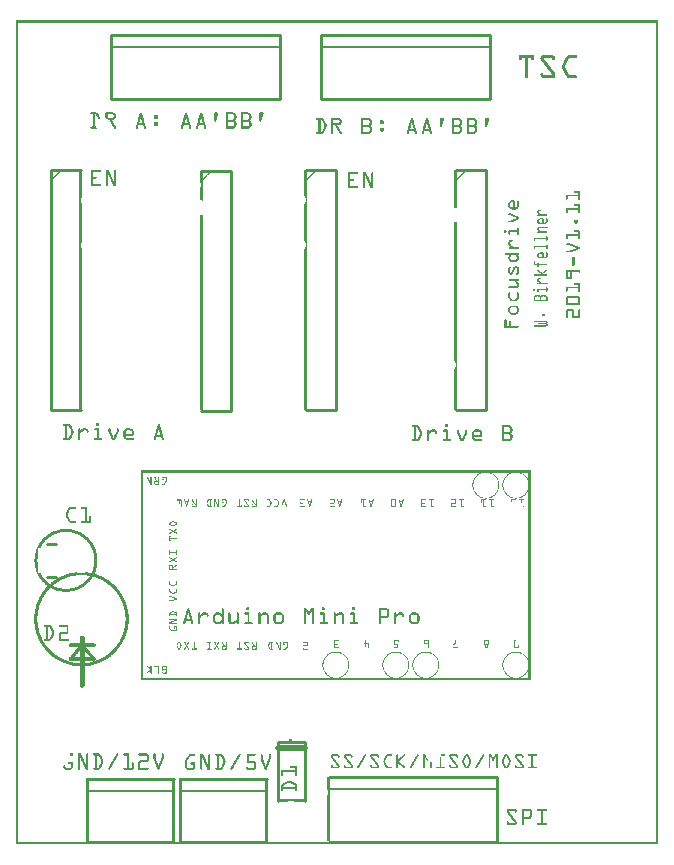
<source format=gto>
G04 MADE WITH FRITZING*
G04 WWW.FRITZING.ORG*
G04 DOUBLE SIDED*
G04 HOLES PLATED*
G04 CONTOUR ON CENTER OF CONTOUR VECTOR*
%ASAXBY*%
%FSLAX23Y23*%
%MOIN*%
%OFA0B0*%
%SFA1.0B1.0*%
%ADD10C,0.010000*%
%ADD11C,0.005000*%
%ADD12C,0.020000*%
%ADD13C,0.011000*%
%ADD14R,0.001000X0.001000*%
%LNSILK1*%
G90*
G70*
G54D10*
X1042Y10D02*
X1603Y10D01*
D02*
X1603Y10D02*
X1603Y226D01*
D02*
X1603Y226D02*
X1042Y226D01*
G54D11*
D02*
X1603Y186D02*
X1042Y186D01*
G54D10*
D02*
X317Y2485D02*
X878Y2485D01*
D02*
X878Y2485D02*
X878Y2701D01*
D02*
X878Y2701D02*
X317Y2701D01*
D02*
X317Y2701D02*
X317Y2485D01*
G54D11*
D02*
X878Y2661D02*
X317Y2661D01*
G54D10*
D02*
X1017Y2485D02*
X1578Y2485D01*
D02*
X1578Y2485D02*
X1578Y2701D01*
D02*
X1578Y2701D02*
X1017Y2701D01*
D02*
X1017Y2701D02*
X1017Y2485D01*
G54D11*
D02*
X1578Y2661D02*
X1017Y2661D01*
G54D10*
D02*
X961Y342D02*
X961Y147D01*
D02*
X871Y147D02*
X871Y342D01*
D02*
X871Y342D02*
X961Y342D01*
G54D12*
D02*
X871Y322D02*
X961Y322D01*
G54D10*
D02*
X835Y221D02*
X549Y221D01*
G54D11*
D02*
X835Y181D02*
X549Y181D01*
G54D10*
D02*
X525Y221D02*
X239Y221D01*
G54D11*
D02*
X525Y181D02*
X239Y181D01*
G54D10*
D02*
X617Y1447D02*
X717Y1447D01*
D02*
X717Y1447D02*
X717Y2247D01*
D02*
X717Y2247D02*
X617Y2247D01*
D02*
X116Y2248D02*
X116Y1448D01*
D02*
X116Y1448D02*
X216Y1448D01*
D02*
X216Y2248D02*
X116Y2248D01*
D02*
X966Y1448D02*
X1066Y1448D01*
D02*
X1066Y1448D02*
X1066Y2248D01*
D02*
X1066Y2248D02*
X966Y2248D01*
D02*
X1466Y1448D02*
X1566Y1448D01*
D02*
X1566Y1448D02*
X1566Y2248D01*
D02*
X1566Y2248D02*
X1466Y2248D01*
G54D13*
X101Y1003D02*
X131Y1003D01*
D02*
X101Y893D02*
X131Y893D01*
D02*
G54D14*
X0Y2748D02*
X2139Y2748D01*
X0Y2747D02*
X2139Y2747D01*
X0Y2746D02*
X2139Y2746D01*
X0Y2745D02*
X2139Y2745D01*
X0Y2744D02*
X2139Y2744D01*
X0Y2743D02*
X2139Y2743D01*
X0Y2742D02*
X2139Y2742D01*
X0Y2741D02*
X2139Y2741D01*
X0Y2740D02*
X7Y2740D01*
X2132Y2740D02*
X2139Y2740D01*
X0Y2739D02*
X7Y2739D01*
X2132Y2739D02*
X2139Y2739D01*
X0Y2738D02*
X7Y2738D01*
X2132Y2738D02*
X2139Y2738D01*
X0Y2737D02*
X7Y2737D01*
X2132Y2737D02*
X2139Y2737D01*
X0Y2736D02*
X7Y2736D01*
X2132Y2736D02*
X2139Y2736D01*
X0Y2735D02*
X7Y2735D01*
X2132Y2735D02*
X2139Y2735D01*
X0Y2734D02*
X7Y2734D01*
X2132Y2734D02*
X2139Y2734D01*
X0Y2733D02*
X7Y2733D01*
X2132Y2733D02*
X2139Y2733D01*
X0Y2732D02*
X7Y2732D01*
X2132Y2732D02*
X2139Y2732D01*
X0Y2731D02*
X7Y2731D01*
X2132Y2731D02*
X2139Y2731D01*
X0Y2730D02*
X7Y2730D01*
X2132Y2730D02*
X2139Y2730D01*
X0Y2729D02*
X7Y2729D01*
X2132Y2729D02*
X2139Y2729D01*
X0Y2728D02*
X7Y2728D01*
X2132Y2728D02*
X2139Y2728D01*
X0Y2727D02*
X7Y2727D01*
X2132Y2727D02*
X2139Y2727D01*
X0Y2726D02*
X7Y2726D01*
X2132Y2726D02*
X2139Y2726D01*
X0Y2725D02*
X7Y2725D01*
X2132Y2725D02*
X2139Y2725D01*
X0Y2724D02*
X7Y2724D01*
X2132Y2724D02*
X2139Y2724D01*
X0Y2723D02*
X7Y2723D01*
X2132Y2723D02*
X2139Y2723D01*
X0Y2722D02*
X7Y2722D01*
X2132Y2722D02*
X2139Y2722D01*
X0Y2721D02*
X7Y2721D01*
X2132Y2721D02*
X2139Y2721D01*
X0Y2720D02*
X7Y2720D01*
X2132Y2720D02*
X2139Y2720D01*
X0Y2719D02*
X7Y2719D01*
X2132Y2719D02*
X2139Y2719D01*
X0Y2718D02*
X7Y2718D01*
X2132Y2718D02*
X2139Y2718D01*
X0Y2717D02*
X7Y2717D01*
X2132Y2717D02*
X2139Y2717D01*
X0Y2716D02*
X7Y2716D01*
X2132Y2716D02*
X2139Y2716D01*
X0Y2715D02*
X7Y2715D01*
X2132Y2715D02*
X2139Y2715D01*
X0Y2714D02*
X7Y2714D01*
X2132Y2714D02*
X2139Y2714D01*
X0Y2713D02*
X7Y2713D01*
X2132Y2713D02*
X2139Y2713D01*
X0Y2712D02*
X7Y2712D01*
X2132Y2712D02*
X2139Y2712D01*
X0Y2711D02*
X7Y2711D01*
X2132Y2711D02*
X2139Y2711D01*
X0Y2710D02*
X7Y2710D01*
X2132Y2710D02*
X2139Y2710D01*
X0Y2709D02*
X7Y2709D01*
X2132Y2709D02*
X2139Y2709D01*
X0Y2708D02*
X7Y2708D01*
X2132Y2708D02*
X2139Y2708D01*
X0Y2707D02*
X7Y2707D01*
X2132Y2707D02*
X2139Y2707D01*
X0Y2706D02*
X7Y2706D01*
X2132Y2706D02*
X2139Y2706D01*
X0Y2705D02*
X7Y2705D01*
X2132Y2705D02*
X2139Y2705D01*
X0Y2704D02*
X7Y2704D01*
X2132Y2704D02*
X2139Y2704D01*
X0Y2703D02*
X7Y2703D01*
X2132Y2703D02*
X2139Y2703D01*
X0Y2702D02*
X7Y2702D01*
X2132Y2702D02*
X2139Y2702D01*
X0Y2701D02*
X7Y2701D01*
X2132Y2701D02*
X2139Y2701D01*
X0Y2700D02*
X7Y2700D01*
X2132Y2700D02*
X2139Y2700D01*
X0Y2699D02*
X7Y2699D01*
X2132Y2699D02*
X2139Y2699D01*
X0Y2698D02*
X7Y2698D01*
X2132Y2698D02*
X2139Y2698D01*
X0Y2697D02*
X7Y2697D01*
X2132Y2697D02*
X2139Y2697D01*
X0Y2696D02*
X7Y2696D01*
X2132Y2696D02*
X2139Y2696D01*
X0Y2695D02*
X7Y2695D01*
X2132Y2695D02*
X2139Y2695D01*
X0Y2694D02*
X7Y2694D01*
X2132Y2694D02*
X2139Y2694D01*
X0Y2693D02*
X7Y2693D01*
X2132Y2693D02*
X2139Y2693D01*
X0Y2692D02*
X7Y2692D01*
X2132Y2692D02*
X2139Y2692D01*
X0Y2691D02*
X7Y2691D01*
X2132Y2691D02*
X2139Y2691D01*
X0Y2690D02*
X7Y2690D01*
X2132Y2690D02*
X2139Y2690D01*
X0Y2689D02*
X7Y2689D01*
X2132Y2689D02*
X2139Y2689D01*
X0Y2688D02*
X7Y2688D01*
X2132Y2688D02*
X2139Y2688D01*
X0Y2687D02*
X7Y2687D01*
X2132Y2687D02*
X2139Y2687D01*
X0Y2686D02*
X7Y2686D01*
X2132Y2686D02*
X2139Y2686D01*
X0Y2685D02*
X7Y2685D01*
X2132Y2685D02*
X2139Y2685D01*
X0Y2684D02*
X7Y2684D01*
X2132Y2684D02*
X2139Y2684D01*
X0Y2683D02*
X7Y2683D01*
X2132Y2683D02*
X2139Y2683D01*
X0Y2682D02*
X7Y2682D01*
X2132Y2682D02*
X2139Y2682D01*
X0Y2681D02*
X7Y2681D01*
X2132Y2681D02*
X2139Y2681D01*
X0Y2680D02*
X7Y2680D01*
X2132Y2680D02*
X2139Y2680D01*
X0Y2679D02*
X7Y2679D01*
X2132Y2679D02*
X2139Y2679D01*
X0Y2678D02*
X7Y2678D01*
X2132Y2678D02*
X2139Y2678D01*
X0Y2677D02*
X7Y2677D01*
X2132Y2677D02*
X2139Y2677D01*
X0Y2676D02*
X7Y2676D01*
X2132Y2676D02*
X2139Y2676D01*
X0Y2675D02*
X7Y2675D01*
X2132Y2675D02*
X2139Y2675D01*
X0Y2674D02*
X7Y2674D01*
X2132Y2674D02*
X2139Y2674D01*
X0Y2673D02*
X7Y2673D01*
X2132Y2673D02*
X2139Y2673D01*
X0Y2672D02*
X7Y2672D01*
X2132Y2672D02*
X2139Y2672D01*
X0Y2671D02*
X7Y2671D01*
X2132Y2671D02*
X2139Y2671D01*
X0Y2670D02*
X7Y2670D01*
X2132Y2670D02*
X2139Y2670D01*
X0Y2669D02*
X7Y2669D01*
X2132Y2669D02*
X2139Y2669D01*
X0Y2668D02*
X7Y2668D01*
X2132Y2668D02*
X2139Y2668D01*
X0Y2667D02*
X7Y2667D01*
X2132Y2667D02*
X2139Y2667D01*
X0Y2666D02*
X7Y2666D01*
X2132Y2666D02*
X2139Y2666D01*
X0Y2665D02*
X7Y2665D01*
X2132Y2665D02*
X2139Y2665D01*
X0Y2664D02*
X7Y2664D01*
X2132Y2664D02*
X2139Y2664D01*
X0Y2663D02*
X7Y2663D01*
X2132Y2663D02*
X2139Y2663D01*
X0Y2662D02*
X7Y2662D01*
X2132Y2662D02*
X2139Y2662D01*
X0Y2661D02*
X7Y2661D01*
X2132Y2661D02*
X2139Y2661D01*
X0Y2660D02*
X7Y2660D01*
X2132Y2660D02*
X2139Y2660D01*
X0Y2659D02*
X7Y2659D01*
X2132Y2659D02*
X2139Y2659D01*
X0Y2658D02*
X7Y2658D01*
X2132Y2658D02*
X2139Y2658D01*
X0Y2657D02*
X7Y2657D01*
X2132Y2657D02*
X2139Y2657D01*
X0Y2656D02*
X7Y2656D01*
X2132Y2656D02*
X2139Y2656D01*
X0Y2655D02*
X7Y2655D01*
X2132Y2655D02*
X2139Y2655D01*
X0Y2654D02*
X7Y2654D01*
X2132Y2654D02*
X2139Y2654D01*
X0Y2653D02*
X7Y2653D01*
X2132Y2653D02*
X2139Y2653D01*
X0Y2652D02*
X7Y2652D01*
X2132Y2652D02*
X2139Y2652D01*
X0Y2651D02*
X7Y2651D01*
X2132Y2651D02*
X2139Y2651D01*
X0Y2650D02*
X7Y2650D01*
X2132Y2650D02*
X2139Y2650D01*
X0Y2649D02*
X7Y2649D01*
X2132Y2649D02*
X2139Y2649D01*
X0Y2648D02*
X7Y2648D01*
X2132Y2648D02*
X2139Y2648D01*
X0Y2647D02*
X7Y2647D01*
X2132Y2647D02*
X2139Y2647D01*
X0Y2646D02*
X7Y2646D01*
X2132Y2646D02*
X2139Y2646D01*
X0Y2645D02*
X7Y2645D01*
X2132Y2645D02*
X2139Y2645D01*
X0Y2644D02*
X7Y2644D01*
X2132Y2644D02*
X2139Y2644D01*
X0Y2643D02*
X7Y2643D01*
X2132Y2643D02*
X2139Y2643D01*
X0Y2642D02*
X7Y2642D01*
X2132Y2642D02*
X2139Y2642D01*
X0Y2641D02*
X7Y2641D01*
X2132Y2641D02*
X2139Y2641D01*
X0Y2640D02*
X7Y2640D01*
X2132Y2640D02*
X2139Y2640D01*
X0Y2639D02*
X7Y2639D01*
X2132Y2639D02*
X2139Y2639D01*
X0Y2638D02*
X7Y2638D01*
X2132Y2638D02*
X2139Y2638D01*
X0Y2637D02*
X7Y2637D01*
X2132Y2637D02*
X2139Y2637D01*
X0Y2636D02*
X7Y2636D01*
X2132Y2636D02*
X2139Y2636D01*
X0Y2635D02*
X7Y2635D01*
X2132Y2635D02*
X2139Y2635D01*
X0Y2634D02*
X7Y2634D01*
X2132Y2634D02*
X2139Y2634D01*
X0Y2633D02*
X7Y2633D01*
X2132Y2633D02*
X2139Y2633D01*
X0Y2632D02*
X7Y2632D01*
X1676Y2632D02*
X1725Y2632D01*
X1755Y2632D02*
X1788Y2632D01*
X1842Y2632D02*
X1867Y2632D01*
X2132Y2632D02*
X2139Y2632D01*
X0Y2631D02*
X7Y2631D01*
X1676Y2631D02*
X1725Y2631D01*
X1753Y2631D02*
X1790Y2631D01*
X1839Y2631D02*
X1868Y2631D01*
X2132Y2631D02*
X2139Y2631D01*
X0Y2630D02*
X7Y2630D01*
X1676Y2630D02*
X1725Y2630D01*
X1752Y2630D02*
X1792Y2630D01*
X1838Y2630D02*
X1869Y2630D01*
X2132Y2630D02*
X2139Y2630D01*
X0Y2629D02*
X7Y2629D01*
X1676Y2629D02*
X1725Y2629D01*
X1751Y2629D02*
X1793Y2629D01*
X1836Y2629D02*
X1869Y2629D01*
X2132Y2629D02*
X2139Y2629D01*
X0Y2628D02*
X7Y2628D01*
X1676Y2628D02*
X1725Y2628D01*
X1750Y2628D02*
X1794Y2628D01*
X1835Y2628D02*
X1869Y2628D01*
X2132Y2628D02*
X2139Y2628D01*
X0Y2627D02*
X7Y2627D01*
X1676Y2627D02*
X1725Y2627D01*
X1750Y2627D02*
X1795Y2627D01*
X1835Y2627D02*
X1869Y2627D01*
X2132Y2627D02*
X2139Y2627D01*
X0Y2626D02*
X7Y2626D01*
X1676Y2626D02*
X1725Y2626D01*
X1749Y2626D02*
X1795Y2626D01*
X1834Y2626D02*
X1869Y2626D01*
X2132Y2626D02*
X2139Y2626D01*
X0Y2625D02*
X7Y2625D01*
X1676Y2625D02*
X1725Y2625D01*
X1749Y2625D02*
X1796Y2625D01*
X1833Y2625D02*
X1868Y2625D01*
X2132Y2625D02*
X2139Y2625D01*
X0Y2624D02*
X7Y2624D01*
X1676Y2624D02*
X1725Y2624D01*
X1749Y2624D02*
X1796Y2624D01*
X1833Y2624D02*
X1868Y2624D01*
X2132Y2624D02*
X2139Y2624D01*
X0Y2623D02*
X7Y2623D01*
X1676Y2623D02*
X1725Y2623D01*
X1748Y2623D02*
X1797Y2623D01*
X1832Y2623D02*
X1866Y2623D01*
X2132Y2623D02*
X2139Y2623D01*
X0Y2622D02*
X7Y2622D01*
X1676Y2622D02*
X1685Y2622D01*
X1696Y2622D02*
X1705Y2622D01*
X1716Y2622D02*
X1725Y2622D01*
X1748Y2622D02*
X1758Y2622D01*
X1787Y2622D02*
X1797Y2622D01*
X1832Y2622D02*
X1843Y2622D01*
X2132Y2622D02*
X2139Y2622D01*
X0Y2621D02*
X7Y2621D01*
X1676Y2621D02*
X1685Y2621D01*
X1696Y2621D02*
X1705Y2621D01*
X1716Y2621D02*
X1725Y2621D01*
X1748Y2621D02*
X1758Y2621D01*
X1787Y2621D02*
X1797Y2621D01*
X1831Y2621D02*
X1842Y2621D01*
X2132Y2621D02*
X2139Y2621D01*
X0Y2620D02*
X7Y2620D01*
X1676Y2620D02*
X1685Y2620D01*
X1696Y2620D02*
X1705Y2620D01*
X1716Y2620D02*
X1725Y2620D01*
X1748Y2620D02*
X1758Y2620D01*
X1788Y2620D02*
X1797Y2620D01*
X1831Y2620D02*
X1841Y2620D01*
X2132Y2620D02*
X2139Y2620D01*
X0Y2619D02*
X7Y2619D01*
X1676Y2619D02*
X1685Y2619D01*
X1696Y2619D02*
X1705Y2619D01*
X1716Y2619D02*
X1725Y2619D01*
X1749Y2619D02*
X1759Y2619D01*
X1788Y2619D02*
X1797Y2619D01*
X1830Y2619D02*
X1841Y2619D01*
X2132Y2619D02*
X2139Y2619D01*
X0Y2618D02*
X7Y2618D01*
X1676Y2618D02*
X1685Y2618D01*
X1696Y2618D02*
X1705Y2618D01*
X1716Y2618D02*
X1725Y2618D01*
X1749Y2618D02*
X1760Y2618D01*
X1788Y2618D02*
X1797Y2618D01*
X1830Y2618D02*
X1840Y2618D01*
X2132Y2618D02*
X2139Y2618D01*
X0Y2617D02*
X7Y2617D01*
X1677Y2617D02*
X1684Y2617D01*
X1696Y2617D02*
X1705Y2617D01*
X1716Y2617D02*
X1724Y2617D01*
X1749Y2617D02*
X1761Y2617D01*
X1789Y2617D02*
X1796Y2617D01*
X1829Y2617D02*
X1840Y2617D01*
X2132Y2617D02*
X2139Y2617D01*
X0Y2616D02*
X7Y2616D01*
X1677Y2616D02*
X1684Y2616D01*
X1696Y2616D02*
X1705Y2616D01*
X1717Y2616D02*
X1723Y2616D01*
X1750Y2616D02*
X1761Y2616D01*
X1789Y2616D02*
X1796Y2616D01*
X1829Y2616D02*
X1839Y2616D01*
X2132Y2616D02*
X2139Y2616D01*
X0Y2615D02*
X7Y2615D01*
X1679Y2615D02*
X1683Y2615D01*
X1696Y2615D02*
X1705Y2615D01*
X1718Y2615D02*
X1722Y2615D01*
X1750Y2615D02*
X1762Y2615D01*
X1791Y2615D02*
X1795Y2615D01*
X1828Y2615D02*
X1839Y2615D01*
X2132Y2615D02*
X2139Y2615D01*
X0Y2614D02*
X7Y2614D01*
X1696Y2614D02*
X1705Y2614D01*
X1751Y2614D02*
X1763Y2614D01*
X1828Y2614D02*
X1838Y2614D01*
X2132Y2614D02*
X2139Y2614D01*
X0Y2613D02*
X7Y2613D01*
X1696Y2613D02*
X1705Y2613D01*
X1752Y2613D02*
X1764Y2613D01*
X1827Y2613D02*
X1838Y2613D01*
X2132Y2613D02*
X2139Y2613D01*
X0Y2612D02*
X7Y2612D01*
X1696Y2612D02*
X1705Y2612D01*
X1753Y2612D02*
X1764Y2612D01*
X1827Y2612D02*
X1837Y2612D01*
X2132Y2612D02*
X2139Y2612D01*
X0Y2611D02*
X7Y2611D01*
X1696Y2611D02*
X1705Y2611D01*
X1753Y2611D02*
X1765Y2611D01*
X1826Y2611D02*
X1837Y2611D01*
X2132Y2611D02*
X2139Y2611D01*
X0Y2610D02*
X7Y2610D01*
X1696Y2610D02*
X1705Y2610D01*
X1754Y2610D02*
X1766Y2610D01*
X1826Y2610D02*
X1836Y2610D01*
X2132Y2610D02*
X2139Y2610D01*
X0Y2609D02*
X7Y2609D01*
X1696Y2609D02*
X1705Y2609D01*
X1755Y2609D02*
X1767Y2609D01*
X1825Y2609D02*
X1836Y2609D01*
X2132Y2609D02*
X2139Y2609D01*
X0Y2608D02*
X7Y2608D01*
X1696Y2608D02*
X1705Y2608D01*
X1756Y2608D02*
X1768Y2608D01*
X1825Y2608D02*
X1835Y2608D01*
X2132Y2608D02*
X2139Y2608D01*
X0Y2607D02*
X7Y2607D01*
X1696Y2607D02*
X1705Y2607D01*
X1756Y2607D02*
X1768Y2607D01*
X1824Y2607D02*
X1835Y2607D01*
X2132Y2607D02*
X2139Y2607D01*
X0Y2606D02*
X7Y2606D01*
X1696Y2606D02*
X1705Y2606D01*
X1757Y2606D02*
X1769Y2606D01*
X1824Y2606D02*
X1834Y2606D01*
X2132Y2606D02*
X2139Y2606D01*
X0Y2605D02*
X7Y2605D01*
X1696Y2605D02*
X1705Y2605D01*
X1758Y2605D02*
X1770Y2605D01*
X1823Y2605D02*
X1834Y2605D01*
X2132Y2605D02*
X2139Y2605D01*
X0Y2604D02*
X7Y2604D01*
X1696Y2604D02*
X1705Y2604D01*
X1759Y2604D02*
X1771Y2604D01*
X1823Y2604D02*
X1833Y2604D01*
X2132Y2604D02*
X2139Y2604D01*
X0Y2603D02*
X7Y2603D01*
X1696Y2603D02*
X1705Y2603D01*
X1759Y2603D02*
X1771Y2603D01*
X1823Y2603D02*
X1833Y2603D01*
X2132Y2603D02*
X2139Y2603D01*
X0Y2602D02*
X7Y2602D01*
X1696Y2602D02*
X1705Y2602D01*
X1760Y2602D02*
X1772Y2602D01*
X1822Y2602D02*
X1832Y2602D01*
X2132Y2602D02*
X2139Y2602D01*
X0Y2601D02*
X7Y2601D01*
X1696Y2601D02*
X1705Y2601D01*
X1761Y2601D02*
X1773Y2601D01*
X1822Y2601D02*
X1832Y2601D01*
X2132Y2601D02*
X2139Y2601D01*
X0Y2600D02*
X7Y2600D01*
X1696Y2600D02*
X1705Y2600D01*
X1762Y2600D02*
X1774Y2600D01*
X1821Y2600D02*
X1831Y2600D01*
X2132Y2600D02*
X2139Y2600D01*
X0Y2599D02*
X7Y2599D01*
X1696Y2599D02*
X1705Y2599D01*
X1763Y2599D02*
X1775Y2599D01*
X1821Y2599D02*
X1831Y2599D01*
X2132Y2599D02*
X2139Y2599D01*
X0Y2598D02*
X7Y2598D01*
X1696Y2598D02*
X1705Y2598D01*
X1763Y2598D02*
X1775Y2598D01*
X1821Y2598D02*
X1830Y2598D01*
X2132Y2598D02*
X2139Y2598D01*
X0Y2597D02*
X7Y2597D01*
X1696Y2597D02*
X1705Y2597D01*
X1764Y2597D02*
X1776Y2597D01*
X1821Y2597D02*
X1830Y2597D01*
X2132Y2597D02*
X2139Y2597D01*
X0Y2596D02*
X7Y2596D01*
X1696Y2596D02*
X1705Y2596D01*
X1765Y2596D02*
X1777Y2596D01*
X1821Y2596D02*
X1830Y2596D01*
X2132Y2596D02*
X2139Y2596D01*
X0Y2595D02*
X7Y2595D01*
X1696Y2595D02*
X1705Y2595D01*
X1766Y2595D02*
X1778Y2595D01*
X1821Y2595D02*
X1830Y2595D01*
X2132Y2595D02*
X2139Y2595D01*
X0Y2594D02*
X7Y2594D01*
X1696Y2594D02*
X1705Y2594D01*
X1766Y2594D02*
X1778Y2594D01*
X1821Y2594D02*
X1830Y2594D01*
X2132Y2594D02*
X2139Y2594D01*
X0Y2593D02*
X7Y2593D01*
X1696Y2593D02*
X1705Y2593D01*
X1767Y2593D02*
X1779Y2593D01*
X1821Y2593D02*
X1830Y2593D01*
X2132Y2593D02*
X2139Y2593D01*
X0Y2592D02*
X7Y2592D01*
X1696Y2592D02*
X1705Y2592D01*
X1768Y2592D02*
X1780Y2592D01*
X1821Y2592D02*
X1830Y2592D01*
X2132Y2592D02*
X2139Y2592D01*
X0Y2591D02*
X7Y2591D01*
X1696Y2591D02*
X1705Y2591D01*
X1769Y2591D02*
X1781Y2591D01*
X1821Y2591D02*
X1830Y2591D01*
X2132Y2591D02*
X2139Y2591D01*
X0Y2590D02*
X7Y2590D01*
X1696Y2590D02*
X1705Y2590D01*
X1770Y2590D02*
X1782Y2590D01*
X1821Y2590D02*
X1830Y2590D01*
X2132Y2590D02*
X2139Y2590D01*
X0Y2589D02*
X7Y2589D01*
X1696Y2589D02*
X1705Y2589D01*
X1770Y2589D02*
X1782Y2589D01*
X1821Y2589D02*
X1831Y2589D01*
X2132Y2589D02*
X2139Y2589D01*
X0Y2588D02*
X7Y2588D01*
X1696Y2588D02*
X1705Y2588D01*
X1771Y2588D02*
X1783Y2588D01*
X1821Y2588D02*
X1831Y2588D01*
X2132Y2588D02*
X2139Y2588D01*
X0Y2587D02*
X7Y2587D01*
X1696Y2587D02*
X1705Y2587D01*
X1772Y2587D02*
X1784Y2587D01*
X1822Y2587D02*
X1832Y2587D01*
X2132Y2587D02*
X2139Y2587D01*
X0Y2586D02*
X7Y2586D01*
X1696Y2586D02*
X1705Y2586D01*
X1773Y2586D02*
X1785Y2586D01*
X1822Y2586D02*
X1832Y2586D01*
X2132Y2586D02*
X2139Y2586D01*
X0Y2585D02*
X7Y2585D01*
X1696Y2585D02*
X1705Y2585D01*
X1773Y2585D02*
X1785Y2585D01*
X1822Y2585D02*
X1833Y2585D01*
X2132Y2585D02*
X2139Y2585D01*
X0Y2584D02*
X7Y2584D01*
X1696Y2584D02*
X1705Y2584D01*
X1774Y2584D02*
X1786Y2584D01*
X1823Y2584D02*
X1833Y2584D01*
X2132Y2584D02*
X2139Y2584D01*
X0Y2583D02*
X7Y2583D01*
X1696Y2583D02*
X1705Y2583D01*
X1775Y2583D02*
X1787Y2583D01*
X1823Y2583D02*
X1834Y2583D01*
X2132Y2583D02*
X2139Y2583D01*
X0Y2582D02*
X7Y2582D01*
X1696Y2582D02*
X1705Y2582D01*
X1776Y2582D02*
X1788Y2582D01*
X1824Y2582D02*
X1834Y2582D01*
X2132Y2582D02*
X2139Y2582D01*
X0Y2581D02*
X7Y2581D01*
X1696Y2581D02*
X1705Y2581D01*
X1777Y2581D02*
X1789Y2581D01*
X1824Y2581D02*
X1835Y2581D01*
X2132Y2581D02*
X2139Y2581D01*
X0Y2580D02*
X7Y2580D01*
X1696Y2580D02*
X1705Y2580D01*
X1777Y2580D02*
X1789Y2580D01*
X1825Y2580D02*
X1835Y2580D01*
X2132Y2580D02*
X2139Y2580D01*
X0Y2579D02*
X7Y2579D01*
X1696Y2579D02*
X1705Y2579D01*
X1778Y2579D02*
X1790Y2579D01*
X1825Y2579D02*
X1836Y2579D01*
X2132Y2579D02*
X2139Y2579D01*
X0Y2578D02*
X7Y2578D01*
X1696Y2578D02*
X1705Y2578D01*
X1779Y2578D02*
X1791Y2578D01*
X1826Y2578D02*
X1836Y2578D01*
X2132Y2578D02*
X2139Y2578D01*
X0Y2577D02*
X7Y2577D01*
X1696Y2577D02*
X1705Y2577D01*
X1780Y2577D02*
X1792Y2577D01*
X1826Y2577D02*
X1837Y2577D01*
X2132Y2577D02*
X2139Y2577D01*
X0Y2576D02*
X7Y2576D01*
X1696Y2576D02*
X1705Y2576D01*
X1780Y2576D02*
X1792Y2576D01*
X1827Y2576D02*
X1837Y2576D01*
X2132Y2576D02*
X2139Y2576D01*
X0Y2575D02*
X7Y2575D01*
X1696Y2575D02*
X1705Y2575D01*
X1781Y2575D02*
X1793Y2575D01*
X1827Y2575D02*
X1838Y2575D01*
X2132Y2575D02*
X2139Y2575D01*
X0Y2574D02*
X7Y2574D01*
X1696Y2574D02*
X1705Y2574D01*
X1782Y2574D02*
X1794Y2574D01*
X1828Y2574D02*
X1838Y2574D01*
X2132Y2574D02*
X2139Y2574D01*
X0Y2573D02*
X7Y2573D01*
X1696Y2573D02*
X1705Y2573D01*
X1751Y2573D02*
X1754Y2573D01*
X1783Y2573D02*
X1795Y2573D01*
X1828Y2573D02*
X1839Y2573D01*
X2132Y2573D02*
X2139Y2573D01*
X0Y2572D02*
X7Y2572D01*
X1696Y2572D02*
X1705Y2572D01*
X1750Y2572D02*
X1756Y2572D01*
X1784Y2572D02*
X1795Y2572D01*
X1829Y2572D02*
X1839Y2572D01*
X2132Y2572D02*
X2139Y2572D01*
X0Y2571D02*
X7Y2571D01*
X1696Y2571D02*
X1705Y2571D01*
X1749Y2571D02*
X1757Y2571D01*
X1784Y2571D02*
X1796Y2571D01*
X1829Y2571D02*
X1840Y2571D01*
X2132Y2571D02*
X2139Y2571D01*
X0Y2570D02*
X7Y2570D01*
X1696Y2570D02*
X1705Y2570D01*
X1749Y2570D02*
X1757Y2570D01*
X1785Y2570D02*
X1796Y2570D01*
X1830Y2570D02*
X1840Y2570D01*
X2132Y2570D02*
X2139Y2570D01*
X0Y2569D02*
X7Y2569D01*
X1696Y2569D02*
X1705Y2569D01*
X1748Y2569D02*
X1757Y2569D01*
X1786Y2569D02*
X1797Y2569D01*
X1830Y2569D02*
X1841Y2569D01*
X2132Y2569D02*
X2139Y2569D01*
X0Y2568D02*
X7Y2568D01*
X1696Y2568D02*
X1705Y2568D01*
X1748Y2568D02*
X1757Y2568D01*
X1787Y2568D02*
X1797Y2568D01*
X1831Y2568D02*
X1841Y2568D01*
X2132Y2568D02*
X2139Y2568D01*
X0Y2567D02*
X7Y2567D01*
X1696Y2567D02*
X1705Y2567D01*
X1748Y2567D02*
X1758Y2567D01*
X1787Y2567D02*
X1797Y2567D01*
X1831Y2567D02*
X1842Y2567D01*
X2132Y2567D02*
X2139Y2567D01*
X0Y2566D02*
X7Y2566D01*
X1696Y2566D02*
X1705Y2566D01*
X1749Y2566D02*
X1758Y2566D01*
X1788Y2566D02*
X1797Y2566D01*
X1832Y2566D02*
X1843Y2566D01*
X2132Y2566D02*
X2139Y2566D01*
X0Y2565D02*
X7Y2565D01*
X1696Y2565D02*
X1705Y2565D01*
X1749Y2565D02*
X1761Y2565D01*
X1787Y2565D02*
X1797Y2565D01*
X1832Y2565D02*
X1845Y2565D01*
X2132Y2565D02*
X2139Y2565D01*
X0Y2564D02*
X7Y2564D01*
X1696Y2564D02*
X1705Y2564D01*
X1749Y2564D02*
X1797Y2564D01*
X1833Y2564D02*
X1867Y2564D01*
X2132Y2564D02*
X2139Y2564D01*
X0Y2563D02*
X7Y2563D01*
X1696Y2563D02*
X1705Y2563D01*
X1749Y2563D02*
X1797Y2563D01*
X1833Y2563D02*
X1868Y2563D01*
X2132Y2563D02*
X2139Y2563D01*
X0Y2562D02*
X7Y2562D01*
X1696Y2562D02*
X1705Y2562D01*
X1750Y2562D02*
X1796Y2562D01*
X1834Y2562D02*
X1869Y2562D01*
X2132Y2562D02*
X2139Y2562D01*
X0Y2561D02*
X7Y2561D01*
X1696Y2561D02*
X1705Y2561D01*
X1751Y2561D02*
X1796Y2561D01*
X1835Y2561D02*
X1869Y2561D01*
X2132Y2561D02*
X2139Y2561D01*
X0Y2560D02*
X7Y2560D01*
X1696Y2560D02*
X1705Y2560D01*
X1751Y2560D02*
X1795Y2560D01*
X1835Y2560D02*
X1869Y2560D01*
X2132Y2560D02*
X2139Y2560D01*
X0Y2559D02*
X7Y2559D01*
X1696Y2559D02*
X1705Y2559D01*
X1752Y2559D02*
X1794Y2559D01*
X1836Y2559D02*
X1869Y2559D01*
X2132Y2559D02*
X2139Y2559D01*
X0Y2558D02*
X7Y2558D01*
X1696Y2558D02*
X1704Y2558D01*
X1753Y2558D02*
X1794Y2558D01*
X1838Y2558D02*
X1869Y2558D01*
X2132Y2558D02*
X2139Y2558D01*
X0Y2557D02*
X7Y2557D01*
X1697Y2557D02*
X1704Y2557D01*
X1755Y2557D02*
X1792Y2557D01*
X1839Y2557D02*
X1868Y2557D01*
X2132Y2557D02*
X2139Y2557D01*
X0Y2556D02*
X7Y2556D01*
X1698Y2556D02*
X1703Y2556D01*
X1756Y2556D02*
X1791Y2556D01*
X1841Y2556D02*
X1867Y2556D01*
X2132Y2556D02*
X2139Y2556D01*
X0Y2555D02*
X7Y2555D01*
X1700Y2555D02*
X1701Y2555D01*
X1760Y2555D02*
X1787Y2555D01*
X1845Y2555D02*
X1865Y2555D01*
X2132Y2555D02*
X2139Y2555D01*
X0Y2554D02*
X7Y2554D01*
X2132Y2554D02*
X2139Y2554D01*
X0Y2553D02*
X7Y2553D01*
X2132Y2553D02*
X2139Y2553D01*
X0Y2552D02*
X7Y2552D01*
X2132Y2552D02*
X2139Y2552D01*
X0Y2551D02*
X7Y2551D01*
X2132Y2551D02*
X2139Y2551D01*
X0Y2550D02*
X7Y2550D01*
X2132Y2550D02*
X2139Y2550D01*
X0Y2549D02*
X7Y2549D01*
X2132Y2549D02*
X2139Y2549D01*
X0Y2548D02*
X7Y2548D01*
X2132Y2548D02*
X2139Y2548D01*
X0Y2547D02*
X7Y2547D01*
X2132Y2547D02*
X2139Y2547D01*
X0Y2546D02*
X7Y2546D01*
X2132Y2546D02*
X2139Y2546D01*
X0Y2545D02*
X7Y2545D01*
X2132Y2545D02*
X2139Y2545D01*
X0Y2544D02*
X7Y2544D01*
X2132Y2544D02*
X2139Y2544D01*
X0Y2543D02*
X7Y2543D01*
X2132Y2543D02*
X2139Y2543D01*
X0Y2542D02*
X7Y2542D01*
X2132Y2542D02*
X2139Y2542D01*
X0Y2541D02*
X7Y2541D01*
X2132Y2541D02*
X2139Y2541D01*
X0Y2540D02*
X7Y2540D01*
X2132Y2540D02*
X2139Y2540D01*
X0Y2539D02*
X7Y2539D01*
X2132Y2539D02*
X2139Y2539D01*
X0Y2538D02*
X7Y2538D01*
X2132Y2538D02*
X2139Y2538D01*
X0Y2537D02*
X7Y2537D01*
X2132Y2537D02*
X2139Y2537D01*
X0Y2536D02*
X7Y2536D01*
X2132Y2536D02*
X2139Y2536D01*
X0Y2535D02*
X7Y2535D01*
X2132Y2535D02*
X2139Y2535D01*
X0Y2534D02*
X7Y2534D01*
X2132Y2534D02*
X2139Y2534D01*
X0Y2533D02*
X7Y2533D01*
X2132Y2533D02*
X2139Y2533D01*
X0Y2532D02*
X7Y2532D01*
X2132Y2532D02*
X2139Y2532D01*
X0Y2531D02*
X7Y2531D01*
X2132Y2531D02*
X2139Y2531D01*
X0Y2530D02*
X7Y2530D01*
X2132Y2530D02*
X2139Y2530D01*
X0Y2529D02*
X7Y2529D01*
X2132Y2529D02*
X2139Y2529D01*
X0Y2528D02*
X7Y2528D01*
X2132Y2528D02*
X2139Y2528D01*
X0Y2527D02*
X7Y2527D01*
X2132Y2527D02*
X2139Y2527D01*
X0Y2526D02*
X7Y2526D01*
X2132Y2526D02*
X2139Y2526D01*
X0Y2525D02*
X7Y2525D01*
X2132Y2525D02*
X2139Y2525D01*
X0Y2524D02*
X7Y2524D01*
X2132Y2524D02*
X2139Y2524D01*
X0Y2523D02*
X7Y2523D01*
X2132Y2523D02*
X2139Y2523D01*
X0Y2522D02*
X7Y2522D01*
X2132Y2522D02*
X2139Y2522D01*
X0Y2521D02*
X7Y2521D01*
X2132Y2521D02*
X2139Y2521D01*
X0Y2520D02*
X7Y2520D01*
X2132Y2520D02*
X2139Y2520D01*
X0Y2519D02*
X7Y2519D01*
X2132Y2519D02*
X2139Y2519D01*
X0Y2518D02*
X7Y2518D01*
X2132Y2518D02*
X2139Y2518D01*
X0Y2517D02*
X7Y2517D01*
X2132Y2517D02*
X2139Y2517D01*
X0Y2516D02*
X7Y2516D01*
X2132Y2516D02*
X2139Y2516D01*
X0Y2515D02*
X7Y2515D01*
X2132Y2515D02*
X2139Y2515D01*
X0Y2514D02*
X7Y2514D01*
X2132Y2514D02*
X2139Y2514D01*
X0Y2513D02*
X7Y2513D01*
X2132Y2513D02*
X2139Y2513D01*
X0Y2512D02*
X7Y2512D01*
X2132Y2512D02*
X2139Y2512D01*
X0Y2511D02*
X7Y2511D01*
X2132Y2511D02*
X2139Y2511D01*
X0Y2510D02*
X7Y2510D01*
X2132Y2510D02*
X2139Y2510D01*
X0Y2509D02*
X7Y2509D01*
X2132Y2509D02*
X2139Y2509D01*
X0Y2508D02*
X7Y2508D01*
X2132Y2508D02*
X2139Y2508D01*
X0Y2507D02*
X7Y2507D01*
X2132Y2507D02*
X2139Y2507D01*
X0Y2506D02*
X7Y2506D01*
X2132Y2506D02*
X2139Y2506D01*
X0Y2505D02*
X7Y2505D01*
X2132Y2505D02*
X2139Y2505D01*
X0Y2504D02*
X7Y2504D01*
X2132Y2504D02*
X2139Y2504D01*
X0Y2503D02*
X7Y2503D01*
X2132Y2503D02*
X2139Y2503D01*
X0Y2502D02*
X7Y2502D01*
X2132Y2502D02*
X2139Y2502D01*
X0Y2501D02*
X7Y2501D01*
X2132Y2501D02*
X2139Y2501D01*
X0Y2500D02*
X7Y2500D01*
X2132Y2500D02*
X2139Y2500D01*
X0Y2499D02*
X7Y2499D01*
X2132Y2499D02*
X2139Y2499D01*
X0Y2498D02*
X7Y2498D01*
X2132Y2498D02*
X2139Y2498D01*
X0Y2497D02*
X7Y2497D01*
X2132Y2497D02*
X2139Y2497D01*
X0Y2496D02*
X7Y2496D01*
X2132Y2496D02*
X2139Y2496D01*
X0Y2495D02*
X7Y2495D01*
X2132Y2495D02*
X2139Y2495D01*
X0Y2494D02*
X7Y2494D01*
X2132Y2494D02*
X2139Y2494D01*
X0Y2493D02*
X7Y2493D01*
X2132Y2493D02*
X2139Y2493D01*
X0Y2492D02*
X7Y2492D01*
X2132Y2492D02*
X2139Y2492D01*
X0Y2491D02*
X7Y2491D01*
X2132Y2491D02*
X2139Y2491D01*
X0Y2490D02*
X7Y2490D01*
X2132Y2490D02*
X2139Y2490D01*
X0Y2489D02*
X7Y2489D01*
X2132Y2489D02*
X2139Y2489D01*
X0Y2488D02*
X7Y2488D01*
X2132Y2488D02*
X2139Y2488D01*
X0Y2487D02*
X7Y2487D01*
X2132Y2487D02*
X2139Y2487D01*
X0Y2486D02*
X7Y2486D01*
X2132Y2486D02*
X2139Y2486D01*
X0Y2485D02*
X7Y2485D01*
X2132Y2485D02*
X2139Y2485D01*
X0Y2484D02*
X7Y2484D01*
X2132Y2484D02*
X2139Y2484D01*
X0Y2483D02*
X7Y2483D01*
X2132Y2483D02*
X2139Y2483D01*
X0Y2482D02*
X7Y2482D01*
X2132Y2482D02*
X2139Y2482D01*
X0Y2481D02*
X7Y2481D01*
X2132Y2481D02*
X2139Y2481D01*
X0Y2480D02*
X7Y2480D01*
X2132Y2480D02*
X2139Y2480D01*
X0Y2479D02*
X7Y2479D01*
X2132Y2479D02*
X2139Y2479D01*
X0Y2478D02*
X7Y2478D01*
X2132Y2478D02*
X2139Y2478D01*
X0Y2477D02*
X7Y2477D01*
X2132Y2477D02*
X2139Y2477D01*
X0Y2476D02*
X7Y2476D01*
X2132Y2476D02*
X2139Y2476D01*
X0Y2475D02*
X7Y2475D01*
X2132Y2475D02*
X2139Y2475D01*
X0Y2474D02*
X7Y2474D01*
X2132Y2474D02*
X2139Y2474D01*
X0Y2473D02*
X7Y2473D01*
X2132Y2473D02*
X2139Y2473D01*
X0Y2472D02*
X7Y2472D01*
X2132Y2472D02*
X2139Y2472D01*
X0Y2471D02*
X7Y2471D01*
X2132Y2471D02*
X2139Y2471D01*
X0Y2470D02*
X7Y2470D01*
X2132Y2470D02*
X2139Y2470D01*
X0Y2469D02*
X7Y2469D01*
X2132Y2469D02*
X2139Y2469D01*
X0Y2468D02*
X7Y2468D01*
X2132Y2468D02*
X2139Y2468D01*
X0Y2467D02*
X7Y2467D01*
X2132Y2467D02*
X2139Y2467D01*
X0Y2466D02*
X7Y2466D01*
X2132Y2466D02*
X2139Y2466D01*
X0Y2465D02*
X7Y2465D01*
X2132Y2465D02*
X2139Y2465D01*
X0Y2464D02*
X7Y2464D01*
X2132Y2464D02*
X2139Y2464D01*
X0Y2463D02*
X7Y2463D01*
X2132Y2463D02*
X2139Y2463D01*
X0Y2462D02*
X7Y2462D01*
X2132Y2462D02*
X2139Y2462D01*
X0Y2461D02*
X7Y2461D01*
X2132Y2461D02*
X2139Y2461D01*
X0Y2460D02*
X7Y2460D01*
X2132Y2460D02*
X2139Y2460D01*
X0Y2459D02*
X7Y2459D01*
X2132Y2459D02*
X2139Y2459D01*
X0Y2458D02*
X7Y2458D01*
X2132Y2458D02*
X2139Y2458D01*
X0Y2457D02*
X7Y2457D01*
X2132Y2457D02*
X2139Y2457D01*
X0Y2456D02*
X7Y2456D01*
X2132Y2456D02*
X2139Y2456D01*
X0Y2455D02*
X7Y2455D01*
X2132Y2455D02*
X2139Y2455D01*
X0Y2454D02*
X7Y2454D01*
X2132Y2454D02*
X2139Y2454D01*
X0Y2453D02*
X7Y2453D01*
X2132Y2453D02*
X2139Y2453D01*
X0Y2452D02*
X7Y2452D01*
X2132Y2452D02*
X2139Y2452D01*
X0Y2451D02*
X7Y2451D01*
X2132Y2451D02*
X2139Y2451D01*
X0Y2450D02*
X7Y2450D01*
X2132Y2450D02*
X2139Y2450D01*
X0Y2449D02*
X7Y2449D01*
X2132Y2449D02*
X2139Y2449D01*
X0Y2448D02*
X7Y2448D01*
X2132Y2448D02*
X2139Y2448D01*
X0Y2447D02*
X7Y2447D01*
X2132Y2447D02*
X2139Y2447D01*
X0Y2446D02*
X7Y2446D01*
X2132Y2446D02*
X2139Y2446D01*
X0Y2445D02*
X7Y2445D01*
X2132Y2445D02*
X2139Y2445D01*
X0Y2444D02*
X7Y2444D01*
X2132Y2444D02*
X2139Y2444D01*
X0Y2443D02*
X7Y2443D01*
X2132Y2443D02*
X2139Y2443D01*
X0Y2442D02*
X7Y2442D01*
X2132Y2442D02*
X2139Y2442D01*
X0Y2441D02*
X7Y2441D01*
X251Y2441D02*
X265Y2441D01*
X299Y2441D02*
X323Y2441D01*
X415Y2441D02*
X416Y2441D01*
X566Y2441D02*
X567Y2441D01*
X616Y2441D02*
X617Y2441D01*
X663Y2441D02*
X670Y2441D01*
X700Y2441D02*
X721Y2441D01*
X751Y2441D02*
X772Y2441D01*
X814Y2441D02*
X821Y2441D01*
X2132Y2441D02*
X2139Y2441D01*
X0Y2440D02*
X7Y2440D01*
X249Y2440D02*
X268Y2440D01*
X298Y2440D02*
X326Y2440D01*
X414Y2440D02*
X418Y2440D01*
X564Y2440D02*
X568Y2440D01*
X614Y2440D02*
X619Y2440D01*
X661Y2440D02*
X672Y2440D01*
X700Y2440D02*
X725Y2440D01*
X750Y2440D02*
X775Y2440D01*
X812Y2440D02*
X823Y2440D01*
X2132Y2440D02*
X2139Y2440D01*
X0Y2439D02*
X7Y2439D01*
X249Y2439D02*
X270Y2439D01*
X298Y2439D02*
X328Y2439D01*
X413Y2439D02*
X418Y2439D01*
X564Y2439D02*
X569Y2439D01*
X614Y2439D02*
X619Y2439D01*
X661Y2439D02*
X673Y2439D01*
X700Y2439D02*
X727Y2439D01*
X750Y2439D02*
X777Y2439D01*
X811Y2439D02*
X823Y2439D01*
X2132Y2439D02*
X2139Y2439D01*
X0Y2438D02*
X7Y2438D01*
X248Y2438D02*
X271Y2438D01*
X298Y2438D02*
X329Y2438D01*
X413Y2438D02*
X419Y2438D01*
X563Y2438D02*
X569Y2438D01*
X613Y2438D02*
X620Y2438D01*
X660Y2438D02*
X673Y2438D01*
X700Y2438D02*
X728Y2438D01*
X750Y2438D02*
X779Y2438D01*
X811Y2438D02*
X824Y2438D01*
X2132Y2438D02*
X2139Y2438D01*
X0Y2437D02*
X7Y2437D01*
X248Y2437D02*
X272Y2437D01*
X298Y2437D02*
X330Y2437D01*
X412Y2437D02*
X419Y2437D01*
X563Y2437D02*
X570Y2437D01*
X613Y2437D02*
X620Y2437D01*
X660Y2437D02*
X673Y2437D01*
X700Y2437D02*
X729Y2437D01*
X750Y2437D02*
X780Y2437D01*
X811Y2437D02*
X824Y2437D01*
X2132Y2437D02*
X2139Y2437D01*
X0Y2436D02*
X7Y2436D01*
X249Y2436D02*
X273Y2436D01*
X298Y2436D02*
X331Y2436D01*
X412Y2436D02*
X419Y2436D01*
X563Y2436D02*
X570Y2436D01*
X613Y2436D02*
X620Y2436D01*
X660Y2436D02*
X673Y2436D01*
X700Y2436D02*
X730Y2436D01*
X750Y2436D02*
X781Y2436D01*
X811Y2436D02*
X823Y2436D01*
X2132Y2436D02*
X2139Y2436D01*
X0Y2435D02*
X7Y2435D01*
X250Y2435D02*
X273Y2435D01*
X298Y2435D02*
X331Y2435D01*
X412Y2435D02*
X420Y2435D01*
X562Y2435D02*
X570Y2435D01*
X613Y2435D02*
X620Y2435D01*
X660Y2435D02*
X673Y2435D01*
X700Y2435D02*
X731Y2435D01*
X750Y2435D02*
X781Y2435D01*
X811Y2435D02*
X823Y2435D01*
X2132Y2435D02*
X2139Y2435D01*
X0Y2434D02*
X7Y2434D01*
X255Y2434D02*
X261Y2434D01*
X266Y2434D02*
X274Y2434D01*
X298Y2434D02*
X305Y2434D01*
X323Y2434D02*
X331Y2434D01*
X411Y2434D02*
X420Y2434D01*
X562Y2434D02*
X570Y2434D01*
X612Y2434D02*
X621Y2434D01*
X660Y2434D02*
X672Y2434D01*
X700Y2434D02*
X706Y2434D01*
X722Y2434D02*
X732Y2434D01*
X750Y2434D02*
X757Y2434D01*
X772Y2434D02*
X782Y2434D01*
X811Y2434D02*
X823Y2434D01*
X2132Y2434D02*
X2139Y2434D01*
X0Y2433D02*
X7Y2433D01*
X255Y2433D02*
X261Y2433D01*
X267Y2433D02*
X274Y2433D01*
X298Y2433D02*
X305Y2433D01*
X325Y2433D02*
X332Y2433D01*
X411Y2433D02*
X420Y2433D01*
X562Y2433D02*
X571Y2433D01*
X612Y2433D02*
X621Y2433D01*
X660Y2433D02*
X672Y2433D01*
X700Y2433D02*
X706Y2433D01*
X724Y2433D02*
X732Y2433D01*
X750Y2433D02*
X756Y2433D01*
X775Y2433D02*
X783Y2433D01*
X811Y2433D02*
X823Y2433D01*
X2132Y2433D02*
X2139Y2433D01*
X0Y2432D02*
X7Y2432D01*
X255Y2432D02*
X261Y2432D01*
X268Y2432D02*
X275Y2432D01*
X298Y2432D02*
X305Y2432D01*
X326Y2432D02*
X332Y2432D01*
X411Y2432D02*
X420Y2432D01*
X462Y2432D02*
X470Y2432D01*
X561Y2432D02*
X571Y2432D01*
X612Y2432D02*
X621Y2432D01*
X660Y2432D02*
X672Y2432D01*
X700Y2432D02*
X706Y2432D01*
X726Y2432D02*
X733Y2432D01*
X750Y2432D02*
X756Y2432D01*
X776Y2432D02*
X783Y2432D01*
X811Y2432D02*
X822Y2432D01*
X2132Y2432D02*
X2139Y2432D01*
X0Y2431D02*
X7Y2431D01*
X255Y2431D02*
X261Y2431D01*
X268Y2431D02*
X275Y2431D01*
X298Y2431D02*
X305Y2431D01*
X326Y2431D02*
X332Y2431D01*
X411Y2431D02*
X421Y2431D01*
X460Y2431D02*
X471Y2431D01*
X561Y2431D02*
X571Y2431D01*
X611Y2431D02*
X622Y2431D01*
X660Y2431D02*
X671Y2431D01*
X700Y2431D02*
X706Y2431D01*
X726Y2431D02*
X733Y2431D01*
X750Y2431D02*
X756Y2431D01*
X777Y2431D02*
X783Y2431D01*
X811Y2431D02*
X822Y2431D01*
X2132Y2431D02*
X2139Y2431D01*
X0Y2430D02*
X7Y2430D01*
X255Y2430D02*
X261Y2430D01*
X269Y2430D02*
X276Y2430D01*
X298Y2430D02*
X305Y2430D01*
X326Y2430D02*
X332Y2430D01*
X410Y2430D02*
X421Y2430D01*
X460Y2430D02*
X472Y2430D01*
X561Y2430D02*
X572Y2430D01*
X611Y2430D02*
X622Y2430D01*
X660Y2430D02*
X671Y2430D01*
X700Y2430D02*
X706Y2430D01*
X727Y2430D02*
X733Y2430D01*
X750Y2430D02*
X756Y2430D01*
X777Y2430D02*
X784Y2430D01*
X811Y2430D02*
X822Y2430D01*
X2132Y2430D02*
X2139Y2430D01*
X0Y2429D02*
X7Y2429D01*
X255Y2429D02*
X261Y2429D01*
X269Y2429D02*
X276Y2429D01*
X298Y2429D02*
X305Y2429D01*
X326Y2429D02*
X332Y2429D01*
X410Y2429D02*
X421Y2429D01*
X459Y2429D02*
X472Y2429D01*
X561Y2429D02*
X572Y2429D01*
X611Y2429D02*
X622Y2429D01*
X660Y2429D02*
X671Y2429D01*
X700Y2429D02*
X706Y2429D01*
X727Y2429D02*
X734Y2429D01*
X750Y2429D02*
X756Y2429D01*
X778Y2429D02*
X784Y2429D01*
X811Y2429D02*
X821Y2429D01*
X2132Y2429D02*
X2139Y2429D01*
X0Y2428D02*
X7Y2428D01*
X255Y2428D02*
X261Y2428D01*
X270Y2428D02*
X277Y2428D01*
X298Y2428D02*
X305Y2428D01*
X326Y2428D02*
X332Y2428D01*
X410Y2428D02*
X422Y2428D01*
X459Y2428D02*
X472Y2428D01*
X560Y2428D02*
X572Y2428D01*
X610Y2428D02*
X622Y2428D01*
X660Y2428D02*
X670Y2428D01*
X700Y2428D02*
X706Y2428D01*
X728Y2428D02*
X734Y2428D01*
X750Y2428D02*
X756Y2428D01*
X778Y2428D02*
X784Y2428D01*
X811Y2428D02*
X821Y2428D01*
X2132Y2428D02*
X2139Y2428D01*
X0Y2427D02*
X7Y2427D01*
X255Y2427D02*
X261Y2427D01*
X270Y2427D02*
X277Y2427D01*
X298Y2427D02*
X305Y2427D01*
X326Y2427D02*
X332Y2427D01*
X409Y2427D02*
X422Y2427D01*
X459Y2427D02*
X472Y2427D01*
X560Y2427D02*
X573Y2427D01*
X610Y2427D02*
X623Y2427D01*
X660Y2427D02*
X670Y2427D01*
X700Y2427D02*
X706Y2427D01*
X728Y2427D02*
X734Y2427D01*
X750Y2427D02*
X756Y2427D01*
X778Y2427D02*
X784Y2427D01*
X811Y2427D02*
X821Y2427D01*
X2132Y2427D02*
X2139Y2427D01*
X0Y2426D02*
X7Y2426D01*
X255Y2426D02*
X261Y2426D01*
X271Y2426D02*
X278Y2426D01*
X298Y2426D02*
X305Y2426D01*
X326Y2426D02*
X332Y2426D01*
X409Y2426D02*
X422Y2426D01*
X459Y2426D02*
X472Y2426D01*
X560Y2426D02*
X573Y2426D01*
X610Y2426D02*
X623Y2426D01*
X660Y2426D02*
X670Y2426D01*
X700Y2426D02*
X706Y2426D01*
X728Y2426D02*
X734Y2426D01*
X750Y2426D02*
X756Y2426D01*
X778Y2426D02*
X784Y2426D01*
X811Y2426D02*
X821Y2426D01*
X2132Y2426D02*
X2139Y2426D01*
X0Y2425D02*
X7Y2425D01*
X255Y2425D02*
X261Y2425D01*
X271Y2425D02*
X278Y2425D01*
X298Y2425D02*
X305Y2425D01*
X325Y2425D02*
X332Y2425D01*
X409Y2425D02*
X422Y2425D01*
X459Y2425D02*
X472Y2425D01*
X559Y2425D02*
X573Y2425D01*
X610Y2425D02*
X623Y2425D01*
X660Y2425D02*
X670Y2425D01*
X700Y2425D02*
X706Y2425D01*
X728Y2425D02*
X734Y2425D01*
X750Y2425D02*
X756Y2425D01*
X778Y2425D02*
X784Y2425D01*
X811Y2425D02*
X820Y2425D01*
X2132Y2425D02*
X2139Y2425D01*
X0Y2424D02*
X7Y2424D01*
X255Y2424D02*
X261Y2424D01*
X272Y2424D02*
X279Y2424D01*
X298Y2424D02*
X305Y2424D01*
X324Y2424D02*
X332Y2424D01*
X408Y2424D02*
X423Y2424D01*
X459Y2424D02*
X472Y2424D01*
X559Y2424D02*
X565Y2424D01*
X567Y2424D02*
X573Y2424D01*
X609Y2424D02*
X624Y2424D01*
X660Y2424D02*
X669Y2424D01*
X700Y2424D02*
X706Y2424D01*
X728Y2424D02*
X734Y2424D01*
X750Y2424D02*
X756Y2424D01*
X778Y2424D02*
X784Y2424D01*
X811Y2424D02*
X820Y2424D01*
X2132Y2424D02*
X2139Y2424D01*
X0Y2423D02*
X7Y2423D01*
X255Y2423D02*
X261Y2423D01*
X272Y2423D02*
X279Y2423D01*
X298Y2423D02*
X331Y2423D01*
X408Y2423D02*
X415Y2423D01*
X417Y2423D02*
X423Y2423D01*
X459Y2423D02*
X472Y2423D01*
X559Y2423D02*
X565Y2423D01*
X567Y2423D02*
X574Y2423D01*
X609Y2423D02*
X615Y2423D01*
X618Y2423D02*
X624Y2423D01*
X660Y2423D02*
X669Y2423D01*
X700Y2423D02*
X706Y2423D01*
X727Y2423D02*
X734Y2423D01*
X750Y2423D02*
X756Y2423D01*
X778Y2423D02*
X784Y2423D01*
X811Y2423D02*
X820Y2423D01*
X1003Y2423D02*
X1018Y2423D01*
X1051Y2423D02*
X1076Y2423D01*
X1152Y2423D02*
X1173Y2423D01*
X1318Y2423D02*
X1319Y2423D01*
X1368Y2423D02*
X1370Y2423D01*
X1415Y2423D02*
X1423Y2423D01*
X1453Y2423D02*
X1475Y2423D01*
X1503Y2423D02*
X1525Y2423D01*
X1566Y2423D02*
X1574Y2423D01*
X2132Y2423D02*
X2139Y2423D01*
X0Y2422D02*
X7Y2422D01*
X255Y2422D02*
X261Y2422D01*
X273Y2422D02*
X280Y2422D01*
X298Y2422D02*
X331Y2422D01*
X408Y2422D02*
X414Y2422D01*
X417Y2422D02*
X423Y2422D01*
X460Y2422D02*
X472Y2422D01*
X559Y2422D02*
X565Y2422D01*
X568Y2422D02*
X574Y2422D01*
X609Y2422D02*
X615Y2422D01*
X618Y2422D02*
X624Y2422D01*
X660Y2422D02*
X669Y2422D01*
X700Y2422D02*
X706Y2422D01*
X727Y2422D02*
X733Y2422D01*
X750Y2422D02*
X756Y2422D01*
X777Y2422D02*
X784Y2422D01*
X811Y2422D02*
X819Y2422D01*
X1002Y2422D02*
X1021Y2422D01*
X1051Y2422D02*
X1079Y2422D01*
X1151Y2422D02*
X1177Y2422D01*
X1317Y2422D02*
X1321Y2422D01*
X1367Y2422D02*
X1371Y2422D01*
X1414Y2422D02*
X1425Y2422D01*
X1453Y2422D02*
X1478Y2422D01*
X1503Y2422D02*
X1528Y2422D01*
X1564Y2422D02*
X1575Y2422D01*
X2132Y2422D02*
X2139Y2422D01*
X0Y2421D02*
X7Y2421D01*
X255Y2421D02*
X261Y2421D01*
X273Y2421D02*
X280Y2421D01*
X301Y2421D02*
X330Y2421D01*
X408Y2421D02*
X414Y2421D01*
X417Y2421D02*
X424Y2421D01*
X460Y2421D02*
X472Y2421D01*
X558Y2421D02*
X565Y2421D01*
X568Y2421D02*
X574Y2421D01*
X608Y2421D02*
X615Y2421D01*
X618Y2421D02*
X624Y2421D01*
X660Y2421D02*
X668Y2421D01*
X700Y2421D02*
X706Y2421D01*
X727Y2421D02*
X733Y2421D01*
X750Y2421D02*
X756Y2421D01*
X777Y2421D02*
X783Y2421D01*
X811Y2421D02*
X819Y2421D01*
X1001Y2421D02*
X1022Y2421D01*
X1051Y2421D02*
X1080Y2421D01*
X1151Y2421D02*
X1178Y2421D01*
X1316Y2421D02*
X1322Y2421D01*
X1366Y2421D02*
X1372Y2421D01*
X1413Y2421D02*
X1425Y2421D01*
X1453Y2421D02*
X1480Y2421D01*
X1503Y2421D02*
X1530Y2421D01*
X1564Y2421D02*
X1576Y2421D01*
X2132Y2421D02*
X2139Y2421D01*
X0Y2420D02*
X7Y2420D01*
X255Y2420D02*
X261Y2420D01*
X274Y2420D02*
X278Y2420D01*
X303Y2420D02*
X329Y2420D01*
X407Y2420D02*
X414Y2420D01*
X418Y2420D02*
X424Y2420D01*
X461Y2420D02*
X471Y2420D01*
X558Y2420D02*
X564Y2420D01*
X568Y2420D02*
X575Y2420D01*
X608Y2420D02*
X614Y2420D01*
X618Y2420D02*
X625Y2420D01*
X660Y2420D02*
X668Y2420D01*
X700Y2420D02*
X706Y2420D01*
X726Y2420D02*
X733Y2420D01*
X750Y2420D02*
X756Y2420D01*
X776Y2420D02*
X783Y2420D01*
X811Y2420D02*
X819Y2420D01*
X1001Y2420D02*
X1024Y2420D01*
X1051Y2420D02*
X1082Y2420D01*
X1151Y2420D02*
X1180Y2420D01*
X1316Y2420D02*
X1322Y2420D01*
X1366Y2420D02*
X1372Y2420D01*
X1413Y2420D02*
X1426Y2420D01*
X1453Y2420D02*
X1481Y2420D01*
X1503Y2420D02*
X1531Y2420D01*
X1563Y2420D02*
X1576Y2420D01*
X2132Y2420D02*
X2139Y2420D01*
X0Y2419D02*
X7Y2419D01*
X255Y2419D02*
X261Y2419D01*
X274Y2419D02*
X277Y2419D01*
X305Y2419D02*
X328Y2419D01*
X407Y2419D02*
X413Y2419D01*
X418Y2419D02*
X424Y2419D01*
X558Y2419D02*
X564Y2419D01*
X569Y2419D02*
X575Y2419D01*
X608Y2419D02*
X614Y2419D01*
X619Y2419D02*
X625Y2419D01*
X660Y2419D02*
X668Y2419D01*
X700Y2419D02*
X706Y2419D01*
X725Y2419D02*
X733Y2419D01*
X750Y2419D02*
X756Y2419D01*
X775Y2419D02*
X783Y2419D01*
X811Y2419D02*
X818Y2419D01*
X1001Y2419D02*
X1025Y2419D01*
X1051Y2419D02*
X1082Y2419D01*
X1151Y2419D02*
X1181Y2419D01*
X1315Y2419D02*
X1322Y2419D01*
X1366Y2419D02*
X1372Y2419D01*
X1413Y2419D02*
X1426Y2419D01*
X1453Y2419D02*
X1482Y2419D01*
X1503Y2419D02*
X1532Y2419D01*
X1563Y2419D02*
X1576Y2419D01*
X2132Y2419D02*
X2139Y2419D01*
X0Y2418D02*
X7Y2418D01*
X255Y2418D02*
X261Y2418D01*
X275Y2418D02*
X275Y2418D01*
X306Y2418D02*
X327Y2418D01*
X407Y2418D02*
X413Y2418D01*
X418Y2418D02*
X425Y2418D01*
X557Y2418D02*
X564Y2418D01*
X569Y2418D02*
X575Y2418D01*
X608Y2418D02*
X614Y2418D01*
X619Y2418D02*
X625Y2418D01*
X660Y2418D02*
X668Y2418D01*
X700Y2418D02*
X706Y2418D01*
X723Y2418D02*
X732Y2418D01*
X750Y2418D02*
X756Y2418D01*
X773Y2418D02*
X782Y2418D01*
X811Y2418D02*
X818Y2418D01*
X1001Y2418D02*
X1025Y2418D01*
X1051Y2418D02*
X1083Y2418D01*
X1151Y2418D02*
X1182Y2418D01*
X1315Y2418D02*
X1322Y2418D01*
X1365Y2418D02*
X1373Y2418D01*
X1413Y2418D02*
X1425Y2418D01*
X1453Y2418D02*
X1483Y2418D01*
X1503Y2418D02*
X1533Y2418D01*
X1563Y2418D02*
X1576Y2418D01*
X2132Y2418D02*
X2139Y2418D01*
X0Y2417D02*
X7Y2417D01*
X255Y2417D02*
X261Y2417D01*
X307Y2417D02*
X325Y2417D01*
X406Y2417D02*
X413Y2417D01*
X419Y2417D02*
X425Y2417D01*
X557Y2417D02*
X563Y2417D01*
X569Y2417D02*
X575Y2417D01*
X607Y2417D02*
X614Y2417D01*
X619Y2417D02*
X626Y2417D01*
X660Y2417D02*
X667Y2417D01*
X700Y2417D02*
X731Y2417D01*
X750Y2417D02*
X782Y2417D01*
X811Y2417D02*
X818Y2417D01*
X1002Y2417D02*
X1026Y2417D01*
X1051Y2417D02*
X1084Y2417D01*
X1151Y2417D02*
X1183Y2417D01*
X1315Y2417D02*
X1323Y2417D01*
X1365Y2417D02*
X1373Y2417D01*
X1413Y2417D02*
X1425Y2417D01*
X1453Y2417D02*
X1484Y2417D01*
X1503Y2417D02*
X1534Y2417D01*
X1563Y2417D02*
X1576Y2417D01*
X2132Y2417D02*
X2139Y2417D01*
X0Y2416D02*
X7Y2416D01*
X255Y2416D02*
X261Y2416D01*
X311Y2416D02*
X318Y2416D01*
X406Y2416D02*
X412Y2416D01*
X419Y2416D02*
X425Y2416D01*
X557Y2416D02*
X563Y2416D01*
X569Y2416D02*
X576Y2416D01*
X607Y2416D02*
X613Y2416D01*
X620Y2416D02*
X626Y2416D01*
X660Y2416D02*
X667Y2416D01*
X700Y2416D02*
X731Y2416D01*
X750Y2416D02*
X781Y2416D01*
X811Y2416D02*
X818Y2416D01*
X1008Y2416D02*
X1014Y2416D01*
X1018Y2416D02*
X1026Y2416D01*
X1051Y2416D02*
X1057Y2416D01*
X1076Y2416D02*
X1084Y2416D01*
X1151Y2416D02*
X1158Y2416D01*
X1174Y2416D02*
X1183Y2416D01*
X1315Y2416D02*
X1323Y2416D01*
X1365Y2416D02*
X1373Y2416D01*
X1413Y2416D02*
X1425Y2416D01*
X1453Y2416D02*
X1459Y2416D01*
X1475Y2416D02*
X1484Y2416D01*
X1503Y2416D02*
X1509Y2416D01*
X1525Y2416D02*
X1535Y2416D01*
X1563Y2416D02*
X1575Y2416D01*
X2132Y2416D02*
X2139Y2416D01*
X0Y2415D02*
X7Y2415D01*
X255Y2415D02*
X261Y2415D01*
X311Y2415D02*
X318Y2415D01*
X406Y2415D02*
X412Y2415D01*
X419Y2415D02*
X425Y2415D01*
X556Y2415D02*
X563Y2415D01*
X570Y2415D02*
X576Y2415D01*
X607Y2415D02*
X613Y2415D01*
X620Y2415D02*
X626Y2415D01*
X660Y2415D02*
X667Y2415D01*
X700Y2415D02*
X730Y2415D01*
X750Y2415D02*
X780Y2415D01*
X811Y2415D02*
X817Y2415D01*
X1008Y2415D02*
X1014Y2415D01*
X1020Y2415D02*
X1027Y2415D01*
X1051Y2415D02*
X1057Y2415D01*
X1078Y2415D02*
X1084Y2415D01*
X1151Y2415D02*
X1157Y2415D01*
X1176Y2415D02*
X1184Y2415D01*
X1314Y2415D02*
X1323Y2415D01*
X1364Y2415D02*
X1374Y2415D01*
X1413Y2415D02*
X1424Y2415D01*
X1453Y2415D02*
X1459Y2415D01*
X1477Y2415D02*
X1485Y2415D01*
X1503Y2415D02*
X1509Y2415D01*
X1527Y2415D02*
X1535Y2415D01*
X1563Y2415D02*
X1575Y2415D01*
X2132Y2415D02*
X2139Y2415D01*
X0Y2414D02*
X7Y2414D01*
X255Y2414D02*
X261Y2414D01*
X312Y2414D02*
X319Y2414D01*
X406Y2414D02*
X412Y2414D01*
X419Y2414D02*
X426Y2414D01*
X556Y2414D02*
X562Y2414D01*
X570Y2414D02*
X576Y2414D01*
X606Y2414D02*
X613Y2414D01*
X620Y2414D02*
X627Y2414D01*
X660Y2414D02*
X666Y2414D01*
X700Y2414D02*
X729Y2414D01*
X750Y2414D02*
X779Y2414D01*
X811Y2414D02*
X817Y2414D01*
X1008Y2414D02*
X1014Y2414D01*
X1020Y2414D02*
X1027Y2414D01*
X1051Y2414D02*
X1057Y2414D01*
X1078Y2414D02*
X1085Y2414D01*
X1151Y2414D02*
X1157Y2414D01*
X1177Y2414D02*
X1184Y2414D01*
X1214Y2414D02*
X1223Y2414D01*
X1314Y2414D02*
X1324Y2414D01*
X1364Y2414D02*
X1374Y2414D01*
X1413Y2414D02*
X1424Y2414D01*
X1453Y2414D02*
X1459Y2414D01*
X1478Y2414D02*
X1485Y2414D01*
X1503Y2414D02*
X1509Y2414D01*
X1528Y2414D02*
X1536Y2414D01*
X1563Y2414D02*
X1575Y2414D01*
X2132Y2414D02*
X2139Y2414D01*
X0Y2413D02*
X7Y2413D01*
X255Y2413D02*
X261Y2413D01*
X312Y2413D02*
X319Y2413D01*
X405Y2413D02*
X412Y2413D01*
X420Y2413D02*
X426Y2413D01*
X556Y2413D02*
X562Y2413D01*
X570Y2413D02*
X577Y2413D01*
X606Y2413D02*
X612Y2413D01*
X621Y2413D02*
X627Y2413D01*
X660Y2413D02*
X666Y2413D01*
X700Y2413D02*
X730Y2413D01*
X750Y2413D02*
X780Y2413D01*
X811Y2413D02*
X817Y2413D01*
X1008Y2413D02*
X1014Y2413D01*
X1021Y2413D02*
X1028Y2413D01*
X1051Y2413D02*
X1057Y2413D01*
X1079Y2413D02*
X1085Y2413D01*
X1151Y2413D02*
X1157Y2413D01*
X1178Y2413D02*
X1184Y2413D01*
X1213Y2413D02*
X1224Y2413D01*
X1314Y2413D02*
X1324Y2413D01*
X1364Y2413D02*
X1374Y2413D01*
X1413Y2413D02*
X1424Y2413D01*
X1453Y2413D02*
X1459Y2413D01*
X1479Y2413D02*
X1486Y2413D01*
X1503Y2413D02*
X1509Y2413D01*
X1529Y2413D02*
X1536Y2413D01*
X1563Y2413D02*
X1574Y2413D01*
X2132Y2413D02*
X2139Y2413D01*
X0Y2412D02*
X7Y2412D01*
X255Y2412D02*
X261Y2412D01*
X313Y2412D02*
X320Y2412D01*
X405Y2412D02*
X411Y2412D01*
X420Y2412D02*
X426Y2412D01*
X556Y2412D02*
X562Y2412D01*
X571Y2412D02*
X577Y2412D01*
X606Y2412D02*
X612Y2412D01*
X621Y2412D02*
X627Y2412D01*
X661Y2412D02*
X665Y2412D01*
X700Y2412D02*
X731Y2412D01*
X750Y2412D02*
X781Y2412D01*
X812Y2412D02*
X816Y2412D01*
X1008Y2412D02*
X1014Y2412D01*
X1021Y2412D02*
X1028Y2412D01*
X1051Y2412D02*
X1057Y2412D01*
X1079Y2412D02*
X1085Y2412D01*
X1151Y2412D02*
X1157Y2412D01*
X1178Y2412D02*
X1185Y2412D01*
X1212Y2412D02*
X1225Y2412D01*
X1313Y2412D02*
X1324Y2412D01*
X1364Y2412D02*
X1374Y2412D01*
X1413Y2412D02*
X1424Y2412D01*
X1453Y2412D02*
X1459Y2412D01*
X1480Y2412D02*
X1486Y2412D01*
X1503Y2412D02*
X1509Y2412D01*
X1530Y2412D02*
X1536Y2412D01*
X1563Y2412D02*
X1574Y2412D01*
X2132Y2412D02*
X2139Y2412D01*
X0Y2411D02*
X7Y2411D01*
X255Y2411D02*
X261Y2411D01*
X313Y2411D02*
X321Y2411D01*
X405Y2411D02*
X411Y2411D01*
X420Y2411D02*
X427Y2411D01*
X555Y2411D02*
X562Y2411D01*
X571Y2411D02*
X577Y2411D01*
X605Y2411D02*
X612Y2411D01*
X621Y2411D02*
X627Y2411D01*
X662Y2411D02*
X664Y2411D01*
X700Y2411D02*
X731Y2411D01*
X750Y2411D02*
X782Y2411D01*
X813Y2411D02*
X815Y2411D01*
X1008Y2411D02*
X1014Y2411D01*
X1022Y2411D02*
X1029Y2411D01*
X1051Y2411D02*
X1057Y2411D01*
X1079Y2411D02*
X1085Y2411D01*
X1151Y2411D02*
X1157Y2411D01*
X1179Y2411D02*
X1185Y2411D01*
X1212Y2411D02*
X1225Y2411D01*
X1313Y2411D02*
X1325Y2411D01*
X1363Y2411D02*
X1375Y2411D01*
X1413Y2411D02*
X1423Y2411D01*
X1453Y2411D02*
X1459Y2411D01*
X1480Y2411D02*
X1486Y2411D01*
X1503Y2411D02*
X1509Y2411D01*
X1530Y2411D02*
X1536Y2411D01*
X1563Y2411D02*
X1574Y2411D01*
X2132Y2411D02*
X2139Y2411D01*
X0Y2410D02*
X7Y2410D01*
X255Y2410D02*
X261Y2410D01*
X314Y2410D02*
X321Y2410D01*
X404Y2410D02*
X411Y2410D01*
X421Y2410D02*
X427Y2410D01*
X555Y2410D02*
X561Y2410D01*
X571Y2410D02*
X577Y2410D01*
X605Y2410D02*
X612Y2410D01*
X621Y2410D02*
X628Y2410D01*
X700Y2410D02*
X706Y2410D01*
X723Y2410D02*
X732Y2410D01*
X750Y2410D02*
X756Y2410D01*
X774Y2410D02*
X782Y2410D01*
X1008Y2410D02*
X1014Y2410D01*
X1022Y2410D02*
X1029Y2410D01*
X1051Y2410D02*
X1057Y2410D01*
X1079Y2410D02*
X1085Y2410D01*
X1151Y2410D02*
X1157Y2410D01*
X1179Y2410D02*
X1185Y2410D01*
X1212Y2410D02*
X1225Y2410D01*
X1313Y2410D02*
X1325Y2410D01*
X1363Y2410D02*
X1375Y2410D01*
X1413Y2410D02*
X1423Y2410D01*
X1453Y2410D02*
X1459Y2410D01*
X1480Y2410D02*
X1486Y2410D01*
X1503Y2410D02*
X1509Y2410D01*
X1530Y2410D02*
X1536Y2410D01*
X1563Y2410D02*
X1574Y2410D01*
X2132Y2410D02*
X2139Y2410D01*
X0Y2409D02*
X7Y2409D01*
X255Y2409D02*
X261Y2409D01*
X315Y2409D02*
X322Y2409D01*
X404Y2409D02*
X410Y2409D01*
X421Y2409D02*
X427Y2409D01*
X555Y2409D02*
X561Y2409D01*
X571Y2409D02*
X578Y2409D01*
X605Y2409D02*
X611Y2409D01*
X622Y2409D02*
X628Y2409D01*
X700Y2409D02*
X706Y2409D01*
X725Y2409D02*
X733Y2409D01*
X750Y2409D02*
X756Y2409D01*
X775Y2409D02*
X783Y2409D01*
X1008Y2409D02*
X1014Y2409D01*
X1023Y2409D02*
X1030Y2409D01*
X1051Y2409D02*
X1057Y2409D01*
X1079Y2409D02*
X1085Y2409D01*
X1151Y2409D02*
X1157Y2409D01*
X1179Y2409D02*
X1185Y2409D01*
X1212Y2409D02*
X1225Y2409D01*
X1313Y2409D02*
X1325Y2409D01*
X1363Y2409D02*
X1375Y2409D01*
X1413Y2409D02*
X1423Y2409D01*
X1453Y2409D02*
X1459Y2409D01*
X1480Y2409D02*
X1486Y2409D01*
X1503Y2409D02*
X1509Y2409D01*
X1530Y2409D02*
X1536Y2409D01*
X1563Y2409D02*
X1573Y2409D01*
X2132Y2409D02*
X2139Y2409D01*
X0Y2408D02*
X7Y2408D01*
X255Y2408D02*
X261Y2408D01*
X315Y2408D02*
X322Y2408D01*
X404Y2408D02*
X410Y2408D01*
X421Y2408D02*
X427Y2408D01*
X461Y2408D02*
X471Y2408D01*
X554Y2408D02*
X561Y2408D01*
X572Y2408D02*
X578Y2408D01*
X605Y2408D02*
X611Y2408D01*
X622Y2408D02*
X628Y2408D01*
X700Y2408D02*
X706Y2408D01*
X726Y2408D02*
X733Y2408D01*
X750Y2408D02*
X756Y2408D01*
X776Y2408D02*
X783Y2408D01*
X1008Y2408D02*
X1014Y2408D01*
X1023Y2408D02*
X1030Y2408D01*
X1051Y2408D02*
X1057Y2408D01*
X1078Y2408D02*
X1085Y2408D01*
X1151Y2408D02*
X1157Y2408D01*
X1179Y2408D02*
X1185Y2408D01*
X1212Y2408D02*
X1225Y2408D01*
X1312Y2408D02*
X1325Y2408D01*
X1362Y2408D02*
X1376Y2408D01*
X1413Y2408D02*
X1422Y2408D01*
X1453Y2408D02*
X1459Y2408D01*
X1480Y2408D02*
X1486Y2408D01*
X1503Y2408D02*
X1509Y2408D01*
X1530Y2408D02*
X1536Y2408D01*
X1563Y2408D02*
X1573Y2408D01*
X2132Y2408D02*
X2139Y2408D01*
X0Y2407D02*
X7Y2407D01*
X255Y2407D02*
X261Y2407D01*
X316Y2407D02*
X323Y2407D01*
X404Y2407D02*
X410Y2407D01*
X421Y2407D02*
X428Y2407D01*
X460Y2407D02*
X472Y2407D01*
X554Y2407D02*
X560Y2407D01*
X572Y2407D02*
X578Y2407D01*
X604Y2407D02*
X611Y2407D01*
X622Y2407D02*
X629Y2407D01*
X700Y2407D02*
X706Y2407D01*
X727Y2407D02*
X733Y2407D01*
X750Y2407D02*
X756Y2407D01*
X777Y2407D02*
X783Y2407D01*
X1008Y2407D02*
X1014Y2407D01*
X1024Y2407D02*
X1031Y2407D01*
X1051Y2407D02*
X1057Y2407D01*
X1078Y2407D02*
X1084Y2407D01*
X1151Y2407D02*
X1157Y2407D01*
X1179Y2407D02*
X1185Y2407D01*
X1212Y2407D02*
X1225Y2407D01*
X1312Y2407D02*
X1326Y2407D01*
X1362Y2407D02*
X1376Y2407D01*
X1413Y2407D02*
X1422Y2407D01*
X1453Y2407D02*
X1459Y2407D01*
X1480Y2407D02*
X1486Y2407D01*
X1503Y2407D02*
X1509Y2407D01*
X1530Y2407D02*
X1536Y2407D01*
X1563Y2407D02*
X1573Y2407D01*
X2132Y2407D02*
X2139Y2407D01*
X0Y2406D02*
X7Y2406D01*
X255Y2406D02*
X261Y2406D01*
X316Y2406D02*
X324Y2406D01*
X403Y2406D02*
X410Y2406D01*
X421Y2406D02*
X428Y2406D01*
X460Y2406D02*
X472Y2406D01*
X554Y2406D02*
X560Y2406D01*
X572Y2406D02*
X579Y2406D01*
X604Y2406D02*
X611Y2406D01*
X622Y2406D02*
X629Y2406D01*
X700Y2406D02*
X706Y2406D01*
X727Y2406D02*
X733Y2406D01*
X750Y2406D02*
X756Y2406D01*
X777Y2406D02*
X784Y2406D01*
X1008Y2406D02*
X1014Y2406D01*
X1024Y2406D02*
X1031Y2406D01*
X1051Y2406D02*
X1057Y2406D01*
X1077Y2406D02*
X1084Y2406D01*
X1151Y2406D02*
X1157Y2406D01*
X1179Y2406D02*
X1185Y2406D01*
X1212Y2406D02*
X1225Y2406D01*
X1312Y2406D02*
X1318Y2406D01*
X1320Y2406D02*
X1326Y2406D01*
X1362Y2406D02*
X1368Y2406D01*
X1370Y2406D02*
X1376Y2406D01*
X1413Y2406D02*
X1422Y2406D01*
X1453Y2406D02*
X1459Y2406D01*
X1480Y2406D02*
X1486Y2406D01*
X1503Y2406D02*
X1509Y2406D01*
X1530Y2406D02*
X1536Y2406D01*
X1563Y2406D02*
X1572Y2406D01*
X2132Y2406D02*
X2139Y2406D01*
X0Y2405D02*
X7Y2405D01*
X255Y2405D02*
X261Y2405D01*
X317Y2405D02*
X324Y2405D01*
X403Y2405D02*
X428Y2405D01*
X459Y2405D02*
X472Y2405D01*
X554Y2405D02*
X579Y2405D01*
X604Y2405D02*
X629Y2405D01*
X700Y2405D02*
X706Y2405D01*
X728Y2405D02*
X734Y2405D01*
X750Y2405D02*
X756Y2405D01*
X778Y2405D02*
X784Y2405D01*
X1008Y2405D02*
X1014Y2405D01*
X1025Y2405D02*
X1032Y2405D01*
X1051Y2405D02*
X1084Y2405D01*
X1151Y2405D02*
X1157Y2405D01*
X1179Y2405D02*
X1185Y2405D01*
X1212Y2405D02*
X1225Y2405D01*
X1311Y2405D02*
X1318Y2405D01*
X1320Y2405D02*
X1326Y2405D01*
X1362Y2405D02*
X1368Y2405D01*
X1370Y2405D02*
X1376Y2405D01*
X1413Y2405D02*
X1422Y2405D01*
X1453Y2405D02*
X1459Y2405D01*
X1480Y2405D02*
X1486Y2405D01*
X1503Y2405D02*
X1509Y2405D01*
X1530Y2405D02*
X1536Y2405D01*
X1563Y2405D02*
X1572Y2405D01*
X2132Y2405D02*
X2139Y2405D01*
X0Y2404D02*
X7Y2404D01*
X255Y2404D02*
X261Y2404D01*
X318Y2404D02*
X325Y2404D01*
X403Y2404D02*
X429Y2404D01*
X459Y2404D02*
X472Y2404D01*
X553Y2404D02*
X579Y2404D01*
X603Y2404D02*
X629Y2404D01*
X700Y2404D02*
X706Y2404D01*
X728Y2404D02*
X734Y2404D01*
X750Y2404D02*
X756Y2404D01*
X778Y2404D02*
X784Y2404D01*
X1008Y2404D02*
X1014Y2404D01*
X1025Y2404D02*
X1032Y2404D01*
X1051Y2404D02*
X1083Y2404D01*
X1151Y2404D02*
X1157Y2404D01*
X1178Y2404D02*
X1185Y2404D01*
X1212Y2404D02*
X1225Y2404D01*
X1311Y2404D02*
X1317Y2404D01*
X1320Y2404D02*
X1327Y2404D01*
X1361Y2404D02*
X1368Y2404D01*
X1370Y2404D02*
X1377Y2404D01*
X1413Y2404D02*
X1421Y2404D01*
X1453Y2404D02*
X1459Y2404D01*
X1480Y2404D02*
X1486Y2404D01*
X1503Y2404D02*
X1509Y2404D01*
X1530Y2404D02*
X1536Y2404D01*
X1563Y2404D02*
X1572Y2404D01*
X2132Y2404D02*
X2139Y2404D01*
X0Y2403D02*
X7Y2403D01*
X255Y2403D02*
X261Y2403D01*
X318Y2403D02*
X325Y2403D01*
X402Y2403D02*
X429Y2403D01*
X459Y2403D02*
X472Y2403D01*
X553Y2403D02*
X580Y2403D01*
X603Y2403D02*
X630Y2403D01*
X700Y2403D02*
X706Y2403D01*
X728Y2403D02*
X734Y2403D01*
X750Y2403D02*
X756Y2403D01*
X778Y2403D02*
X784Y2403D01*
X1008Y2403D02*
X1014Y2403D01*
X1026Y2403D02*
X1033Y2403D01*
X1051Y2403D02*
X1083Y2403D01*
X1151Y2403D02*
X1157Y2403D01*
X1178Y2403D02*
X1185Y2403D01*
X1213Y2403D02*
X1224Y2403D01*
X1311Y2403D02*
X1317Y2403D01*
X1321Y2403D02*
X1327Y2403D01*
X1361Y2403D02*
X1367Y2403D01*
X1371Y2403D02*
X1377Y2403D01*
X1413Y2403D02*
X1421Y2403D01*
X1453Y2403D02*
X1459Y2403D01*
X1479Y2403D02*
X1486Y2403D01*
X1503Y2403D02*
X1509Y2403D01*
X1529Y2403D02*
X1536Y2403D01*
X1563Y2403D02*
X1572Y2403D01*
X2132Y2403D02*
X2139Y2403D01*
X0Y2402D02*
X7Y2402D01*
X255Y2402D02*
X261Y2402D01*
X319Y2402D02*
X326Y2402D01*
X402Y2402D02*
X429Y2402D01*
X459Y2402D02*
X472Y2402D01*
X553Y2402D02*
X580Y2402D01*
X603Y2402D02*
X630Y2402D01*
X700Y2402D02*
X706Y2402D01*
X728Y2402D02*
X734Y2402D01*
X750Y2402D02*
X756Y2402D01*
X778Y2402D02*
X784Y2402D01*
X1008Y2402D02*
X1014Y2402D01*
X1027Y2402D02*
X1033Y2402D01*
X1051Y2402D02*
X1082Y2402D01*
X1151Y2402D02*
X1157Y2402D01*
X1177Y2402D02*
X1184Y2402D01*
X1214Y2402D02*
X1223Y2402D01*
X1310Y2402D02*
X1317Y2402D01*
X1321Y2402D02*
X1327Y2402D01*
X1361Y2402D02*
X1367Y2402D01*
X1371Y2402D02*
X1377Y2402D01*
X1413Y2402D02*
X1421Y2402D01*
X1453Y2402D02*
X1459Y2402D01*
X1478Y2402D02*
X1485Y2402D01*
X1503Y2402D02*
X1509Y2402D01*
X1529Y2402D02*
X1536Y2402D01*
X1563Y2402D02*
X1571Y2402D01*
X2132Y2402D02*
X2139Y2402D01*
X0Y2401D02*
X7Y2401D01*
X255Y2401D02*
X261Y2401D01*
X319Y2401D02*
X326Y2401D01*
X402Y2401D02*
X429Y2401D01*
X459Y2401D02*
X472Y2401D01*
X552Y2401D02*
X580Y2401D01*
X603Y2401D02*
X630Y2401D01*
X700Y2401D02*
X706Y2401D01*
X728Y2401D02*
X734Y2401D01*
X750Y2401D02*
X756Y2401D01*
X778Y2401D02*
X784Y2401D01*
X1008Y2401D02*
X1014Y2401D01*
X1027Y2401D02*
X1034Y2401D01*
X1051Y2401D02*
X1081Y2401D01*
X1151Y2401D02*
X1157Y2401D01*
X1176Y2401D02*
X1184Y2401D01*
X1310Y2401D02*
X1316Y2401D01*
X1321Y2401D02*
X1327Y2401D01*
X1360Y2401D02*
X1367Y2401D01*
X1371Y2401D02*
X1378Y2401D01*
X1413Y2401D02*
X1420Y2401D01*
X1453Y2401D02*
X1459Y2401D01*
X1477Y2401D02*
X1485Y2401D01*
X1503Y2401D02*
X1509Y2401D01*
X1527Y2401D02*
X1535Y2401D01*
X1563Y2401D02*
X1571Y2401D01*
X2132Y2401D02*
X2139Y2401D01*
X0Y2400D02*
X7Y2400D01*
X255Y2400D02*
X261Y2400D01*
X320Y2400D02*
X327Y2400D01*
X401Y2400D02*
X430Y2400D01*
X459Y2400D02*
X472Y2400D01*
X552Y2400D02*
X580Y2400D01*
X602Y2400D02*
X631Y2400D01*
X700Y2400D02*
X706Y2400D01*
X728Y2400D02*
X734Y2400D01*
X750Y2400D02*
X756Y2400D01*
X778Y2400D02*
X784Y2400D01*
X1008Y2400D02*
X1014Y2400D01*
X1027Y2400D02*
X1034Y2400D01*
X1051Y2400D02*
X1079Y2400D01*
X1151Y2400D02*
X1158Y2400D01*
X1174Y2400D02*
X1183Y2400D01*
X1310Y2400D02*
X1316Y2400D01*
X1321Y2400D02*
X1328Y2400D01*
X1360Y2400D02*
X1366Y2400D01*
X1372Y2400D02*
X1378Y2400D01*
X1413Y2400D02*
X1420Y2400D01*
X1453Y2400D02*
X1459Y2400D01*
X1475Y2400D02*
X1484Y2400D01*
X1503Y2400D02*
X1509Y2400D01*
X1525Y2400D02*
X1535Y2400D01*
X1563Y2400D02*
X1571Y2400D01*
X2132Y2400D02*
X2139Y2400D01*
X0Y2399D02*
X7Y2399D01*
X255Y2399D02*
X261Y2399D01*
X320Y2399D02*
X328Y2399D01*
X401Y2399D02*
X430Y2399D01*
X459Y2399D02*
X472Y2399D01*
X552Y2399D02*
X581Y2399D01*
X602Y2399D02*
X631Y2399D01*
X700Y2399D02*
X706Y2399D01*
X727Y2399D02*
X734Y2399D01*
X750Y2399D02*
X756Y2399D01*
X778Y2399D02*
X784Y2399D01*
X1008Y2399D02*
X1014Y2399D01*
X1028Y2399D02*
X1034Y2399D01*
X1051Y2399D02*
X1077Y2399D01*
X1151Y2399D02*
X1183Y2399D01*
X1310Y2399D02*
X1316Y2399D01*
X1322Y2399D02*
X1328Y2399D01*
X1360Y2399D02*
X1366Y2399D01*
X1372Y2399D02*
X1378Y2399D01*
X1413Y2399D02*
X1420Y2399D01*
X1453Y2399D02*
X1484Y2399D01*
X1503Y2399D02*
X1534Y2399D01*
X1563Y2399D02*
X1570Y2399D01*
X2132Y2399D02*
X2139Y2399D01*
X0Y2398D02*
X7Y2398D01*
X255Y2398D02*
X261Y2398D01*
X321Y2398D02*
X328Y2398D01*
X401Y2398D02*
X407Y2398D01*
X424Y2398D02*
X430Y2398D01*
X460Y2398D02*
X472Y2398D01*
X551Y2398D02*
X558Y2398D01*
X575Y2398D02*
X581Y2398D01*
X602Y2398D02*
X608Y2398D01*
X625Y2398D02*
X631Y2398D01*
X700Y2398D02*
X706Y2398D01*
X727Y2398D02*
X733Y2398D01*
X750Y2398D02*
X756Y2398D01*
X777Y2398D02*
X784Y2398D01*
X1008Y2398D02*
X1014Y2398D01*
X1028Y2398D02*
X1034Y2398D01*
X1051Y2398D02*
X1057Y2398D01*
X1063Y2398D02*
X1070Y2398D01*
X1151Y2398D02*
X1182Y2398D01*
X1309Y2398D02*
X1316Y2398D01*
X1322Y2398D02*
X1328Y2398D01*
X1359Y2398D02*
X1366Y2398D01*
X1372Y2398D02*
X1379Y2398D01*
X1413Y2398D02*
X1419Y2398D01*
X1453Y2398D02*
X1483Y2398D01*
X1503Y2398D02*
X1533Y2398D01*
X1563Y2398D02*
X1570Y2398D01*
X2132Y2398D02*
X2139Y2398D01*
X0Y2397D02*
X7Y2397D01*
X255Y2397D02*
X261Y2397D01*
X322Y2397D02*
X329Y2397D01*
X401Y2397D02*
X407Y2397D01*
X424Y2397D02*
X431Y2397D01*
X460Y2397D02*
X471Y2397D01*
X551Y2397D02*
X557Y2397D01*
X575Y2397D02*
X581Y2397D01*
X601Y2397D02*
X608Y2397D01*
X625Y2397D02*
X631Y2397D01*
X700Y2397D02*
X706Y2397D01*
X726Y2397D02*
X733Y2397D01*
X750Y2397D02*
X756Y2397D01*
X777Y2397D02*
X783Y2397D01*
X1008Y2397D02*
X1014Y2397D01*
X1028Y2397D02*
X1034Y2397D01*
X1051Y2397D02*
X1057Y2397D01*
X1064Y2397D02*
X1071Y2397D01*
X1151Y2397D02*
X1181Y2397D01*
X1309Y2397D02*
X1315Y2397D01*
X1322Y2397D02*
X1329Y2397D01*
X1359Y2397D02*
X1366Y2397D01*
X1372Y2397D02*
X1379Y2397D01*
X1413Y2397D02*
X1419Y2397D01*
X1453Y2397D02*
X1482Y2397D01*
X1503Y2397D02*
X1532Y2397D01*
X1563Y2397D02*
X1570Y2397D01*
X2132Y2397D02*
X2139Y2397D01*
X0Y2396D02*
X7Y2396D01*
X255Y2396D02*
X261Y2396D01*
X322Y2396D02*
X329Y2396D01*
X400Y2396D02*
X407Y2396D01*
X425Y2396D02*
X431Y2396D01*
X462Y2396D02*
X470Y2396D01*
X551Y2396D02*
X557Y2396D01*
X575Y2396D02*
X582Y2396D01*
X601Y2396D02*
X607Y2396D01*
X626Y2396D02*
X632Y2396D01*
X700Y2396D02*
X706Y2396D01*
X725Y2396D02*
X733Y2396D01*
X750Y2396D02*
X756Y2396D01*
X776Y2396D02*
X783Y2396D01*
X1008Y2396D02*
X1014Y2396D01*
X1028Y2396D02*
X1034Y2396D01*
X1051Y2396D02*
X1057Y2396D01*
X1064Y2396D02*
X1072Y2396D01*
X1151Y2396D02*
X1180Y2396D01*
X1309Y2396D02*
X1315Y2396D01*
X1323Y2396D02*
X1329Y2396D01*
X1359Y2396D02*
X1365Y2396D01*
X1373Y2396D02*
X1379Y2396D01*
X1413Y2396D02*
X1419Y2396D01*
X1453Y2396D02*
X1482Y2396D01*
X1503Y2396D02*
X1532Y2396D01*
X1563Y2396D02*
X1570Y2396D01*
X2132Y2396D02*
X2139Y2396D01*
X0Y2395D02*
X7Y2395D01*
X255Y2395D02*
X261Y2395D01*
X323Y2395D02*
X330Y2395D01*
X400Y2395D02*
X406Y2395D01*
X425Y2395D02*
X431Y2395D01*
X551Y2395D02*
X557Y2395D01*
X576Y2395D02*
X582Y2395D01*
X601Y2395D02*
X607Y2395D01*
X626Y2395D02*
X632Y2395D01*
X700Y2395D02*
X706Y2395D01*
X724Y2395D02*
X732Y2395D01*
X750Y2395D02*
X756Y2395D01*
X774Y2395D02*
X782Y2395D01*
X1008Y2395D02*
X1014Y2395D01*
X1028Y2395D02*
X1034Y2395D01*
X1051Y2395D02*
X1057Y2395D01*
X1065Y2395D02*
X1072Y2395D01*
X1151Y2395D02*
X1181Y2395D01*
X1308Y2395D02*
X1315Y2395D01*
X1323Y2395D02*
X1329Y2395D01*
X1359Y2395D02*
X1365Y2395D01*
X1373Y2395D02*
X1379Y2395D01*
X1413Y2395D02*
X1419Y2395D01*
X1453Y2395D02*
X1482Y2395D01*
X1503Y2395D02*
X1533Y2395D01*
X1564Y2395D02*
X1569Y2395D01*
X2132Y2395D02*
X2139Y2395D01*
X0Y2394D02*
X7Y2394D01*
X252Y2394D02*
X266Y2394D01*
X323Y2394D02*
X331Y2394D01*
X400Y2394D02*
X406Y2394D01*
X425Y2394D02*
X432Y2394D01*
X550Y2394D02*
X557Y2394D01*
X576Y2394D02*
X582Y2394D01*
X601Y2394D02*
X607Y2394D01*
X626Y2394D02*
X632Y2394D01*
X700Y2394D02*
X732Y2394D01*
X750Y2394D02*
X782Y2394D01*
X1008Y2394D02*
X1014Y2394D01*
X1028Y2394D02*
X1034Y2394D01*
X1051Y2394D02*
X1057Y2394D01*
X1065Y2394D02*
X1073Y2394D01*
X1151Y2394D02*
X1182Y2394D01*
X1308Y2394D02*
X1314Y2394D01*
X1323Y2394D02*
X1329Y2394D01*
X1358Y2394D02*
X1365Y2394D01*
X1373Y2394D02*
X1380Y2394D01*
X1414Y2394D02*
X1418Y2394D01*
X1453Y2394D02*
X1483Y2394D01*
X1503Y2394D02*
X1534Y2394D01*
X1564Y2394D02*
X1569Y2394D01*
X2132Y2394D02*
X2139Y2394D01*
X0Y2393D02*
X7Y2393D01*
X249Y2393D02*
X266Y2393D01*
X324Y2393D02*
X331Y2393D01*
X399Y2393D02*
X406Y2393D01*
X426Y2393D02*
X432Y2393D01*
X550Y2393D02*
X556Y2393D01*
X576Y2393D02*
X582Y2393D01*
X600Y2393D02*
X607Y2393D01*
X626Y2393D02*
X633Y2393D01*
X700Y2393D02*
X731Y2393D01*
X750Y2393D02*
X781Y2393D01*
X1008Y2393D02*
X1014Y2393D01*
X1028Y2393D02*
X1034Y2393D01*
X1051Y2393D02*
X1057Y2393D01*
X1066Y2393D02*
X1073Y2393D01*
X1151Y2393D02*
X1183Y2393D01*
X1308Y2393D02*
X1314Y2393D01*
X1323Y2393D02*
X1330Y2393D01*
X1358Y2393D02*
X1364Y2393D01*
X1374Y2393D02*
X1380Y2393D01*
X1415Y2393D02*
X1417Y2393D01*
X1453Y2393D02*
X1484Y2393D01*
X1503Y2393D02*
X1534Y2393D01*
X1566Y2393D02*
X1567Y2393D01*
X2132Y2393D02*
X2139Y2393D01*
X0Y2392D02*
X7Y2392D01*
X249Y2392D02*
X267Y2392D01*
X325Y2392D02*
X332Y2392D01*
X399Y2392D02*
X405Y2392D01*
X426Y2392D02*
X432Y2392D01*
X550Y2392D02*
X556Y2392D01*
X576Y2392D02*
X583Y2392D01*
X600Y2392D02*
X606Y2392D01*
X627Y2392D02*
X633Y2392D01*
X700Y2392D02*
X730Y2392D01*
X750Y2392D02*
X780Y2392D01*
X1008Y2392D02*
X1014Y2392D01*
X1027Y2392D02*
X1034Y2392D01*
X1051Y2392D02*
X1057Y2392D01*
X1067Y2392D02*
X1074Y2392D01*
X1151Y2392D02*
X1157Y2392D01*
X1175Y2392D02*
X1183Y2392D01*
X1308Y2392D02*
X1314Y2392D01*
X1324Y2392D02*
X1330Y2392D01*
X1358Y2392D02*
X1364Y2392D01*
X1374Y2392D02*
X1380Y2392D01*
X1453Y2392D02*
X1459Y2392D01*
X1476Y2392D02*
X1485Y2392D01*
X1503Y2392D02*
X1509Y2392D01*
X1526Y2392D02*
X1535Y2392D01*
X2132Y2392D02*
X2139Y2392D01*
X0Y2391D02*
X7Y2391D01*
X248Y2391D02*
X267Y2391D01*
X325Y2391D02*
X332Y2391D01*
X399Y2391D02*
X405Y2391D01*
X426Y2391D02*
X432Y2391D01*
X549Y2391D02*
X556Y2391D01*
X577Y2391D02*
X583Y2391D01*
X600Y2391D02*
X606Y2391D01*
X627Y2391D02*
X633Y2391D01*
X700Y2391D02*
X729Y2391D01*
X750Y2391D02*
X780Y2391D01*
X1008Y2391D02*
X1014Y2391D01*
X1027Y2391D02*
X1033Y2391D01*
X1051Y2391D02*
X1057Y2391D01*
X1067Y2391D02*
X1074Y2391D01*
X1151Y2391D02*
X1157Y2391D01*
X1176Y2391D02*
X1184Y2391D01*
X1307Y2391D02*
X1314Y2391D01*
X1324Y2391D02*
X1330Y2391D01*
X1357Y2391D02*
X1364Y2391D01*
X1374Y2391D02*
X1381Y2391D01*
X1453Y2391D02*
X1459Y2391D01*
X1478Y2391D02*
X1485Y2391D01*
X1503Y2391D02*
X1509Y2391D01*
X1528Y2391D02*
X1535Y2391D01*
X2132Y2391D02*
X2139Y2391D01*
X0Y2390D02*
X7Y2390D01*
X248Y2390D02*
X267Y2390D01*
X326Y2390D02*
X332Y2390D01*
X399Y2390D02*
X405Y2390D01*
X426Y2390D02*
X432Y2390D01*
X549Y2390D02*
X555Y2390D01*
X577Y2390D02*
X583Y2390D01*
X600Y2390D02*
X606Y2390D01*
X627Y2390D02*
X633Y2390D01*
X700Y2390D02*
X728Y2390D01*
X750Y2390D02*
X778Y2390D01*
X1008Y2390D02*
X1014Y2390D01*
X1026Y2390D02*
X1033Y2390D01*
X1051Y2390D02*
X1057Y2390D01*
X1068Y2390D02*
X1075Y2390D01*
X1151Y2390D02*
X1157Y2390D01*
X1177Y2390D02*
X1184Y2390D01*
X1213Y2390D02*
X1224Y2390D01*
X1307Y2390D02*
X1313Y2390D01*
X1324Y2390D02*
X1331Y2390D01*
X1357Y2390D02*
X1363Y2390D01*
X1375Y2390D02*
X1381Y2390D01*
X1453Y2390D02*
X1459Y2390D01*
X1479Y2390D02*
X1486Y2390D01*
X1503Y2390D02*
X1509Y2390D01*
X1529Y2390D02*
X1536Y2390D01*
X2132Y2390D02*
X2139Y2390D01*
X0Y2389D02*
X7Y2389D01*
X249Y2389D02*
X268Y2389D01*
X326Y2389D02*
X332Y2389D01*
X399Y2389D02*
X404Y2389D01*
X427Y2389D02*
X432Y2389D01*
X550Y2389D02*
X555Y2389D01*
X577Y2389D02*
X583Y2389D01*
X600Y2389D02*
X605Y2389D01*
X628Y2389D02*
X633Y2389D01*
X700Y2389D02*
X727Y2389D01*
X750Y2389D02*
X777Y2389D01*
X1008Y2389D02*
X1014Y2389D01*
X1026Y2389D02*
X1033Y2389D01*
X1051Y2389D02*
X1057Y2389D01*
X1068Y2389D02*
X1076Y2389D01*
X1151Y2389D02*
X1157Y2389D01*
X1178Y2389D02*
X1185Y2389D01*
X1212Y2389D02*
X1224Y2389D01*
X1307Y2389D02*
X1313Y2389D01*
X1325Y2389D02*
X1331Y2389D01*
X1357Y2389D02*
X1363Y2389D01*
X1375Y2389D02*
X1381Y2389D01*
X1453Y2389D02*
X1459Y2389D01*
X1479Y2389D02*
X1486Y2389D01*
X1503Y2389D02*
X1509Y2389D01*
X1530Y2389D02*
X1536Y2389D01*
X2132Y2389D02*
X2139Y2389D01*
X0Y2388D02*
X7Y2388D01*
X249Y2388D02*
X268Y2388D01*
X327Y2388D02*
X331Y2388D01*
X400Y2388D02*
X404Y2388D01*
X428Y2388D02*
X431Y2388D01*
X550Y2388D02*
X554Y2388D01*
X578Y2388D02*
X582Y2388D01*
X601Y2388D02*
X605Y2388D01*
X628Y2388D02*
X632Y2388D01*
X700Y2388D02*
X725Y2388D01*
X750Y2388D02*
X775Y2388D01*
X1008Y2388D02*
X1014Y2388D01*
X1025Y2388D02*
X1032Y2388D01*
X1051Y2388D02*
X1057Y2388D01*
X1069Y2388D02*
X1076Y2388D01*
X1151Y2388D02*
X1157Y2388D01*
X1179Y2388D02*
X1185Y2388D01*
X1212Y2388D02*
X1225Y2388D01*
X1306Y2388D02*
X1313Y2388D01*
X1325Y2388D02*
X1331Y2388D01*
X1357Y2388D02*
X1363Y2388D01*
X1375Y2388D02*
X1381Y2388D01*
X1453Y2388D02*
X1459Y2388D01*
X1480Y2388D02*
X1486Y2388D01*
X1503Y2388D02*
X1509Y2388D01*
X1530Y2388D02*
X1536Y2388D01*
X2132Y2388D02*
X2139Y2388D01*
X0Y2387D02*
X7Y2387D01*
X252Y2387D02*
X263Y2387D01*
X701Y2387D02*
X719Y2387D01*
X751Y2387D02*
X770Y2387D01*
X1008Y2387D02*
X1014Y2387D01*
X1025Y2387D02*
X1032Y2387D01*
X1051Y2387D02*
X1057Y2387D01*
X1070Y2387D02*
X1077Y2387D01*
X1151Y2387D02*
X1157Y2387D01*
X1179Y2387D02*
X1185Y2387D01*
X1212Y2387D02*
X1225Y2387D01*
X1306Y2387D02*
X1332Y2387D01*
X1356Y2387D02*
X1382Y2387D01*
X1453Y2387D02*
X1459Y2387D01*
X1480Y2387D02*
X1486Y2387D01*
X1503Y2387D02*
X1509Y2387D01*
X1530Y2387D02*
X1536Y2387D01*
X2132Y2387D02*
X2139Y2387D01*
X0Y2386D02*
X7Y2386D01*
X1008Y2386D02*
X1014Y2386D01*
X1024Y2386D02*
X1031Y2386D01*
X1051Y2386D02*
X1057Y2386D01*
X1070Y2386D02*
X1077Y2386D01*
X1151Y2386D02*
X1157Y2386D01*
X1179Y2386D02*
X1185Y2386D01*
X1212Y2386D02*
X1225Y2386D01*
X1306Y2386D02*
X1332Y2386D01*
X1356Y2386D02*
X1382Y2386D01*
X1453Y2386D02*
X1459Y2386D01*
X1480Y2386D02*
X1486Y2386D01*
X1503Y2386D02*
X1509Y2386D01*
X1530Y2386D02*
X1536Y2386D01*
X2132Y2386D02*
X2139Y2386D01*
X0Y2385D02*
X7Y2385D01*
X1008Y2385D02*
X1014Y2385D01*
X1024Y2385D02*
X1031Y2385D01*
X1051Y2385D02*
X1057Y2385D01*
X1071Y2385D02*
X1078Y2385D01*
X1151Y2385D02*
X1157Y2385D01*
X1179Y2385D02*
X1185Y2385D01*
X1212Y2385D02*
X1225Y2385D01*
X1305Y2385D02*
X1332Y2385D01*
X1356Y2385D02*
X1382Y2385D01*
X1453Y2385D02*
X1459Y2385D01*
X1480Y2385D02*
X1486Y2385D01*
X1503Y2385D02*
X1509Y2385D01*
X1530Y2385D02*
X1536Y2385D01*
X2132Y2385D02*
X2139Y2385D01*
X0Y2384D02*
X7Y2384D01*
X1008Y2384D02*
X1014Y2384D01*
X1023Y2384D02*
X1030Y2384D01*
X1051Y2384D02*
X1057Y2384D01*
X1071Y2384D02*
X1079Y2384D01*
X1151Y2384D02*
X1157Y2384D01*
X1179Y2384D02*
X1185Y2384D01*
X1212Y2384D02*
X1225Y2384D01*
X1305Y2384D02*
X1332Y2384D01*
X1355Y2384D02*
X1383Y2384D01*
X1453Y2384D02*
X1459Y2384D01*
X1480Y2384D02*
X1486Y2384D01*
X1503Y2384D02*
X1509Y2384D01*
X1530Y2384D02*
X1536Y2384D01*
X2132Y2384D02*
X2139Y2384D01*
X0Y2383D02*
X7Y2383D01*
X1008Y2383D02*
X1014Y2383D01*
X1023Y2383D02*
X1030Y2383D01*
X1051Y2383D02*
X1057Y2383D01*
X1072Y2383D02*
X1079Y2383D01*
X1151Y2383D02*
X1157Y2383D01*
X1179Y2383D02*
X1185Y2383D01*
X1212Y2383D02*
X1225Y2383D01*
X1305Y2383D02*
X1333Y2383D01*
X1355Y2383D02*
X1383Y2383D01*
X1453Y2383D02*
X1459Y2383D01*
X1480Y2383D02*
X1486Y2383D01*
X1503Y2383D02*
X1509Y2383D01*
X1530Y2383D02*
X1536Y2383D01*
X2132Y2383D02*
X2139Y2383D01*
X0Y2382D02*
X7Y2382D01*
X1008Y2382D02*
X1014Y2382D01*
X1022Y2382D02*
X1029Y2382D01*
X1051Y2382D02*
X1057Y2382D01*
X1072Y2382D02*
X1080Y2382D01*
X1151Y2382D02*
X1157Y2382D01*
X1179Y2382D02*
X1185Y2382D01*
X1212Y2382D02*
X1225Y2382D01*
X1305Y2382D02*
X1333Y2382D01*
X1355Y2382D02*
X1383Y2382D01*
X1453Y2382D02*
X1459Y2382D01*
X1480Y2382D02*
X1486Y2382D01*
X1503Y2382D02*
X1509Y2382D01*
X1530Y2382D02*
X1536Y2382D01*
X2132Y2382D02*
X2139Y2382D01*
X0Y2381D02*
X7Y2381D01*
X1008Y2381D02*
X1014Y2381D01*
X1022Y2381D02*
X1029Y2381D01*
X1051Y2381D02*
X1057Y2381D01*
X1073Y2381D02*
X1080Y2381D01*
X1151Y2381D02*
X1157Y2381D01*
X1179Y2381D02*
X1185Y2381D01*
X1212Y2381D02*
X1225Y2381D01*
X1304Y2381D02*
X1333Y2381D01*
X1355Y2381D02*
X1383Y2381D01*
X1453Y2381D02*
X1459Y2381D01*
X1480Y2381D02*
X1486Y2381D01*
X1503Y2381D02*
X1509Y2381D01*
X1530Y2381D02*
X1536Y2381D01*
X2132Y2381D02*
X2139Y2381D01*
X0Y2380D02*
X7Y2380D01*
X1008Y2380D02*
X1014Y2380D01*
X1021Y2380D02*
X1028Y2380D01*
X1051Y2380D02*
X1057Y2380D01*
X1074Y2380D02*
X1081Y2380D01*
X1151Y2380D02*
X1157Y2380D01*
X1178Y2380D02*
X1185Y2380D01*
X1212Y2380D02*
X1225Y2380D01*
X1304Y2380D02*
X1310Y2380D01*
X1327Y2380D02*
X1334Y2380D01*
X1354Y2380D02*
X1361Y2380D01*
X1378Y2380D02*
X1384Y2380D01*
X1453Y2380D02*
X1459Y2380D01*
X1479Y2380D02*
X1486Y2380D01*
X1503Y2380D02*
X1509Y2380D01*
X1530Y2380D02*
X1536Y2380D01*
X2132Y2380D02*
X2139Y2380D01*
X0Y2379D02*
X7Y2379D01*
X1008Y2379D02*
X1014Y2379D01*
X1021Y2379D02*
X1028Y2379D01*
X1051Y2379D02*
X1057Y2379D01*
X1074Y2379D02*
X1081Y2379D01*
X1151Y2379D02*
X1157Y2379D01*
X1178Y2379D02*
X1184Y2379D01*
X1213Y2379D02*
X1224Y2379D01*
X1304Y2379D02*
X1310Y2379D01*
X1328Y2379D02*
X1334Y2379D01*
X1354Y2379D02*
X1360Y2379D01*
X1378Y2379D02*
X1384Y2379D01*
X1453Y2379D02*
X1459Y2379D01*
X1479Y2379D02*
X1486Y2379D01*
X1503Y2379D02*
X1509Y2379D01*
X1529Y2379D02*
X1536Y2379D01*
X2132Y2379D02*
X2139Y2379D01*
X0Y2378D02*
X7Y2378D01*
X1008Y2378D02*
X1014Y2378D01*
X1020Y2378D02*
X1027Y2378D01*
X1051Y2378D02*
X1057Y2378D01*
X1075Y2378D02*
X1082Y2378D01*
X1151Y2378D02*
X1157Y2378D01*
X1177Y2378D02*
X1184Y2378D01*
X1215Y2378D02*
X1222Y2378D01*
X1303Y2378D02*
X1310Y2378D01*
X1328Y2378D02*
X1334Y2378D01*
X1354Y2378D02*
X1360Y2378D01*
X1378Y2378D02*
X1384Y2378D01*
X1453Y2378D02*
X1459Y2378D01*
X1478Y2378D02*
X1485Y2378D01*
X1503Y2378D02*
X1509Y2378D01*
X1528Y2378D02*
X1535Y2378D01*
X2132Y2378D02*
X2139Y2378D01*
X0Y2377D02*
X7Y2377D01*
X1008Y2377D02*
X1014Y2377D01*
X1020Y2377D02*
X1027Y2377D01*
X1051Y2377D02*
X1057Y2377D01*
X1075Y2377D02*
X1083Y2377D01*
X1151Y2377D02*
X1157Y2377D01*
X1175Y2377D02*
X1184Y2377D01*
X1303Y2377D02*
X1309Y2377D01*
X1328Y2377D02*
X1334Y2377D01*
X1353Y2377D02*
X1360Y2377D01*
X1378Y2377D02*
X1385Y2377D01*
X1453Y2377D02*
X1459Y2377D01*
X1477Y2377D02*
X1485Y2377D01*
X1503Y2377D02*
X1509Y2377D01*
X1527Y2377D02*
X1535Y2377D01*
X2132Y2377D02*
X2139Y2377D01*
X0Y2376D02*
X7Y2376D01*
X1004Y2376D02*
X1026Y2376D01*
X1051Y2376D02*
X1057Y2376D01*
X1076Y2376D02*
X1083Y2376D01*
X1151Y2376D02*
X1183Y2376D01*
X1303Y2376D02*
X1309Y2376D01*
X1328Y2376D02*
X1335Y2376D01*
X1353Y2376D02*
X1359Y2376D01*
X1379Y2376D02*
X1385Y2376D01*
X1453Y2376D02*
X1484Y2376D01*
X1503Y2376D02*
X1534Y2376D01*
X2132Y2376D02*
X2139Y2376D01*
X0Y2375D02*
X7Y2375D01*
X1002Y2375D02*
X1026Y2375D01*
X1051Y2375D02*
X1057Y2375D01*
X1077Y2375D02*
X1084Y2375D01*
X1151Y2375D02*
X1182Y2375D01*
X1303Y2375D02*
X1309Y2375D01*
X1329Y2375D02*
X1335Y2375D01*
X1353Y2375D02*
X1359Y2375D01*
X1379Y2375D02*
X1385Y2375D01*
X1453Y2375D02*
X1484Y2375D01*
X1503Y2375D02*
X1534Y2375D01*
X2132Y2375D02*
X2139Y2375D01*
X0Y2374D02*
X7Y2374D01*
X1001Y2374D02*
X1025Y2374D01*
X1051Y2374D02*
X1057Y2374D01*
X1077Y2374D02*
X1084Y2374D01*
X1151Y2374D02*
X1182Y2374D01*
X1302Y2374D02*
X1309Y2374D01*
X1329Y2374D02*
X1335Y2374D01*
X1352Y2374D02*
X1359Y2374D01*
X1379Y2374D02*
X1386Y2374D01*
X1453Y2374D02*
X1483Y2374D01*
X1503Y2374D02*
X1533Y2374D01*
X2132Y2374D02*
X2139Y2374D01*
X0Y2373D02*
X7Y2373D01*
X1001Y2373D02*
X1024Y2373D01*
X1051Y2373D02*
X1057Y2373D01*
X1078Y2373D02*
X1085Y2373D01*
X1151Y2373D02*
X1181Y2373D01*
X1302Y2373D02*
X1308Y2373D01*
X1329Y2373D02*
X1336Y2373D01*
X1352Y2373D02*
X1358Y2373D01*
X1380Y2373D02*
X1386Y2373D01*
X1453Y2373D02*
X1482Y2373D01*
X1503Y2373D02*
X1532Y2373D01*
X2132Y2373D02*
X2139Y2373D01*
X0Y2372D02*
X7Y2372D01*
X1001Y2372D02*
X1024Y2372D01*
X1051Y2372D02*
X1057Y2372D01*
X1078Y2372D02*
X1085Y2372D01*
X1151Y2372D02*
X1179Y2372D01*
X1302Y2372D02*
X1308Y2372D01*
X1330Y2372D02*
X1336Y2372D01*
X1352Y2372D02*
X1358Y2372D01*
X1380Y2372D02*
X1386Y2372D01*
X1453Y2372D02*
X1481Y2372D01*
X1503Y2372D02*
X1531Y2372D01*
X2132Y2372D02*
X2139Y2372D01*
X0Y2371D02*
X7Y2371D01*
X1001Y2371D02*
X1022Y2371D01*
X1051Y2371D02*
X1057Y2371D01*
X1079Y2371D02*
X1084Y2371D01*
X1151Y2371D02*
X1178Y2371D01*
X1302Y2371D02*
X1308Y2371D01*
X1330Y2371D02*
X1335Y2371D01*
X1353Y2371D02*
X1358Y2371D01*
X1380Y2371D02*
X1385Y2371D01*
X1453Y2371D02*
X1479Y2371D01*
X1503Y2371D02*
X1529Y2371D01*
X2132Y2371D02*
X2139Y2371D01*
X0Y2370D02*
X7Y2370D01*
X1002Y2370D02*
X1020Y2370D01*
X1052Y2370D02*
X1056Y2370D01*
X1080Y2370D02*
X1083Y2370D01*
X1151Y2370D02*
X1176Y2370D01*
X1303Y2370D02*
X1307Y2370D01*
X1331Y2370D02*
X1334Y2370D01*
X1353Y2370D02*
X1357Y2370D01*
X1381Y2370D02*
X1385Y2370D01*
X1453Y2370D02*
X1477Y2370D01*
X1503Y2370D02*
X1527Y2370D01*
X2132Y2370D02*
X2139Y2370D01*
X0Y2369D02*
X7Y2369D01*
X2132Y2369D02*
X2139Y2369D01*
X0Y2368D02*
X7Y2368D01*
X2132Y2368D02*
X2139Y2368D01*
X0Y2367D02*
X7Y2367D01*
X2132Y2367D02*
X2139Y2367D01*
X0Y2366D02*
X7Y2366D01*
X2132Y2366D02*
X2139Y2366D01*
X0Y2365D02*
X7Y2365D01*
X2132Y2365D02*
X2139Y2365D01*
X0Y2364D02*
X7Y2364D01*
X2132Y2364D02*
X2139Y2364D01*
X0Y2363D02*
X7Y2363D01*
X2132Y2363D02*
X2139Y2363D01*
X0Y2362D02*
X7Y2362D01*
X2132Y2362D02*
X2139Y2362D01*
X0Y2361D02*
X7Y2361D01*
X2132Y2361D02*
X2139Y2361D01*
X0Y2360D02*
X7Y2360D01*
X2132Y2360D02*
X2139Y2360D01*
X0Y2359D02*
X7Y2359D01*
X2132Y2359D02*
X2139Y2359D01*
X0Y2358D02*
X7Y2358D01*
X2132Y2358D02*
X2139Y2358D01*
X0Y2357D02*
X7Y2357D01*
X2132Y2357D02*
X2139Y2357D01*
X0Y2356D02*
X7Y2356D01*
X2132Y2356D02*
X2139Y2356D01*
X0Y2355D02*
X7Y2355D01*
X2132Y2355D02*
X2139Y2355D01*
X0Y2354D02*
X7Y2354D01*
X2132Y2354D02*
X2139Y2354D01*
X0Y2353D02*
X7Y2353D01*
X2132Y2353D02*
X2139Y2353D01*
X0Y2352D02*
X7Y2352D01*
X2132Y2352D02*
X2139Y2352D01*
X0Y2351D02*
X7Y2351D01*
X2132Y2351D02*
X2139Y2351D01*
X0Y2350D02*
X7Y2350D01*
X2132Y2350D02*
X2139Y2350D01*
X0Y2349D02*
X7Y2349D01*
X2132Y2349D02*
X2139Y2349D01*
X0Y2348D02*
X7Y2348D01*
X2132Y2348D02*
X2139Y2348D01*
X0Y2347D02*
X7Y2347D01*
X2132Y2347D02*
X2139Y2347D01*
X0Y2346D02*
X7Y2346D01*
X2132Y2346D02*
X2139Y2346D01*
X0Y2345D02*
X7Y2345D01*
X2132Y2345D02*
X2139Y2345D01*
X0Y2344D02*
X7Y2344D01*
X2132Y2344D02*
X2139Y2344D01*
X0Y2343D02*
X7Y2343D01*
X2132Y2343D02*
X2139Y2343D01*
X0Y2342D02*
X7Y2342D01*
X2132Y2342D02*
X2139Y2342D01*
X0Y2341D02*
X7Y2341D01*
X2132Y2341D02*
X2139Y2341D01*
X0Y2340D02*
X7Y2340D01*
X2132Y2340D02*
X2139Y2340D01*
X0Y2339D02*
X7Y2339D01*
X2132Y2339D02*
X2139Y2339D01*
X0Y2338D02*
X7Y2338D01*
X2132Y2338D02*
X2139Y2338D01*
X0Y2337D02*
X7Y2337D01*
X2132Y2337D02*
X2139Y2337D01*
X0Y2336D02*
X7Y2336D01*
X2132Y2336D02*
X2139Y2336D01*
X0Y2335D02*
X7Y2335D01*
X2132Y2335D02*
X2139Y2335D01*
X0Y2334D02*
X7Y2334D01*
X2132Y2334D02*
X2139Y2334D01*
X0Y2333D02*
X7Y2333D01*
X2132Y2333D02*
X2139Y2333D01*
X0Y2332D02*
X7Y2332D01*
X2132Y2332D02*
X2139Y2332D01*
X0Y2331D02*
X7Y2331D01*
X2132Y2331D02*
X2139Y2331D01*
X0Y2330D02*
X7Y2330D01*
X2132Y2330D02*
X2139Y2330D01*
X0Y2329D02*
X7Y2329D01*
X2132Y2329D02*
X2139Y2329D01*
X0Y2328D02*
X7Y2328D01*
X2132Y2328D02*
X2139Y2328D01*
X0Y2327D02*
X7Y2327D01*
X2132Y2327D02*
X2139Y2327D01*
X0Y2326D02*
X7Y2326D01*
X2132Y2326D02*
X2139Y2326D01*
X0Y2325D02*
X7Y2325D01*
X2132Y2325D02*
X2139Y2325D01*
X0Y2324D02*
X7Y2324D01*
X2132Y2324D02*
X2139Y2324D01*
X0Y2323D02*
X7Y2323D01*
X2132Y2323D02*
X2139Y2323D01*
X0Y2322D02*
X7Y2322D01*
X2132Y2322D02*
X2139Y2322D01*
X0Y2321D02*
X7Y2321D01*
X2132Y2321D02*
X2139Y2321D01*
X0Y2320D02*
X7Y2320D01*
X2132Y2320D02*
X2139Y2320D01*
X0Y2319D02*
X7Y2319D01*
X2132Y2319D02*
X2139Y2319D01*
X0Y2318D02*
X7Y2318D01*
X2132Y2318D02*
X2139Y2318D01*
X0Y2317D02*
X7Y2317D01*
X2132Y2317D02*
X2139Y2317D01*
X0Y2316D02*
X7Y2316D01*
X2132Y2316D02*
X2139Y2316D01*
X0Y2315D02*
X7Y2315D01*
X2132Y2315D02*
X2139Y2315D01*
X0Y2314D02*
X7Y2314D01*
X2132Y2314D02*
X2139Y2314D01*
X0Y2313D02*
X7Y2313D01*
X2132Y2313D02*
X2139Y2313D01*
X0Y2312D02*
X7Y2312D01*
X2132Y2312D02*
X2139Y2312D01*
X0Y2311D02*
X7Y2311D01*
X2132Y2311D02*
X2139Y2311D01*
X0Y2310D02*
X7Y2310D01*
X2132Y2310D02*
X2139Y2310D01*
X0Y2309D02*
X7Y2309D01*
X2132Y2309D02*
X2139Y2309D01*
X0Y2308D02*
X7Y2308D01*
X2132Y2308D02*
X2139Y2308D01*
X0Y2307D02*
X7Y2307D01*
X2132Y2307D02*
X2139Y2307D01*
X0Y2306D02*
X7Y2306D01*
X2132Y2306D02*
X2139Y2306D01*
X0Y2305D02*
X7Y2305D01*
X2132Y2305D02*
X2139Y2305D01*
X0Y2304D02*
X7Y2304D01*
X2132Y2304D02*
X2139Y2304D01*
X0Y2303D02*
X7Y2303D01*
X2132Y2303D02*
X2139Y2303D01*
X0Y2302D02*
X7Y2302D01*
X2132Y2302D02*
X2139Y2302D01*
X0Y2301D02*
X7Y2301D01*
X2132Y2301D02*
X2139Y2301D01*
X0Y2300D02*
X7Y2300D01*
X2132Y2300D02*
X2139Y2300D01*
X0Y2299D02*
X7Y2299D01*
X2132Y2299D02*
X2139Y2299D01*
X0Y2298D02*
X7Y2298D01*
X2132Y2298D02*
X2139Y2298D01*
X0Y2297D02*
X7Y2297D01*
X2132Y2297D02*
X2139Y2297D01*
X0Y2296D02*
X7Y2296D01*
X2132Y2296D02*
X2139Y2296D01*
X0Y2295D02*
X7Y2295D01*
X2132Y2295D02*
X2139Y2295D01*
X0Y2294D02*
X7Y2294D01*
X2132Y2294D02*
X2139Y2294D01*
X0Y2293D02*
X7Y2293D01*
X2132Y2293D02*
X2139Y2293D01*
X0Y2292D02*
X7Y2292D01*
X2132Y2292D02*
X2139Y2292D01*
X0Y2291D02*
X7Y2291D01*
X2132Y2291D02*
X2139Y2291D01*
X0Y2290D02*
X7Y2290D01*
X2132Y2290D02*
X2139Y2290D01*
X0Y2289D02*
X7Y2289D01*
X2132Y2289D02*
X2139Y2289D01*
X0Y2288D02*
X7Y2288D01*
X2132Y2288D02*
X2139Y2288D01*
X0Y2287D02*
X7Y2287D01*
X2132Y2287D02*
X2139Y2287D01*
X0Y2286D02*
X7Y2286D01*
X2132Y2286D02*
X2139Y2286D01*
X0Y2285D02*
X7Y2285D01*
X2132Y2285D02*
X2139Y2285D01*
X0Y2284D02*
X7Y2284D01*
X2132Y2284D02*
X2139Y2284D01*
X0Y2283D02*
X7Y2283D01*
X2132Y2283D02*
X2139Y2283D01*
X0Y2282D02*
X7Y2282D01*
X2132Y2282D02*
X2139Y2282D01*
X0Y2281D02*
X7Y2281D01*
X2132Y2281D02*
X2139Y2281D01*
X0Y2280D02*
X7Y2280D01*
X2132Y2280D02*
X2139Y2280D01*
X0Y2279D02*
X7Y2279D01*
X2132Y2279D02*
X2139Y2279D01*
X0Y2278D02*
X7Y2278D01*
X2132Y2278D02*
X2139Y2278D01*
X0Y2277D02*
X7Y2277D01*
X2132Y2277D02*
X2139Y2277D01*
X0Y2276D02*
X7Y2276D01*
X2132Y2276D02*
X2139Y2276D01*
X0Y2275D02*
X7Y2275D01*
X2132Y2275D02*
X2139Y2275D01*
X0Y2274D02*
X7Y2274D01*
X2132Y2274D02*
X2139Y2274D01*
X0Y2273D02*
X7Y2273D01*
X2132Y2273D02*
X2139Y2273D01*
X0Y2272D02*
X7Y2272D01*
X2132Y2272D02*
X2139Y2272D01*
X0Y2271D02*
X7Y2271D01*
X2132Y2271D02*
X2139Y2271D01*
X0Y2270D02*
X7Y2270D01*
X2132Y2270D02*
X2139Y2270D01*
X0Y2269D02*
X7Y2269D01*
X2132Y2269D02*
X2139Y2269D01*
X0Y2268D02*
X7Y2268D01*
X2132Y2268D02*
X2139Y2268D01*
X0Y2267D02*
X7Y2267D01*
X2132Y2267D02*
X2139Y2267D01*
X0Y2266D02*
X7Y2266D01*
X2132Y2266D02*
X2139Y2266D01*
X0Y2265D02*
X7Y2265D01*
X2132Y2265D02*
X2139Y2265D01*
X0Y2264D02*
X7Y2264D01*
X2132Y2264D02*
X2139Y2264D01*
X0Y2263D02*
X7Y2263D01*
X2132Y2263D02*
X2139Y2263D01*
X0Y2262D02*
X7Y2262D01*
X2132Y2262D02*
X2139Y2262D01*
X0Y2261D02*
X7Y2261D01*
X2132Y2261D02*
X2139Y2261D01*
X0Y2260D02*
X7Y2260D01*
X2132Y2260D02*
X2139Y2260D01*
X0Y2259D02*
X7Y2259D01*
X2132Y2259D02*
X2139Y2259D01*
X0Y2258D02*
X7Y2258D01*
X2132Y2258D02*
X2139Y2258D01*
X0Y2257D02*
X7Y2257D01*
X2132Y2257D02*
X2139Y2257D01*
X0Y2256D02*
X7Y2256D01*
X2132Y2256D02*
X2139Y2256D01*
X0Y2255D02*
X7Y2255D01*
X2132Y2255D02*
X2139Y2255D01*
X0Y2254D02*
X7Y2254D01*
X2132Y2254D02*
X2139Y2254D01*
X0Y2253D02*
X7Y2253D01*
X2132Y2253D02*
X2139Y2253D01*
X0Y2252D02*
X7Y2252D01*
X2132Y2252D02*
X2139Y2252D01*
X0Y2251D02*
X7Y2251D01*
X2132Y2251D02*
X2139Y2251D01*
X0Y2250D02*
X7Y2250D01*
X149Y2250D02*
X149Y2250D01*
X249Y2250D02*
X280Y2250D01*
X299Y2250D02*
X307Y2250D01*
X328Y2250D02*
X330Y2250D01*
X999Y2250D02*
X999Y2250D01*
X1499Y2250D02*
X1499Y2250D01*
X2132Y2250D02*
X2139Y2250D01*
X0Y2249D02*
X7Y2249D01*
X148Y2249D02*
X150Y2249D01*
X249Y2249D02*
X281Y2249D01*
X299Y2249D02*
X308Y2249D01*
X327Y2249D02*
X332Y2249D01*
X650Y2249D02*
X650Y2249D01*
X998Y2249D02*
X1000Y2249D01*
X1498Y2249D02*
X1500Y2249D01*
X2132Y2249D02*
X2139Y2249D01*
X0Y2248D02*
X7Y2248D01*
X147Y2248D02*
X151Y2248D01*
X211Y2248D02*
X220Y2248D01*
X249Y2248D02*
X282Y2248D01*
X299Y2248D02*
X308Y2248D01*
X327Y2248D02*
X332Y2248D01*
X649Y2248D02*
X651Y2248D01*
X961Y2248D02*
X970Y2248D01*
X997Y2248D02*
X1001Y2248D01*
X1461Y2248D02*
X1470Y2248D01*
X1497Y2248D02*
X1501Y2248D01*
X2132Y2248D02*
X2139Y2248D01*
X0Y2247D02*
X7Y2247D01*
X146Y2247D02*
X152Y2247D01*
X211Y2247D02*
X220Y2247D01*
X249Y2247D02*
X282Y2247D01*
X299Y2247D02*
X309Y2247D01*
X326Y2247D02*
X332Y2247D01*
X612Y2247D02*
X621Y2247D01*
X648Y2247D02*
X652Y2247D01*
X961Y2247D02*
X970Y2247D01*
X996Y2247D02*
X1002Y2247D01*
X1461Y2247D02*
X1470Y2247D01*
X1496Y2247D02*
X1502Y2247D01*
X2132Y2247D02*
X2139Y2247D01*
X0Y2246D02*
X7Y2246D01*
X145Y2246D02*
X151Y2246D01*
X211Y2246D02*
X220Y2246D01*
X249Y2246D02*
X282Y2246D01*
X299Y2246D02*
X309Y2246D01*
X326Y2246D02*
X332Y2246D01*
X612Y2246D02*
X621Y2246D01*
X647Y2246D02*
X653Y2246D01*
X961Y2246D02*
X970Y2246D01*
X995Y2246D02*
X1001Y2246D01*
X1461Y2246D02*
X1470Y2246D01*
X1495Y2246D02*
X1501Y2246D01*
X2132Y2246D02*
X2139Y2246D01*
X0Y2245D02*
X7Y2245D01*
X144Y2245D02*
X150Y2245D01*
X211Y2245D02*
X220Y2245D01*
X249Y2245D02*
X282Y2245D01*
X299Y2245D02*
X309Y2245D01*
X326Y2245D02*
X332Y2245D01*
X612Y2245D02*
X621Y2245D01*
X646Y2245D02*
X652Y2245D01*
X961Y2245D02*
X970Y2245D01*
X994Y2245D02*
X1000Y2245D01*
X1461Y2245D02*
X1470Y2245D01*
X1494Y2245D02*
X1500Y2245D01*
X2132Y2245D02*
X2139Y2245D01*
X0Y2244D02*
X7Y2244D01*
X143Y2244D02*
X149Y2244D01*
X211Y2244D02*
X220Y2244D01*
X249Y2244D02*
X281Y2244D01*
X299Y2244D02*
X310Y2244D01*
X326Y2244D02*
X332Y2244D01*
X612Y2244D02*
X621Y2244D01*
X645Y2244D02*
X651Y2244D01*
X961Y2244D02*
X970Y2244D01*
X993Y2244D02*
X999Y2244D01*
X1461Y2244D02*
X1470Y2244D01*
X1493Y2244D02*
X1499Y2244D01*
X2132Y2244D02*
X2139Y2244D01*
X0Y2243D02*
X7Y2243D01*
X142Y2243D02*
X148Y2243D01*
X211Y2243D02*
X220Y2243D01*
X249Y2243D02*
X255Y2243D01*
X299Y2243D02*
X310Y2243D01*
X326Y2243D02*
X332Y2243D01*
X612Y2243D02*
X621Y2243D01*
X644Y2243D02*
X650Y2243D01*
X961Y2243D02*
X970Y2243D01*
X992Y2243D02*
X998Y2243D01*
X1107Y2243D02*
X1138Y2243D01*
X1157Y2243D02*
X1165Y2243D01*
X1186Y2243D02*
X1188Y2243D01*
X1461Y2243D02*
X1470Y2243D01*
X1492Y2243D02*
X1498Y2243D01*
X2132Y2243D02*
X2139Y2243D01*
X0Y2242D02*
X7Y2242D01*
X141Y2242D02*
X147Y2242D01*
X211Y2242D02*
X220Y2242D01*
X249Y2242D02*
X255Y2242D01*
X299Y2242D02*
X311Y2242D01*
X326Y2242D02*
X332Y2242D01*
X612Y2242D02*
X621Y2242D01*
X643Y2242D02*
X649Y2242D01*
X961Y2242D02*
X970Y2242D01*
X991Y2242D02*
X997Y2242D01*
X1107Y2242D02*
X1139Y2242D01*
X1157Y2242D02*
X1166Y2242D01*
X1185Y2242D02*
X1190Y2242D01*
X1461Y2242D02*
X1470Y2242D01*
X1491Y2242D02*
X1497Y2242D01*
X2132Y2242D02*
X2139Y2242D01*
X0Y2241D02*
X7Y2241D01*
X140Y2241D02*
X146Y2241D01*
X211Y2241D02*
X220Y2241D01*
X249Y2241D02*
X255Y2241D01*
X299Y2241D02*
X311Y2241D01*
X326Y2241D02*
X332Y2241D01*
X612Y2241D02*
X621Y2241D01*
X642Y2241D02*
X648Y2241D01*
X961Y2241D02*
X970Y2241D01*
X990Y2241D02*
X996Y2241D01*
X1107Y2241D02*
X1140Y2241D01*
X1157Y2241D02*
X1166Y2241D01*
X1185Y2241D02*
X1190Y2241D01*
X1461Y2241D02*
X1470Y2241D01*
X1490Y2241D02*
X1496Y2241D01*
X2132Y2241D02*
X2139Y2241D01*
X0Y2240D02*
X7Y2240D01*
X139Y2240D02*
X145Y2240D01*
X211Y2240D02*
X220Y2240D01*
X249Y2240D02*
X255Y2240D01*
X299Y2240D02*
X312Y2240D01*
X326Y2240D02*
X332Y2240D01*
X612Y2240D02*
X621Y2240D01*
X641Y2240D02*
X647Y2240D01*
X961Y2240D02*
X970Y2240D01*
X989Y2240D02*
X995Y2240D01*
X1107Y2240D02*
X1140Y2240D01*
X1157Y2240D02*
X1167Y2240D01*
X1184Y2240D02*
X1190Y2240D01*
X1461Y2240D02*
X1470Y2240D01*
X1489Y2240D02*
X1495Y2240D01*
X2132Y2240D02*
X2139Y2240D01*
X0Y2239D02*
X7Y2239D01*
X138Y2239D02*
X144Y2239D01*
X211Y2239D02*
X220Y2239D01*
X249Y2239D02*
X255Y2239D01*
X299Y2239D02*
X312Y2239D01*
X326Y2239D02*
X332Y2239D01*
X612Y2239D02*
X621Y2239D01*
X640Y2239D02*
X646Y2239D01*
X961Y2239D02*
X970Y2239D01*
X988Y2239D02*
X994Y2239D01*
X1107Y2239D02*
X1140Y2239D01*
X1157Y2239D02*
X1167Y2239D01*
X1184Y2239D02*
X1190Y2239D01*
X1461Y2239D02*
X1470Y2239D01*
X1488Y2239D02*
X1494Y2239D01*
X2132Y2239D02*
X2139Y2239D01*
X0Y2238D02*
X7Y2238D01*
X137Y2238D02*
X143Y2238D01*
X211Y2238D02*
X220Y2238D01*
X249Y2238D02*
X255Y2238D01*
X299Y2238D02*
X312Y2238D01*
X326Y2238D02*
X332Y2238D01*
X612Y2238D02*
X621Y2238D01*
X639Y2238D02*
X645Y2238D01*
X961Y2238D02*
X970Y2238D01*
X987Y2238D02*
X993Y2238D01*
X1107Y2238D02*
X1139Y2238D01*
X1157Y2238D02*
X1167Y2238D01*
X1184Y2238D02*
X1190Y2238D01*
X1461Y2238D02*
X1470Y2238D01*
X1487Y2238D02*
X1493Y2238D01*
X2132Y2238D02*
X2139Y2238D01*
X0Y2237D02*
X7Y2237D01*
X136Y2237D02*
X142Y2237D01*
X211Y2237D02*
X220Y2237D01*
X249Y2237D02*
X255Y2237D01*
X299Y2237D02*
X313Y2237D01*
X326Y2237D02*
X332Y2237D01*
X612Y2237D02*
X621Y2237D01*
X638Y2237D02*
X644Y2237D01*
X961Y2237D02*
X970Y2237D01*
X986Y2237D02*
X992Y2237D01*
X1107Y2237D02*
X1138Y2237D01*
X1157Y2237D02*
X1168Y2237D01*
X1184Y2237D02*
X1190Y2237D01*
X1461Y2237D02*
X1470Y2237D01*
X1486Y2237D02*
X1492Y2237D01*
X2132Y2237D02*
X2139Y2237D01*
X0Y2236D02*
X7Y2236D01*
X135Y2236D02*
X141Y2236D01*
X211Y2236D02*
X220Y2236D01*
X249Y2236D02*
X255Y2236D01*
X299Y2236D02*
X305Y2236D01*
X307Y2236D02*
X313Y2236D01*
X326Y2236D02*
X332Y2236D01*
X612Y2236D02*
X621Y2236D01*
X637Y2236D02*
X643Y2236D01*
X961Y2236D02*
X970Y2236D01*
X985Y2236D02*
X991Y2236D01*
X1107Y2236D02*
X1113Y2236D01*
X1157Y2236D02*
X1168Y2236D01*
X1184Y2236D02*
X1190Y2236D01*
X1461Y2236D02*
X1470Y2236D01*
X1485Y2236D02*
X1491Y2236D01*
X2132Y2236D02*
X2139Y2236D01*
X0Y2235D02*
X7Y2235D01*
X134Y2235D02*
X140Y2235D01*
X211Y2235D02*
X220Y2235D01*
X249Y2235D02*
X255Y2235D01*
X299Y2235D02*
X305Y2235D01*
X307Y2235D02*
X314Y2235D01*
X326Y2235D02*
X332Y2235D01*
X612Y2235D02*
X621Y2235D01*
X636Y2235D02*
X642Y2235D01*
X961Y2235D02*
X970Y2235D01*
X984Y2235D02*
X990Y2235D01*
X1107Y2235D02*
X1113Y2235D01*
X1157Y2235D02*
X1169Y2235D01*
X1184Y2235D02*
X1190Y2235D01*
X1461Y2235D02*
X1470Y2235D01*
X1484Y2235D02*
X1490Y2235D01*
X2132Y2235D02*
X2139Y2235D01*
X0Y2234D02*
X7Y2234D01*
X133Y2234D02*
X139Y2234D01*
X211Y2234D02*
X220Y2234D01*
X249Y2234D02*
X255Y2234D01*
X299Y2234D02*
X305Y2234D01*
X308Y2234D02*
X314Y2234D01*
X326Y2234D02*
X332Y2234D01*
X612Y2234D02*
X621Y2234D01*
X635Y2234D02*
X641Y2234D01*
X961Y2234D02*
X970Y2234D01*
X983Y2234D02*
X989Y2234D01*
X1107Y2234D02*
X1113Y2234D01*
X1157Y2234D02*
X1169Y2234D01*
X1184Y2234D02*
X1190Y2234D01*
X1461Y2234D02*
X1470Y2234D01*
X1483Y2234D02*
X1489Y2234D01*
X2132Y2234D02*
X2139Y2234D01*
X0Y2233D02*
X7Y2233D01*
X132Y2233D02*
X138Y2233D01*
X211Y2233D02*
X220Y2233D01*
X249Y2233D02*
X255Y2233D01*
X299Y2233D02*
X305Y2233D01*
X308Y2233D02*
X315Y2233D01*
X326Y2233D02*
X332Y2233D01*
X612Y2233D02*
X621Y2233D01*
X634Y2233D02*
X640Y2233D01*
X961Y2233D02*
X970Y2233D01*
X982Y2233D02*
X988Y2233D01*
X1107Y2233D02*
X1113Y2233D01*
X1157Y2233D02*
X1170Y2233D01*
X1184Y2233D02*
X1190Y2233D01*
X1461Y2233D02*
X1470Y2233D01*
X1482Y2233D02*
X1488Y2233D01*
X2132Y2233D02*
X2139Y2233D01*
X0Y2232D02*
X7Y2232D01*
X131Y2232D02*
X137Y2232D01*
X211Y2232D02*
X220Y2232D01*
X249Y2232D02*
X255Y2232D01*
X299Y2232D02*
X305Y2232D01*
X308Y2232D02*
X315Y2232D01*
X326Y2232D02*
X332Y2232D01*
X612Y2232D02*
X621Y2232D01*
X633Y2232D02*
X639Y2232D01*
X961Y2232D02*
X970Y2232D01*
X981Y2232D02*
X987Y2232D01*
X1107Y2232D02*
X1113Y2232D01*
X1157Y2232D02*
X1170Y2232D01*
X1184Y2232D02*
X1190Y2232D01*
X1461Y2232D02*
X1470Y2232D01*
X1481Y2232D02*
X1487Y2232D01*
X2132Y2232D02*
X2139Y2232D01*
X0Y2231D02*
X7Y2231D01*
X130Y2231D02*
X135Y2231D01*
X211Y2231D02*
X220Y2231D01*
X249Y2231D02*
X255Y2231D01*
X299Y2231D02*
X305Y2231D01*
X309Y2231D02*
X316Y2231D01*
X326Y2231D02*
X332Y2231D01*
X612Y2231D02*
X621Y2231D01*
X632Y2231D02*
X637Y2231D01*
X961Y2231D02*
X970Y2231D01*
X980Y2231D02*
X985Y2231D01*
X1107Y2231D02*
X1113Y2231D01*
X1157Y2231D02*
X1170Y2231D01*
X1184Y2231D02*
X1190Y2231D01*
X1461Y2231D02*
X1470Y2231D01*
X1480Y2231D02*
X1485Y2231D01*
X2132Y2231D02*
X2139Y2231D01*
X0Y2230D02*
X7Y2230D01*
X129Y2230D02*
X134Y2230D01*
X211Y2230D02*
X220Y2230D01*
X249Y2230D02*
X255Y2230D01*
X299Y2230D02*
X305Y2230D01*
X309Y2230D02*
X316Y2230D01*
X326Y2230D02*
X332Y2230D01*
X612Y2230D02*
X621Y2230D01*
X631Y2230D02*
X636Y2230D01*
X961Y2230D02*
X970Y2230D01*
X979Y2230D02*
X984Y2230D01*
X1107Y2230D02*
X1113Y2230D01*
X1157Y2230D02*
X1171Y2230D01*
X1184Y2230D02*
X1190Y2230D01*
X1461Y2230D02*
X1470Y2230D01*
X1479Y2230D02*
X1484Y2230D01*
X2132Y2230D02*
X2139Y2230D01*
X0Y2229D02*
X7Y2229D01*
X128Y2229D02*
X133Y2229D01*
X211Y2229D02*
X220Y2229D01*
X249Y2229D02*
X255Y2229D01*
X299Y2229D02*
X305Y2229D01*
X310Y2229D02*
X316Y2229D01*
X326Y2229D02*
X332Y2229D01*
X612Y2229D02*
X621Y2229D01*
X630Y2229D02*
X635Y2229D01*
X961Y2229D02*
X970Y2229D01*
X978Y2229D02*
X983Y2229D01*
X1107Y2229D02*
X1113Y2229D01*
X1157Y2229D02*
X1163Y2229D01*
X1165Y2229D02*
X1171Y2229D01*
X1184Y2229D02*
X1190Y2229D01*
X1461Y2229D02*
X1470Y2229D01*
X1478Y2229D02*
X1483Y2229D01*
X2132Y2229D02*
X2139Y2229D01*
X0Y2228D02*
X7Y2228D01*
X127Y2228D02*
X133Y2228D01*
X211Y2228D02*
X220Y2228D01*
X249Y2228D02*
X255Y2228D01*
X299Y2228D02*
X305Y2228D01*
X310Y2228D02*
X317Y2228D01*
X326Y2228D02*
X332Y2228D01*
X612Y2228D02*
X621Y2228D01*
X629Y2228D02*
X634Y2228D01*
X961Y2228D02*
X970Y2228D01*
X977Y2228D02*
X982Y2228D01*
X1107Y2228D02*
X1113Y2228D01*
X1157Y2228D02*
X1163Y2228D01*
X1165Y2228D02*
X1172Y2228D01*
X1184Y2228D02*
X1190Y2228D01*
X1461Y2228D02*
X1470Y2228D01*
X1477Y2228D02*
X1482Y2228D01*
X2132Y2228D02*
X2139Y2228D01*
X0Y2227D02*
X7Y2227D01*
X126Y2227D02*
X132Y2227D01*
X211Y2227D02*
X220Y2227D01*
X249Y2227D02*
X255Y2227D01*
X299Y2227D02*
X305Y2227D01*
X311Y2227D02*
X317Y2227D01*
X326Y2227D02*
X332Y2227D01*
X612Y2227D02*
X621Y2227D01*
X628Y2227D02*
X633Y2227D01*
X961Y2227D02*
X970Y2227D01*
X976Y2227D02*
X982Y2227D01*
X1107Y2227D02*
X1113Y2227D01*
X1157Y2227D02*
X1163Y2227D01*
X1166Y2227D02*
X1172Y2227D01*
X1184Y2227D02*
X1190Y2227D01*
X1461Y2227D02*
X1470Y2227D01*
X1476Y2227D02*
X1482Y2227D01*
X2132Y2227D02*
X2139Y2227D01*
X0Y2226D02*
X7Y2226D01*
X125Y2226D02*
X131Y2226D01*
X211Y2226D02*
X220Y2226D01*
X249Y2226D02*
X267Y2226D01*
X299Y2226D02*
X305Y2226D01*
X311Y2226D02*
X318Y2226D01*
X326Y2226D02*
X332Y2226D01*
X612Y2226D02*
X621Y2226D01*
X627Y2226D02*
X632Y2226D01*
X961Y2226D02*
X970Y2226D01*
X975Y2226D02*
X981Y2226D01*
X1107Y2226D02*
X1113Y2226D01*
X1157Y2226D02*
X1163Y2226D01*
X1166Y2226D02*
X1173Y2226D01*
X1184Y2226D02*
X1190Y2226D01*
X1461Y2226D02*
X1470Y2226D01*
X1475Y2226D02*
X1481Y2226D01*
X2132Y2226D02*
X2139Y2226D01*
X0Y2225D02*
X7Y2225D01*
X124Y2225D02*
X130Y2225D01*
X211Y2225D02*
X220Y2225D01*
X249Y2225D02*
X268Y2225D01*
X299Y2225D02*
X305Y2225D01*
X311Y2225D02*
X318Y2225D01*
X326Y2225D02*
X332Y2225D01*
X612Y2225D02*
X621Y2225D01*
X626Y2225D02*
X632Y2225D01*
X961Y2225D02*
X970Y2225D01*
X974Y2225D02*
X980Y2225D01*
X1107Y2225D02*
X1113Y2225D01*
X1157Y2225D02*
X1163Y2225D01*
X1166Y2225D02*
X1173Y2225D01*
X1184Y2225D02*
X1190Y2225D01*
X1461Y2225D02*
X1470Y2225D01*
X1474Y2225D02*
X1480Y2225D01*
X2132Y2225D02*
X2139Y2225D01*
X0Y2224D02*
X7Y2224D01*
X123Y2224D02*
X129Y2224D01*
X211Y2224D02*
X220Y2224D01*
X249Y2224D02*
X268Y2224D01*
X299Y2224D02*
X305Y2224D01*
X312Y2224D02*
X319Y2224D01*
X326Y2224D02*
X332Y2224D01*
X612Y2224D02*
X621Y2224D01*
X625Y2224D02*
X631Y2224D01*
X961Y2224D02*
X970Y2224D01*
X973Y2224D02*
X979Y2224D01*
X1107Y2224D02*
X1113Y2224D01*
X1157Y2224D02*
X1163Y2224D01*
X1167Y2224D02*
X1174Y2224D01*
X1184Y2224D02*
X1190Y2224D01*
X1461Y2224D02*
X1470Y2224D01*
X1473Y2224D02*
X1479Y2224D01*
X2132Y2224D02*
X2139Y2224D01*
X0Y2223D02*
X7Y2223D01*
X122Y2223D02*
X128Y2223D01*
X211Y2223D02*
X220Y2223D01*
X249Y2223D02*
X268Y2223D01*
X299Y2223D02*
X305Y2223D01*
X312Y2223D02*
X319Y2223D01*
X326Y2223D02*
X332Y2223D01*
X612Y2223D02*
X621Y2223D01*
X624Y2223D02*
X630Y2223D01*
X961Y2223D02*
X970Y2223D01*
X972Y2223D02*
X978Y2223D01*
X1107Y2223D02*
X1113Y2223D01*
X1157Y2223D02*
X1163Y2223D01*
X1167Y2223D02*
X1174Y2223D01*
X1184Y2223D02*
X1190Y2223D01*
X1461Y2223D02*
X1470Y2223D01*
X1472Y2223D02*
X1478Y2223D01*
X2132Y2223D02*
X2139Y2223D01*
X0Y2222D02*
X7Y2222D01*
X121Y2222D02*
X127Y2222D01*
X211Y2222D02*
X220Y2222D01*
X249Y2222D02*
X268Y2222D01*
X299Y2222D02*
X305Y2222D01*
X313Y2222D02*
X320Y2222D01*
X326Y2222D02*
X332Y2222D01*
X612Y2222D02*
X621Y2222D01*
X623Y2222D02*
X629Y2222D01*
X961Y2222D02*
X977Y2222D01*
X1107Y2222D02*
X1113Y2222D01*
X1157Y2222D02*
X1163Y2222D01*
X1168Y2222D02*
X1174Y2222D01*
X1184Y2222D02*
X1190Y2222D01*
X1461Y2222D02*
X1477Y2222D01*
X2132Y2222D02*
X2139Y2222D01*
X0Y2221D02*
X7Y2221D01*
X120Y2221D02*
X126Y2221D01*
X211Y2221D02*
X220Y2221D01*
X249Y2221D02*
X267Y2221D01*
X299Y2221D02*
X305Y2221D01*
X313Y2221D02*
X320Y2221D01*
X326Y2221D02*
X332Y2221D01*
X612Y2221D02*
X628Y2221D01*
X961Y2221D02*
X976Y2221D01*
X1107Y2221D02*
X1113Y2221D01*
X1157Y2221D02*
X1163Y2221D01*
X1168Y2221D02*
X1175Y2221D01*
X1184Y2221D02*
X1190Y2221D01*
X1461Y2221D02*
X1476Y2221D01*
X2132Y2221D02*
X2139Y2221D01*
X0Y2220D02*
X7Y2220D01*
X119Y2220D02*
X125Y2220D01*
X211Y2220D02*
X220Y2220D01*
X249Y2220D02*
X266Y2220D01*
X299Y2220D02*
X305Y2220D01*
X314Y2220D02*
X320Y2220D01*
X326Y2220D02*
X332Y2220D01*
X612Y2220D02*
X627Y2220D01*
X961Y2220D02*
X975Y2220D01*
X1107Y2220D02*
X1113Y2220D01*
X1157Y2220D02*
X1163Y2220D01*
X1169Y2220D02*
X1175Y2220D01*
X1184Y2220D02*
X1190Y2220D01*
X1461Y2220D02*
X1475Y2220D01*
X2132Y2220D02*
X2139Y2220D01*
X0Y2219D02*
X7Y2219D01*
X118Y2219D02*
X124Y2219D01*
X211Y2219D02*
X220Y2219D01*
X249Y2219D02*
X255Y2219D01*
X299Y2219D02*
X305Y2219D01*
X314Y2219D02*
X321Y2219D01*
X326Y2219D02*
X332Y2219D01*
X612Y2219D02*
X626Y2219D01*
X961Y2219D02*
X974Y2219D01*
X1107Y2219D02*
X1125Y2219D01*
X1157Y2219D02*
X1163Y2219D01*
X1169Y2219D02*
X1176Y2219D01*
X1184Y2219D02*
X1190Y2219D01*
X1461Y2219D02*
X1474Y2219D01*
X2132Y2219D02*
X2139Y2219D01*
X0Y2218D02*
X7Y2218D01*
X117Y2218D02*
X123Y2218D01*
X211Y2218D02*
X220Y2218D01*
X249Y2218D02*
X255Y2218D01*
X299Y2218D02*
X305Y2218D01*
X315Y2218D02*
X321Y2218D01*
X326Y2218D02*
X332Y2218D01*
X612Y2218D02*
X625Y2218D01*
X961Y2218D02*
X973Y2218D01*
X1107Y2218D02*
X1126Y2218D01*
X1157Y2218D02*
X1163Y2218D01*
X1169Y2218D02*
X1176Y2218D01*
X1184Y2218D02*
X1190Y2218D01*
X1461Y2218D02*
X1473Y2218D01*
X2132Y2218D02*
X2139Y2218D01*
X0Y2217D02*
X7Y2217D01*
X116Y2217D02*
X122Y2217D01*
X211Y2217D02*
X220Y2217D01*
X249Y2217D02*
X255Y2217D01*
X299Y2217D02*
X305Y2217D01*
X315Y2217D02*
X322Y2217D01*
X326Y2217D02*
X332Y2217D01*
X612Y2217D02*
X624Y2217D01*
X961Y2217D02*
X972Y2217D01*
X1107Y2217D02*
X1126Y2217D01*
X1157Y2217D02*
X1163Y2217D01*
X1170Y2217D02*
X1177Y2217D01*
X1184Y2217D02*
X1190Y2217D01*
X1461Y2217D02*
X1472Y2217D01*
X2132Y2217D02*
X2139Y2217D01*
X0Y2216D02*
X7Y2216D01*
X115Y2216D02*
X121Y2216D01*
X211Y2216D02*
X220Y2216D01*
X249Y2216D02*
X255Y2216D01*
X299Y2216D02*
X305Y2216D01*
X315Y2216D02*
X322Y2216D01*
X326Y2216D02*
X332Y2216D01*
X612Y2216D02*
X623Y2216D01*
X961Y2216D02*
X971Y2216D01*
X1107Y2216D02*
X1126Y2216D01*
X1157Y2216D02*
X1163Y2216D01*
X1170Y2216D02*
X1177Y2216D01*
X1184Y2216D02*
X1190Y2216D01*
X1461Y2216D02*
X1471Y2216D01*
X2132Y2216D02*
X2139Y2216D01*
X0Y2215D02*
X7Y2215D01*
X115Y2215D02*
X120Y2215D01*
X211Y2215D02*
X220Y2215D01*
X249Y2215D02*
X255Y2215D01*
X299Y2215D02*
X305Y2215D01*
X316Y2215D02*
X323Y2215D01*
X326Y2215D02*
X332Y2215D01*
X612Y2215D02*
X622Y2215D01*
X961Y2215D02*
X970Y2215D01*
X1107Y2215D02*
X1126Y2215D01*
X1157Y2215D02*
X1163Y2215D01*
X1171Y2215D02*
X1178Y2215D01*
X1184Y2215D02*
X1190Y2215D01*
X1461Y2215D02*
X1470Y2215D01*
X2132Y2215D02*
X2139Y2215D01*
X0Y2214D02*
X7Y2214D01*
X116Y2214D02*
X119Y2214D01*
X211Y2214D02*
X220Y2214D01*
X249Y2214D02*
X255Y2214D01*
X299Y2214D02*
X305Y2214D01*
X316Y2214D02*
X323Y2214D01*
X326Y2214D02*
X332Y2214D01*
X612Y2214D02*
X621Y2214D01*
X961Y2214D02*
X970Y2214D01*
X1107Y2214D02*
X1125Y2214D01*
X1157Y2214D02*
X1163Y2214D01*
X1171Y2214D02*
X1178Y2214D01*
X1184Y2214D02*
X1190Y2214D01*
X1461Y2214D02*
X1470Y2214D01*
X2132Y2214D02*
X2139Y2214D01*
X0Y2213D02*
X7Y2213D01*
X117Y2213D02*
X118Y2213D01*
X211Y2213D02*
X220Y2213D01*
X249Y2213D02*
X255Y2213D01*
X299Y2213D02*
X305Y2213D01*
X317Y2213D02*
X323Y2213D01*
X326Y2213D02*
X332Y2213D01*
X612Y2213D02*
X621Y2213D01*
X961Y2213D02*
X970Y2213D01*
X1107Y2213D02*
X1123Y2213D01*
X1157Y2213D02*
X1163Y2213D01*
X1172Y2213D02*
X1178Y2213D01*
X1184Y2213D02*
X1190Y2213D01*
X1461Y2213D02*
X1470Y2213D01*
X2132Y2213D02*
X2139Y2213D01*
X0Y2212D02*
X7Y2212D01*
X211Y2212D02*
X220Y2212D01*
X249Y2212D02*
X255Y2212D01*
X299Y2212D02*
X305Y2212D01*
X317Y2212D02*
X324Y2212D01*
X326Y2212D02*
X332Y2212D01*
X612Y2212D02*
X621Y2212D01*
X961Y2212D02*
X970Y2212D01*
X1107Y2212D02*
X1113Y2212D01*
X1157Y2212D02*
X1163Y2212D01*
X1172Y2212D02*
X1179Y2212D01*
X1184Y2212D02*
X1190Y2212D01*
X1461Y2212D02*
X1470Y2212D01*
X2132Y2212D02*
X2139Y2212D01*
X0Y2211D02*
X7Y2211D01*
X211Y2211D02*
X220Y2211D01*
X249Y2211D02*
X255Y2211D01*
X299Y2211D02*
X305Y2211D01*
X318Y2211D02*
X324Y2211D01*
X326Y2211D02*
X332Y2211D01*
X612Y2211D02*
X621Y2211D01*
X961Y2211D02*
X970Y2211D01*
X1107Y2211D02*
X1113Y2211D01*
X1157Y2211D02*
X1163Y2211D01*
X1173Y2211D02*
X1179Y2211D01*
X1184Y2211D02*
X1190Y2211D01*
X1461Y2211D02*
X1470Y2211D01*
X2132Y2211D02*
X2139Y2211D01*
X0Y2210D02*
X7Y2210D01*
X211Y2210D02*
X220Y2210D01*
X249Y2210D02*
X255Y2210D01*
X299Y2210D02*
X305Y2210D01*
X318Y2210D02*
X332Y2210D01*
X613Y2210D02*
X621Y2210D01*
X961Y2210D02*
X970Y2210D01*
X1107Y2210D02*
X1113Y2210D01*
X1157Y2210D02*
X1163Y2210D01*
X1173Y2210D02*
X1180Y2210D01*
X1184Y2210D02*
X1190Y2210D01*
X1461Y2210D02*
X1470Y2210D01*
X2132Y2210D02*
X2139Y2210D01*
X0Y2209D02*
X7Y2209D01*
X211Y2209D02*
X220Y2209D01*
X249Y2209D02*
X255Y2209D01*
X299Y2209D02*
X305Y2209D01*
X318Y2209D02*
X332Y2209D01*
X613Y2209D02*
X621Y2209D01*
X961Y2209D02*
X970Y2209D01*
X1107Y2209D02*
X1113Y2209D01*
X1157Y2209D02*
X1163Y2209D01*
X1173Y2209D02*
X1180Y2209D01*
X1184Y2209D02*
X1190Y2209D01*
X1461Y2209D02*
X1470Y2209D01*
X2132Y2209D02*
X2139Y2209D01*
X0Y2208D02*
X7Y2208D01*
X211Y2208D02*
X220Y2208D01*
X249Y2208D02*
X255Y2208D01*
X299Y2208D02*
X305Y2208D01*
X319Y2208D02*
X332Y2208D01*
X614Y2208D02*
X621Y2208D01*
X961Y2208D02*
X970Y2208D01*
X1107Y2208D02*
X1113Y2208D01*
X1157Y2208D02*
X1163Y2208D01*
X1174Y2208D02*
X1181Y2208D01*
X1184Y2208D02*
X1190Y2208D01*
X1461Y2208D02*
X1470Y2208D01*
X2132Y2208D02*
X2139Y2208D01*
X0Y2207D02*
X7Y2207D01*
X211Y2207D02*
X220Y2207D01*
X249Y2207D02*
X255Y2207D01*
X299Y2207D02*
X305Y2207D01*
X319Y2207D02*
X332Y2207D01*
X614Y2207D02*
X621Y2207D01*
X961Y2207D02*
X970Y2207D01*
X1107Y2207D02*
X1113Y2207D01*
X1157Y2207D02*
X1163Y2207D01*
X1174Y2207D02*
X1181Y2207D01*
X1184Y2207D02*
X1190Y2207D01*
X1461Y2207D02*
X1470Y2207D01*
X2132Y2207D02*
X2139Y2207D01*
X0Y2206D02*
X7Y2206D01*
X211Y2206D02*
X220Y2206D01*
X249Y2206D02*
X255Y2206D01*
X299Y2206D02*
X305Y2206D01*
X320Y2206D02*
X332Y2206D01*
X614Y2206D02*
X621Y2206D01*
X961Y2206D02*
X970Y2206D01*
X1107Y2206D02*
X1113Y2206D01*
X1157Y2206D02*
X1163Y2206D01*
X1175Y2206D02*
X1181Y2206D01*
X1184Y2206D02*
X1190Y2206D01*
X1461Y2206D02*
X1470Y2206D01*
X2132Y2206D02*
X2139Y2206D01*
X0Y2205D02*
X7Y2205D01*
X211Y2205D02*
X220Y2205D01*
X249Y2205D02*
X255Y2205D01*
X299Y2205D02*
X305Y2205D01*
X320Y2205D02*
X332Y2205D01*
X615Y2205D02*
X621Y2205D01*
X961Y2205D02*
X970Y2205D01*
X1107Y2205D02*
X1113Y2205D01*
X1157Y2205D02*
X1163Y2205D01*
X1175Y2205D02*
X1182Y2205D01*
X1184Y2205D02*
X1190Y2205D01*
X1461Y2205D02*
X1470Y2205D01*
X2132Y2205D02*
X2139Y2205D01*
X0Y2204D02*
X7Y2204D01*
X211Y2204D02*
X220Y2204D01*
X249Y2204D02*
X255Y2204D01*
X299Y2204D02*
X305Y2204D01*
X321Y2204D02*
X332Y2204D01*
X615Y2204D02*
X621Y2204D01*
X961Y2204D02*
X970Y2204D01*
X1107Y2204D02*
X1113Y2204D01*
X1157Y2204D02*
X1163Y2204D01*
X1176Y2204D02*
X1182Y2204D01*
X1184Y2204D02*
X1190Y2204D01*
X1461Y2204D02*
X1470Y2204D01*
X2132Y2204D02*
X2139Y2204D01*
X0Y2203D02*
X7Y2203D01*
X211Y2203D02*
X220Y2203D01*
X249Y2203D02*
X280Y2203D01*
X299Y2203D02*
X305Y2203D01*
X321Y2203D02*
X332Y2203D01*
X615Y2203D02*
X621Y2203D01*
X961Y2203D02*
X970Y2203D01*
X1107Y2203D02*
X1113Y2203D01*
X1157Y2203D02*
X1163Y2203D01*
X1176Y2203D02*
X1190Y2203D01*
X1461Y2203D02*
X1470Y2203D01*
X2132Y2203D02*
X2139Y2203D01*
X0Y2202D02*
X7Y2202D01*
X211Y2202D02*
X220Y2202D01*
X249Y2202D02*
X281Y2202D01*
X299Y2202D02*
X305Y2202D01*
X322Y2202D02*
X332Y2202D01*
X615Y2202D02*
X621Y2202D01*
X961Y2202D02*
X970Y2202D01*
X1107Y2202D02*
X1113Y2202D01*
X1157Y2202D02*
X1163Y2202D01*
X1176Y2202D02*
X1190Y2202D01*
X1461Y2202D02*
X1470Y2202D01*
X2132Y2202D02*
X2139Y2202D01*
X0Y2201D02*
X7Y2201D01*
X211Y2201D02*
X220Y2201D01*
X249Y2201D02*
X282Y2201D01*
X299Y2201D02*
X305Y2201D01*
X322Y2201D02*
X332Y2201D01*
X616Y2201D02*
X621Y2201D01*
X961Y2201D02*
X970Y2201D01*
X1107Y2201D02*
X1113Y2201D01*
X1157Y2201D02*
X1163Y2201D01*
X1177Y2201D02*
X1190Y2201D01*
X1461Y2201D02*
X1470Y2201D01*
X2132Y2201D02*
X2139Y2201D01*
X0Y2200D02*
X7Y2200D01*
X211Y2200D02*
X220Y2200D01*
X249Y2200D02*
X282Y2200D01*
X299Y2200D02*
X305Y2200D01*
X322Y2200D02*
X332Y2200D01*
X616Y2200D02*
X621Y2200D01*
X961Y2200D02*
X970Y2200D01*
X1107Y2200D02*
X1113Y2200D01*
X1157Y2200D02*
X1163Y2200D01*
X1177Y2200D02*
X1190Y2200D01*
X1461Y2200D02*
X1470Y2200D01*
X2132Y2200D02*
X2139Y2200D01*
X0Y2199D02*
X7Y2199D01*
X211Y2199D02*
X220Y2199D01*
X249Y2199D02*
X282Y2199D01*
X299Y2199D02*
X305Y2199D01*
X323Y2199D02*
X332Y2199D01*
X616Y2199D02*
X621Y2199D01*
X961Y2199D02*
X970Y2199D01*
X1107Y2199D02*
X1113Y2199D01*
X1157Y2199D02*
X1163Y2199D01*
X1178Y2199D02*
X1190Y2199D01*
X1461Y2199D02*
X1470Y2199D01*
X2132Y2199D02*
X2139Y2199D01*
X0Y2198D02*
X7Y2198D01*
X211Y2198D02*
X220Y2198D01*
X249Y2198D02*
X282Y2198D01*
X299Y2198D02*
X304Y2198D01*
X323Y2198D02*
X332Y2198D01*
X616Y2198D02*
X621Y2198D01*
X961Y2198D02*
X970Y2198D01*
X1107Y2198D02*
X1113Y2198D01*
X1157Y2198D02*
X1163Y2198D01*
X1178Y2198D02*
X1190Y2198D01*
X1461Y2198D02*
X1470Y2198D01*
X2132Y2198D02*
X2139Y2198D01*
X0Y2197D02*
X7Y2197D01*
X211Y2197D02*
X220Y2197D01*
X249Y2197D02*
X281Y2197D01*
X300Y2197D02*
X303Y2197D01*
X324Y2197D02*
X332Y2197D01*
X616Y2197D02*
X621Y2197D01*
X961Y2197D02*
X970Y2197D01*
X1107Y2197D02*
X1113Y2197D01*
X1157Y2197D02*
X1163Y2197D01*
X1179Y2197D02*
X1190Y2197D01*
X1461Y2197D02*
X1470Y2197D01*
X2132Y2197D02*
X2139Y2197D01*
X0Y2196D02*
X7Y2196D01*
X211Y2196D02*
X220Y2196D01*
X616Y2196D02*
X621Y2196D01*
X961Y2196D02*
X970Y2196D01*
X1107Y2196D02*
X1138Y2196D01*
X1157Y2196D02*
X1163Y2196D01*
X1179Y2196D02*
X1190Y2196D01*
X1461Y2196D02*
X1470Y2196D01*
X2132Y2196D02*
X2139Y2196D01*
X0Y2195D02*
X7Y2195D01*
X211Y2195D02*
X220Y2195D01*
X615Y2195D02*
X621Y2195D01*
X961Y2195D02*
X970Y2195D01*
X1107Y2195D02*
X1139Y2195D01*
X1157Y2195D02*
X1163Y2195D01*
X1180Y2195D02*
X1190Y2195D01*
X1461Y2195D02*
X1470Y2195D01*
X2132Y2195D02*
X2139Y2195D01*
X0Y2194D02*
X7Y2194D01*
X211Y2194D02*
X220Y2194D01*
X615Y2194D02*
X621Y2194D01*
X961Y2194D02*
X970Y2194D01*
X1107Y2194D02*
X1140Y2194D01*
X1157Y2194D02*
X1163Y2194D01*
X1180Y2194D02*
X1190Y2194D01*
X1461Y2194D02*
X1470Y2194D01*
X2132Y2194D02*
X2139Y2194D01*
X0Y2193D02*
X7Y2193D01*
X211Y2193D02*
X220Y2193D01*
X615Y2193D02*
X621Y2193D01*
X961Y2193D02*
X970Y2193D01*
X1107Y2193D02*
X1140Y2193D01*
X1157Y2193D02*
X1163Y2193D01*
X1180Y2193D02*
X1190Y2193D01*
X1461Y2193D02*
X1470Y2193D01*
X2132Y2193D02*
X2139Y2193D01*
X0Y2192D02*
X7Y2192D01*
X211Y2192D02*
X220Y2192D01*
X615Y2192D02*
X621Y2192D01*
X961Y2192D02*
X970Y2192D01*
X1107Y2192D02*
X1140Y2192D01*
X1157Y2192D02*
X1163Y2192D01*
X1181Y2192D02*
X1190Y2192D01*
X1461Y2192D02*
X1470Y2192D01*
X2132Y2192D02*
X2139Y2192D01*
X0Y2191D02*
X7Y2191D01*
X211Y2191D02*
X220Y2191D01*
X614Y2191D02*
X621Y2191D01*
X961Y2191D02*
X970Y2191D01*
X1107Y2191D02*
X1140Y2191D01*
X1157Y2191D02*
X1162Y2191D01*
X1181Y2191D02*
X1190Y2191D01*
X1461Y2191D02*
X1470Y2191D01*
X2132Y2191D02*
X2139Y2191D01*
X0Y2190D02*
X7Y2190D01*
X211Y2190D02*
X220Y2190D01*
X614Y2190D02*
X621Y2190D01*
X961Y2190D02*
X970Y2190D01*
X1107Y2190D02*
X1139Y2190D01*
X1158Y2190D02*
X1161Y2190D01*
X1182Y2190D02*
X1190Y2190D01*
X1461Y2190D02*
X1470Y2190D01*
X2132Y2190D02*
X2139Y2190D01*
X0Y2189D02*
X7Y2189D01*
X211Y2189D02*
X220Y2189D01*
X614Y2189D02*
X621Y2189D01*
X961Y2189D02*
X970Y2189D01*
X1461Y2189D02*
X1470Y2189D01*
X2132Y2189D02*
X2139Y2189D01*
X0Y2188D02*
X7Y2188D01*
X211Y2188D02*
X220Y2188D01*
X613Y2188D02*
X621Y2188D01*
X961Y2188D02*
X970Y2188D01*
X1461Y2188D02*
X1470Y2188D01*
X2132Y2188D02*
X2139Y2188D01*
X0Y2187D02*
X7Y2187D01*
X211Y2187D02*
X220Y2187D01*
X613Y2187D02*
X621Y2187D01*
X961Y2187D02*
X970Y2187D01*
X1461Y2187D02*
X1470Y2187D01*
X2132Y2187D02*
X2139Y2187D01*
X0Y2186D02*
X7Y2186D01*
X211Y2186D02*
X220Y2186D01*
X612Y2186D02*
X621Y2186D01*
X961Y2186D02*
X970Y2186D01*
X1461Y2186D02*
X1470Y2186D01*
X2132Y2186D02*
X2139Y2186D01*
X0Y2185D02*
X7Y2185D01*
X211Y2185D02*
X220Y2185D01*
X612Y2185D02*
X621Y2185D01*
X961Y2185D02*
X970Y2185D01*
X1461Y2185D02*
X1470Y2185D01*
X2132Y2185D02*
X2139Y2185D01*
X0Y2184D02*
X7Y2184D01*
X211Y2184D02*
X220Y2184D01*
X612Y2184D02*
X621Y2184D01*
X961Y2184D02*
X970Y2184D01*
X1461Y2184D02*
X1470Y2184D01*
X2132Y2184D02*
X2139Y2184D01*
X0Y2183D02*
X7Y2183D01*
X211Y2183D02*
X220Y2183D01*
X612Y2183D02*
X621Y2183D01*
X961Y2183D02*
X970Y2183D01*
X1461Y2183D02*
X1470Y2183D01*
X2132Y2183D02*
X2139Y2183D01*
X0Y2182D02*
X7Y2182D01*
X211Y2182D02*
X220Y2182D01*
X612Y2182D02*
X621Y2182D01*
X961Y2182D02*
X970Y2182D01*
X1461Y2182D02*
X1470Y2182D01*
X2132Y2182D02*
X2139Y2182D01*
X0Y2181D02*
X7Y2181D01*
X211Y2181D02*
X220Y2181D01*
X612Y2181D02*
X621Y2181D01*
X961Y2181D02*
X970Y2181D01*
X1461Y2181D02*
X1470Y2181D01*
X2132Y2181D02*
X2139Y2181D01*
X0Y2180D02*
X7Y2180D01*
X211Y2180D02*
X220Y2180D01*
X612Y2180D02*
X621Y2180D01*
X961Y2180D02*
X970Y2180D01*
X1461Y2180D02*
X1470Y2180D01*
X2132Y2180D02*
X2139Y2180D01*
X0Y2179D02*
X7Y2179D01*
X211Y2179D02*
X220Y2179D01*
X612Y2179D02*
X621Y2179D01*
X961Y2179D02*
X970Y2179D01*
X1461Y2179D02*
X1470Y2179D01*
X1860Y2179D02*
X1878Y2179D01*
X2132Y2179D02*
X2139Y2179D01*
X0Y2178D02*
X7Y2178D01*
X211Y2178D02*
X220Y2178D01*
X612Y2178D02*
X621Y2178D01*
X961Y2178D02*
X970Y2178D01*
X1461Y2178D02*
X1470Y2178D01*
X1859Y2178D02*
X1879Y2178D01*
X2132Y2178D02*
X2139Y2178D01*
X0Y2177D02*
X7Y2177D01*
X211Y2177D02*
X220Y2177D01*
X612Y2177D02*
X621Y2177D01*
X961Y2177D02*
X970Y2177D01*
X1461Y2177D02*
X1470Y2177D01*
X1859Y2177D02*
X1879Y2177D01*
X2132Y2177D02*
X2139Y2177D01*
X0Y2176D02*
X7Y2176D01*
X211Y2176D02*
X220Y2176D01*
X612Y2176D02*
X621Y2176D01*
X961Y2176D02*
X970Y2176D01*
X1461Y2176D02*
X1470Y2176D01*
X1859Y2176D02*
X1879Y2176D01*
X2132Y2176D02*
X2139Y2176D01*
X0Y2175D02*
X7Y2175D01*
X211Y2175D02*
X220Y2175D01*
X612Y2175D02*
X621Y2175D01*
X961Y2175D02*
X970Y2175D01*
X1461Y2175D02*
X1470Y2175D01*
X1859Y2175D02*
X1879Y2175D01*
X2132Y2175D02*
X2139Y2175D01*
X0Y2174D02*
X7Y2174D01*
X211Y2174D02*
X220Y2174D01*
X612Y2174D02*
X621Y2174D01*
X961Y2174D02*
X970Y2174D01*
X1461Y2174D02*
X1470Y2174D01*
X1860Y2174D02*
X1879Y2174D01*
X2132Y2174D02*
X2139Y2174D01*
X0Y2173D02*
X7Y2173D01*
X211Y2173D02*
X220Y2173D01*
X612Y2173D02*
X621Y2173D01*
X961Y2173D02*
X970Y2173D01*
X1461Y2173D02*
X1470Y2173D01*
X1874Y2173D02*
X1879Y2173D01*
X2132Y2173D02*
X2139Y2173D01*
X0Y2172D02*
X7Y2172D01*
X211Y2172D02*
X220Y2172D01*
X612Y2172D02*
X621Y2172D01*
X961Y2172D02*
X970Y2172D01*
X1461Y2172D02*
X1470Y2172D01*
X1874Y2172D02*
X1879Y2172D01*
X2132Y2172D02*
X2139Y2172D01*
X0Y2171D02*
X7Y2171D01*
X211Y2171D02*
X220Y2171D01*
X612Y2171D02*
X621Y2171D01*
X961Y2171D02*
X970Y2171D01*
X1461Y2171D02*
X1470Y2171D01*
X1874Y2171D02*
X1879Y2171D01*
X2132Y2171D02*
X2139Y2171D01*
X0Y2170D02*
X7Y2170D01*
X211Y2170D02*
X220Y2170D01*
X612Y2170D02*
X621Y2170D01*
X961Y2170D02*
X970Y2170D01*
X1461Y2170D02*
X1470Y2170D01*
X1874Y2170D02*
X1879Y2170D01*
X2132Y2170D02*
X2139Y2170D01*
X0Y2169D02*
X7Y2169D01*
X211Y2169D02*
X220Y2169D01*
X612Y2169D02*
X621Y2169D01*
X961Y2169D02*
X970Y2169D01*
X1461Y2169D02*
X1470Y2169D01*
X1874Y2169D02*
X1879Y2169D01*
X2132Y2169D02*
X2139Y2169D01*
X0Y2168D02*
X7Y2168D01*
X211Y2168D02*
X220Y2168D01*
X612Y2168D02*
X621Y2168D01*
X961Y2168D02*
X970Y2168D01*
X1461Y2168D02*
X1470Y2168D01*
X1874Y2168D02*
X1879Y2168D01*
X2132Y2168D02*
X2139Y2168D01*
X0Y2167D02*
X7Y2167D01*
X211Y2167D02*
X220Y2167D01*
X612Y2167D02*
X621Y2167D01*
X961Y2167D02*
X970Y2167D01*
X1461Y2167D02*
X1470Y2167D01*
X1833Y2167D02*
X1879Y2167D01*
X2132Y2167D02*
X2139Y2167D01*
X0Y2166D02*
X7Y2166D01*
X211Y2166D02*
X220Y2166D01*
X612Y2166D02*
X621Y2166D01*
X961Y2166D02*
X970Y2166D01*
X1461Y2166D02*
X1470Y2166D01*
X1833Y2166D02*
X1879Y2166D01*
X2132Y2166D02*
X2139Y2166D01*
X0Y2165D02*
X7Y2165D01*
X211Y2165D02*
X220Y2165D01*
X612Y2165D02*
X621Y2165D01*
X961Y2165D02*
X970Y2165D01*
X1461Y2165D02*
X1470Y2165D01*
X1833Y2165D02*
X1879Y2165D01*
X2132Y2165D02*
X2139Y2165D01*
X0Y2164D02*
X7Y2164D01*
X211Y2164D02*
X220Y2164D01*
X612Y2164D02*
X621Y2164D01*
X961Y2164D02*
X970Y2164D01*
X1461Y2164D02*
X1470Y2164D01*
X1833Y2164D02*
X1879Y2164D01*
X2132Y2164D02*
X2139Y2164D01*
X0Y2163D02*
X7Y2163D01*
X211Y2163D02*
X220Y2163D01*
X612Y2163D02*
X621Y2163D01*
X961Y2163D02*
X970Y2163D01*
X1461Y2163D02*
X1470Y2163D01*
X1833Y2163D02*
X1879Y2163D01*
X2132Y2163D02*
X2139Y2163D01*
X0Y2162D02*
X7Y2162D01*
X211Y2162D02*
X220Y2162D01*
X612Y2162D02*
X621Y2162D01*
X962Y2162D02*
X970Y2162D01*
X1461Y2162D02*
X1470Y2162D01*
X1833Y2162D02*
X1879Y2162D01*
X2132Y2162D02*
X2139Y2162D01*
X0Y2161D02*
X7Y2161D01*
X211Y2161D02*
X219Y2161D01*
X612Y2161D02*
X621Y2161D01*
X962Y2161D02*
X970Y2161D01*
X1461Y2161D02*
X1470Y2161D01*
X1833Y2161D02*
X1838Y2161D01*
X1874Y2161D02*
X1879Y2161D01*
X2132Y2161D02*
X2139Y2161D01*
X0Y2160D02*
X7Y2160D01*
X211Y2160D02*
X219Y2160D01*
X612Y2160D02*
X621Y2160D01*
X963Y2160D02*
X970Y2160D01*
X1461Y2160D02*
X1470Y2160D01*
X1833Y2160D02*
X1838Y2160D01*
X1874Y2160D02*
X1879Y2160D01*
X2132Y2160D02*
X2139Y2160D01*
X0Y2159D02*
X7Y2159D01*
X211Y2159D02*
X218Y2159D01*
X612Y2159D02*
X621Y2159D01*
X963Y2159D02*
X970Y2159D01*
X1461Y2159D02*
X1470Y2159D01*
X1833Y2159D02*
X1838Y2159D01*
X1874Y2159D02*
X1879Y2159D01*
X2132Y2159D02*
X2139Y2159D01*
X0Y2158D02*
X7Y2158D01*
X211Y2158D02*
X218Y2158D01*
X612Y2158D02*
X621Y2158D01*
X964Y2158D02*
X970Y2158D01*
X1461Y2158D02*
X1470Y2158D01*
X1833Y2158D02*
X1838Y2158D01*
X1874Y2158D02*
X1879Y2158D01*
X2132Y2158D02*
X2139Y2158D01*
X0Y2157D02*
X7Y2157D01*
X211Y2157D02*
X217Y2157D01*
X612Y2157D02*
X621Y2157D01*
X964Y2157D02*
X970Y2157D01*
X1461Y2157D02*
X1470Y2157D01*
X1833Y2157D02*
X1838Y2157D01*
X1874Y2157D02*
X1879Y2157D01*
X2132Y2157D02*
X2139Y2157D01*
X0Y2156D02*
X7Y2156D01*
X211Y2156D02*
X217Y2156D01*
X612Y2156D02*
X621Y2156D01*
X964Y2156D02*
X970Y2156D01*
X1461Y2156D02*
X1470Y2156D01*
X1833Y2156D02*
X1838Y2156D01*
X1874Y2156D02*
X1879Y2156D01*
X2132Y2156D02*
X2139Y2156D01*
X0Y2155D02*
X7Y2155D01*
X211Y2155D02*
X217Y2155D01*
X612Y2155D02*
X621Y2155D01*
X965Y2155D02*
X970Y2155D01*
X1461Y2155D02*
X1470Y2155D01*
X1833Y2155D02*
X1838Y2155D01*
X1874Y2155D02*
X1879Y2155D01*
X2132Y2155D02*
X2139Y2155D01*
X0Y2154D02*
X7Y2154D01*
X211Y2154D02*
X216Y2154D01*
X612Y2154D02*
X621Y2154D01*
X965Y2154D02*
X970Y2154D01*
X1461Y2154D02*
X1470Y2154D01*
X1833Y2154D02*
X1838Y2154D01*
X1874Y2154D02*
X1879Y2154D01*
X2132Y2154D02*
X2139Y2154D01*
X0Y2153D02*
X7Y2153D01*
X211Y2153D02*
X216Y2153D01*
X612Y2153D02*
X621Y2153D01*
X965Y2153D02*
X970Y2153D01*
X1461Y2153D02*
X1470Y2153D01*
X1833Y2153D02*
X1838Y2153D01*
X1874Y2153D02*
X1879Y2153D01*
X2132Y2153D02*
X2139Y2153D01*
X0Y2152D02*
X7Y2152D01*
X211Y2152D02*
X216Y2152D01*
X612Y2152D02*
X621Y2152D01*
X965Y2152D02*
X970Y2152D01*
X1461Y2152D02*
X1470Y2152D01*
X1833Y2152D02*
X1838Y2152D01*
X1874Y2152D02*
X1879Y2152D01*
X2132Y2152D02*
X2139Y2152D01*
X0Y2151D02*
X7Y2151D01*
X211Y2151D02*
X216Y2151D01*
X612Y2151D02*
X621Y2151D01*
X966Y2151D02*
X970Y2151D01*
X1461Y2151D02*
X1470Y2151D01*
X1833Y2151D02*
X1837Y2151D01*
X1874Y2151D02*
X1879Y2151D01*
X2132Y2151D02*
X2139Y2151D01*
X0Y2150D02*
X7Y2150D01*
X211Y2150D02*
X216Y2150D01*
X612Y2150D02*
X621Y2150D01*
X966Y2150D02*
X970Y2150D01*
X1461Y2150D02*
X1470Y2150D01*
X1834Y2150D02*
X1837Y2150D01*
X1875Y2150D02*
X1878Y2150D01*
X2132Y2150D02*
X2139Y2150D01*
X0Y2149D02*
X7Y2149D01*
X211Y2149D02*
X216Y2149D01*
X612Y2149D02*
X621Y2149D01*
X966Y2149D02*
X970Y2149D01*
X1461Y2149D02*
X1470Y2149D01*
X2132Y2149D02*
X2139Y2149D01*
X0Y2148D02*
X7Y2148D01*
X211Y2148D02*
X216Y2148D01*
X612Y2148D02*
X612Y2148D01*
X620Y2148D02*
X621Y2148D01*
X966Y2148D02*
X970Y2148D01*
X1461Y2148D02*
X1470Y2148D01*
X1651Y2148D02*
X1659Y2148D01*
X1672Y2148D02*
X1672Y2148D01*
X2132Y2148D02*
X2139Y2148D01*
X0Y2147D02*
X7Y2147D01*
X211Y2147D02*
X216Y2147D01*
X966Y2147D02*
X970Y2147D01*
X1461Y2147D02*
X1470Y2147D01*
X1648Y2147D02*
X1661Y2147D01*
X1670Y2147D02*
X1674Y2147D01*
X2132Y2147D02*
X2139Y2147D01*
X0Y2146D02*
X7Y2146D01*
X211Y2146D02*
X216Y2146D01*
X966Y2146D02*
X970Y2146D01*
X1461Y2146D02*
X1470Y2146D01*
X1646Y2146D02*
X1662Y2146D01*
X1670Y2146D02*
X1675Y2146D01*
X2132Y2146D02*
X2139Y2146D01*
X0Y2145D02*
X7Y2145D01*
X211Y2145D02*
X216Y2145D01*
X965Y2145D02*
X970Y2145D01*
X1461Y2145D02*
X1470Y2145D01*
X1645Y2145D02*
X1662Y2145D01*
X1670Y2145D02*
X1675Y2145D01*
X2132Y2145D02*
X2139Y2145D01*
X0Y2144D02*
X7Y2144D01*
X211Y2144D02*
X216Y2144D01*
X965Y2144D02*
X970Y2144D01*
X1461Y2144D02*
X1470Y2144D01*
X1645Y2144D02*
X1662Y2144D01*
X1670Y2144D02*
X1675Y2144D01*
X2132Y2144D02*
X2139Y2144D01*
X0Y2143D02*
X7Y2143D01*
X211Y2143D02*
X216Y2143D01*
X965Y2143D02*
X970Y2143D01*
X1461Y2143D02*
X1470Y2143D01*
X1644Y2143D02*
X1662Y2143D01*
X1670Y2143D02*
X1675Y2143D01*
X2132Y2143D02*
X2139Y2143D01*
X0Y2142D02*
X7Y2142D01*
X211Y2142D02*
X217Y2142D01*
X965Y2142D02*
X970Y2142D01*
X1461Y2142D02*
X1470Y2142D01*
X1643Y2142D02*
X1662Y2142D01*
X1670Y2142D02*
X1675Y2142D01*
X2132Y2142D02*
X2139Y2142D01*
X0Y2141D02*
X7Y2141D01*
X211Y2141D02*
X217Y2141D01*
X964Y2141D02*
X970Y2141D01*
X1461Y2141D02*
X1470Y2141D01*
X1642Y2141D02*
X1649Y2141D01*
X1657Y2141D02*
X1662Y2141D01*
X1670Y2141D02*
X1675Y2141D01*
X2132Y2141D02*
X2139Y2141D01*
X0Y2140D02*
X7Y2140D01*
X211Y2140D02*
X217Y2140D01*
X964Y2140D02*
X970Y2140D01*
X1461Y2140D02*
X1470Y2140D01*
X1642Y2140D02*
X1648Y2140D01*
X1657Y2140D02*
X1662Y2140D01*
X1670Y2140D02*
X1675Y2140D01*
X2132Y2140D02*
X2139Y2140D01*
X0Y2139D02*
X7Y2139D01*
X211Y2139D02*
X218Y2139D01*
X964Y2139D02*
X970Y2139D01*
X1461Y2139D02*
X1470Y2139D01*
X1642Y2139D02*
X1647Y2139D01*
X1657Y2139D02*
X1662Y2139D01*
X1670Y2139D02*
X1675Y2139D01*
X2132Y2139D02*
X2139Y2139D01*
X0Y2138D02*
X7Y2138D01*
X211Y2138D02*
X218Y2138D01*
X963Y2138D02*
X970Y2138D01*
X1461Y2138D02*
X1470Y2138D01*
X1641Y2138D02*
X1647Y2138D01*
X1657Y2138D02*
X1662Y2138D01*
X1670Y2138D02*
X1675Y2138D01*
X2132Y2138D02*
X2139Y2138D01*
X0Y2137D02*
X7Y2137D01*
X211Y2137D02*
X219Y2137D01*
X963Y2137D02*
X970Y2137D01*
X1461Y2137D02*
X1470Y2137D01*
X1641Y2137D02*
X1646Y2137D01*
X1657Y2137D02*
X1662Y2137D01*
X1670Y2137D02*
X1675Y2137D01*
X2132Y2137D02*
X2139Y2137D01*
X0Y2136D02*
X7Y2136D01*
X211Y2136D02*
X219Y2136D01*
X962Y2136D02*
X970Y2136D01*
X1461Y2136D02*
X1470Y2136D01*
X1641Y2136D02*
X1646Y2136D01*
X1657Y2136D02*
X1662Y2136D01*
X1670Y2136D02*
X1675Y2136D01*
X2132Y2136D02*
X2139Y2136D01*
X0Y2135D02*
X7Y2135D01*
X211Y2135D02*
X220Y2135D01*
X962Y2135D02*
X970Y2135D01*
X1461Y2135D02*
X1470Y2135D01*
X1641Y2135D02*
X1646Y2135D01*
X1657Y2135D02*
X1662Y2135D01*
X1670Y2135D02*
X1675Y2135D01*
X1860Y2135D02*
X1878Y2135D01*
X2132Y2135D02*
X2139Y2135D01*
X0Y2134D02*
X7Y2134D01*
X211Y2134D02*
X220Y2134D01*
X961Y2134D02*
X970Y2134D01*
X1461Y2134D02*
X1470Y2134D01*
X1641Y2134D02*
X1646Y2134D01*
X1657Y2134D02*
X1662Y2134D01*
X1670Y2134D02*
X1675Y2134D01*
X1859Y2134D02*
X1879Y2134D01*
X2132Y2134D02*
X2139Y2134D01*
X0Y2133D02*
X7Y2133D01*
X211Y2133D02*
X220Y2133D01*
X961Y2133D02*
X970Y2133D01*
X1461Y2133D02*
X1470Y2133D01*
X1641Y2133D02*
X1646Y2133D01*
X1657Y2133D02*
X1662Y2133D01*
X1670Y2133D02*
X1675Y2133D01*
X1859Y2133D02*
X1879Y2133D01*
X2132Y2133D02*
X2139Y2133D01*
X0Y2132D02*
X7Y2132D01*
X211Y2132D02*
X220Y2132D01*
X961Y2132D02*
X970Y2132D01*
X1461Y2132D02*
X1470Y2132D01*
X1641Y2132D02*
X1646Y2132D01*
X1657Y2132D02*
X1662Y2132D01*
X1670Y2132D02*
X1675Y2132D01*
X1859Y2132D02*
X1879Y2132D01*
X2132Y2132D02*
X2139Y2132D01*
X0Y2131D02*
X7Y2131D01*
X211Y2131D02*
X220Y2131D01*
X961Y2131D02*
X970Y2131D01*
X1461Y2131D02*
X1470Y2131D01*
X1641Y2131D02*
X1646Y2131D01*
X1657Y2131D02*
X1662Y2131D01*
X1670Y2131D02*
X1675Y2131D01*
X1859Y2131D02*
X1879Y2131D01*
X2132Y2131D02*
X2139Y2131D01*
X0Y2130D02*
X7Y2130D01*
X211Y2130D02*
X220Y2130D01*
X961Y2130D02*
X970Y2130D01*
X1461Y2130D02*
X1470Y2130D01*
X1641Y2130D02*
X1646Y2130D01*
X1657Y2130D02*
X1662Y2130D01*
X1670Y2130D02*
X1675Y2130D01*
X1860Y2130D02*
X1879Y2130D01*
X2132Y2130D02*
X2139Y2130D01*
X0Y2129D02*
X7Y2129D01*
X211Y2129D02*
X220Y2129D01*
X961Y2129D02*
X970Y2129D01*
X1461Y2129D02*
X1470Y2129D01*
X1641Y2129D02*
X1646Y2129D01*
X1657Y2129D02*
X1662Y2129D01*
X1670Y2129D02*
X1675Y2129D01*
X1874Y2129D02*
X1879Y2129D01*
X2132Y2129D02*
X2139Y2129D01*
X0Y2128D02*
X7Y2128D01*
X211Y2128D02*
X220Y2128D01*
X961Y2128D02*
X970Y2128D01*
X1461Y2128D02*
X1470Y2128D01*
X1641Y2128D02*
X1647Y2128D01*
X1657Y2128D02*
X1662Y2128D01*
X1669Y2128D02*
X1675Y2128D01*
X1874Y2128D02*
X1879Y2128D01*
X2132Y2128D02*
X2139Y2128D01*
X0Y2127D02*
X7Y2127D01*
X211Y2127D02*
X220Y2127D01*
X961Y2127D02*
X970Y2127D01*
X1461Y2127D02*
X1470Y2127D01*
X1642Y2127D02*
X1647Y2127D01*
X1657Y2127D02*
X1662Y2127D01*
X1669Y2127D02*
X1674Y2127D01*
X1874Y2127D02*
X1879Y2127D01*
X2132Y2127D02*
X2139Y2127D01*
X0Y2126D02*
X7Y2126D01*
X211Y2126D02*
X220Y2126D01*
X961Y2126D02*
X970Y2126D01*
X1461Y2126D02*
X1470Y2126D01*
X1642Y2126D02*
X1648Y2126D01*
X1657Y2126D02*
X1662Y2126D01*
X1668Y2126D02*
X1674Y2126D01*
X1874Y2126D02*
X1879Y2126D01*
X2132Y2126D02*
X2139Y2126D01*
X0Y2125D02*
X7Y2125D01*
X211Y2125D02*
X220Y2125D01*
X961Y2125D02*
X970Y2125D01*
X1461Y2125D02*
X1470Y2125D01*
X1642Y2125D02*
X1649Y2125D01*
X1657Y2125D02*
X1662Y2125D01*
X1667Y2125D02*
X1674Y2125D01*
X1874Y2125D02*
X1879Y2125D01*
X2132Y2125D02*
X2139Y2125D01*
X0Y2124D02*
X7Y2124D01*
X211Y2124D02*
X220Y2124D01*
X961Y2124D02*
X970Y2124D01*
X1461Y2124D02*
X1470Y2124D01*
X1643Y2124D02*
X1673Y2124D01*
X1874Y2124D02*
X1879Y2124D01*
X2132Y2124D02*
X2139Y2124D01*
X0Y2123D02*
X7Y2123D01*
X211Y2123D02*
X220Y2123D01*
X961Y2123D02*
X970Y2123D01*
X1461Y2123D02*
X1462Y2123D01*
X1469Y2123D02*
X1470Y2123D01*
X1644Y2123D02*
X1672Y2123D01*
X1833Y2123D02*
X1879Y2123D01*
X2132Y2123D02*
X2139Y2123D01*
X0Y2122D02*
X7Y2122D01*
X211Y2122D02*
X220Y2122D01*
X961Y2122D02*
X970Y2122D01*
X1645Y2122D02*
X1671Y2122D01*
X1833Y2122D02*
X1879Y2122D01*
X2132Y2122D02*
X2139Y2122D01*
X0Y2121D02*
X7Y2121D01*
X211Y2121D02*
X220Y2121D01*
X961Y2121D02*
X970Y2121D01*
X1645Y2121D02*
X1671Y2121D01*
X1833Y2121D02*
X1879Y2121D01*
X2132Y2121D02*
X2139Y2121D01*
X0Y2120D02*
X7Y2120D01*
X211Y2120D02*
X220Y2120D01*
X961Y2120D02*
X970Y2120D01*
X1647Y2120D02*
X1670Y2120D01*
X1833Y2120D02*
X1879Y2120D01*
X2132Y2120D02*
X2139Y2120D01*
X0Y2119D02*
X7Y2119D01*
X211Y2119D02*
X220Y2119D01*
X961Y2119D02*
X970Y2119D01*
X1648Y2119D02*
X1668Y2119D01*
X1833Y2119D02*
X1879Y2119D01*
X2132Y2119D02*
X2139Y2119D01*
X0Y2118D02*
X7Y2118D01*
X211Y2118D02*
X220Y2118D01*
X961Y2118D02*
X970Y2118D01*
X1652Y2118D02*
X1664Y2118D01*
X1833Y2118D02*
X1879Y2118D01*
X2132Y2118D02*
X2139Y2118D01*
X0Y2117D02*
X7Y2117D01*
X211Y2117D02*
X220Y2117D01*
X961Y2117D02*
X970Y2117D01*
X1833Y2117D02*
X1838Y2117D01*
X1874Y2117D02*
X1879Y2117D01*
X2132Y2117D02*
X2139Y2117D01*
X0Y2116D02*
X7Y2116D01*
X211Y2116D02*
X220Y2116D01*
X961Y2116D02*
X970Y2116D01*
X1742Y2116D02*
X1749Y2116D01*
X1833Y2116D02*
X1838Y2116D01*
X1874Y2116D02*
X1879Y2116D01*
X2132Y2116D02*
X2139Y2116D01*
X0Y2115D02*
X7Y2115D01*
X211Y2115D02*
X220Y2115D01*
X961Y2115D02*
X970Y2115D01*
X1740Y2115D02*
X1750Y2115D01*
X1833Y2115D02*
X1838Y2115D01*
X1874Y2115D02*
X1879Y2115D01*
X2132Y2115D02*
X2139Y2115D01*
X0Y2114D02*
X7Y2114D01*
X211Y2114D02*
X220Y2114D01*
X961Y2114D02*
X970Y2114D01*
X1739Y2114D02*
X1750Y2114D01*
X1833Y2114D02*
X1838Y2114D01*
X1874Y2114D02*
X1879Y2114D01*
X2132Y2114D02*
X2139Y2114D01*
X0Y2113D02*
X7Y2113D01*
X211Y2113D02*
X220Y2113D01*
X961Y2113D02*
X970Y2113D01*
X1738Y2113D02*
X1749Y2113D01*
X1833Y2113D02*
X1838Y2113D01*
X1874Y2113D02*
X1879Y2113D01*
X2132Y2113D02*
X2139Y2113D01*
X0Y2112D02*
X7Y2112D01*
X211Y2112D02*
X220Y2112D01*
X961Y2112D02*
X970Y2112D01*
X1738Y2112D02*
X1743Y2112D01*
X1833Y2112D02*
X1838Y2112D01*
X1874Y2112D02*
X1879Y2112D01*
X2132Y2112D02*
X2139Y2112D01*
X0Y2111D02*
X7Y2111D01*
X211Y2111D02*
X220Y2111D01*
X961Y2111D02*
X970Y2111D01*
X1737Y2111D02*
X1743Y2111D01*
X1833Y2111D02*
X1838Y2111D01*
X1874Y2111D02*
X1879Y2111D01*
X2132Y2111D02*
X2139Y2111D01*
X0Y2110D02*
X7Y2110D01*
X211Y2110D02*
X220Y2110D01*
X961Y2110D02*
X970Y2110D01*
X1737Y2110D02*
X1742Y2110D01*
X1833Y2110D02*
X1838Y2110D01*
X1874Y2110D02*
X1879Y2110D01*
X2132Y2110D02*
X2139Y2110D01*
X0Y2109D02*
X7Y2109D01*
X211Y2109D02*
X220Y2109D01*
X961Y2109D02*
X970Y2109D01*
X1737Y2109D02*
X1742Y2109D01*
X1833Y2109D02*
X1838Y2109D01*
X1874Y2109D02*
X1879Y2109D01*
X2132Y2109D02*
X2139Y2109D01*
X0Y2108D02*
X7Y2108D01*
X211Y2108D02*
X220Y2108D01*
X961Y2108D02*
X970Y2108D01*
X1737Y2108D02*
X1742Y2108D01*
X1833Y2108D02*
X1838Y2108D01*
X1874Y2108D02*
X1879Y2108D01*
X2132Y2108D02*
X2139Y2108D01*
X0Y2107D02*
X7Y2107D01*
X211Y2107D02*
X220Y2107D01*
X961Y2107D02*
X970Y2107D01*
X1737Y2107D02*
X1743Y2107D01*
X1833Y2107D02*
X1837Y2107D01*
X1874Y2107D02*
X1879Y2107D01*
X2132Y2107D02*
X2139Y2107D01*
X0Y2106D02*
X7Y2106D01*
X211Y2106D02*
X220Y2106D01*
X961Y2106D02*
X970Y2106D01*
X1738Y2106D02*
X1745Y2106D01*
X1834Y2106D02*
X1836Y2106D01*
X1875Y2106D02*
X1878Y2106D01*
X2132Y2106D02*
X2139Y2106D01*
X0Y2105D02*
X7Y2105D01*
X211Y2105D02*
X220Y2105D01*
X961Y2105D02*
X970Y2105D01*
X1739Y2105D02*
X1746Y2105D01*
X2132Y2105D02*
X2139Y2105D01*
X0Y2104D02*
X7Y2104D01*
X211Y2104D02*
X220Y2104D01*
X961Y2104D02*
X970Y2104D01*
X1643Y2104D02*
X1650Y2104D01*
X1740Y2104D02*
X1747Y2104D01*
X2132Y2104D02*
X2139Y2104D01*
X0Y2103D02*
X7Y2103D01*
X211Y2103D02*
X220Y2103D01*
X961Y2103D02*
X970Y2103D01*
X1642Y2103D02*
X1652Y2103D01*
X1741Y2103D02*
X1749Y2103D01*
X2132Y2103D02*
X2139Y2103D01*
X0Y2102D02*
X7Y2102D01*
X211Y2102D02*
X220Y2102D01*
X961Y2102D02*
X970Y2102D01*
X1641Y2102D02*
X1654Y2102D01*
X1743Y2102D02*
X1750Y2102D01*
X2132Y2102D02*
X2139Y2102D01*
X0Y2101D02*
X7Y2101D01*
X211Y2101D02*
X220Y2101D01*
X961Y2101D02*
X970Y2101D01*
X1641Y2101D02*
X1657Y2101D01*
X1740Y2101D02*
X1768Y2101D01*
X2132Y2101D02*
X2139Y2101D01*
X0Y2100D02*
X7Y2100D01*
X211Y2100D02*
X220Y2100D01*
X961Y2100D02*
X970Y2100D01*
X1642Y2100D02*
X1659Y2100D01*
X1738Y2100D02*
X1770Y2100D01*
X2132Y2100D02*
X2139Y2100D01*
X0Y2099D02*
X7Y2099D01*
X211Y2099D02*
X220Y2099D01*
X612Y2099D02*
X615Y2099D01*
X617Y2099D02*
X621Y2099D01*
X961Y2099D02*
X970Y2099D01*
X1642Y2099D02*
X1661Y2099D01*
X1737Y2099D02*
X1771Y2099D01*
X2132Y2099D02*
X2139Y2099D01*
X0Y2098D02*
X7Y2098D01*
X211Y2098D02*
X220Y2098D01*
X612Y2098D02*
X621Y2098D01*
X961Y2098D02*
X970Y2098D01*
X1649Y2098D02*
X1663Y2098D01*
X1738Y2098D02*
X1770Y2098D01*
X2132Y2098D02*
X2139Y2098D01*
X0Y2097D02*
X7Y2097D01*
X211Y2097D02*
X220Y2097D01*
X612Y2097D02*
X621Y2097D01*
X961Y2097D02*
X970Y2097D01*
X1652Y2097D02*
X1666Y2097D01*
X2132Y2097D02*
X2139Y2097D01*
X0Y2096D02*
X7Y2096D01*
X211Y2096D02*
X220Y2096D01*
X612Y2096D02*
X621Y2096D01*
X961Y2096D02*
X970Y2096D01*
X1654Y2096D02*
X1668Y2096D01*
X2132Y2096D02*
X2139Y2096D01*
X0Y2095D02*
X7Y2095D01*
X211Y2095D02*
X220Y2095D01*
X612Y2095D02*
X621Y2095D01*
X961Y2095D02*
X970Y2095D01*
X1656Y2095D02*
X1670Y2095D01*
X2132Y2095D02*
X2139Y2095D01*
X0Y2094D02*
X7Y2094D01*
X211Y2094D02*
X220Y2094D01*
X612Y2094D02*
X621Y2094D01*
X961Y2094D02*
X970Y2094D01*
X1658Y2094D02*
X1673Y2094D01*
X2132Y2094D02*
X2139Y2094D01*
X0Y2093D02*
X7Y2093D01*
X211Y2093D02*
X220Y2093D01*
X612Y2093D02*
X621Y2093D01*
X961Y2093D02*
X970Y2093D01*
X1661Y2093D02*
X1674Y2093D01*
X2132Y2093D02*
X2139Y2093D01*
X0Y2092D02*
X7Y2092D01*
X211Y2092D02*
X220Y2092D01*
X612Y2092D02*
X621Y2092D01*
X961Y2092D02*
X970Y2092D01*
X1663Y2092D02*
X1675Y2092D01*
X2132Y2092D02*
X2139Y2092D01*
X0Y2091D02*
X7Y2091D01*
X211Y2091D02*
X220Y2091D01*
X612Y2091D02*
X621Y2091D01*
X961Y2091D02*
X970Y2091D01*
X1665Y2091D02*
X1675Y2091D01*
X2132Y2091D02*
X2139Y2091D01*
X0Y2090D02*
X7Y2090D01*
X211Y2090D02*
X220Y2090D01*
X612Y2090D02*
X621Y2090D01*
X961Y2090D02*
X970Y2090D01*
X1667Y2090D02*
X1675Y2090D01*
X2132Y2090D02*
X2139Y2090D01*
X0Y2089D02*
X7Y2089D01*
X211Y2089D02*
X220Y2089D01*
X612Y2089D02*
X621Y2089D01*
X961Y2089D02*
X970Y2089D01*
X1669Y2089D02*
X1675Y2089D01*
X2132Y2089D02*
X2139Y2089D01*
X0Y2088D02*
X7Y2088D01*
X211Y2088D02*
X220Y2088D01*
X612Y2088D02*
X621Y2088D01*
X961Y2088D02*
X970Y2088D01*
X1667Y2088D02*
X1675Y2088D01*
X1746Y2088D02*
X1756Y2088D01*
X1767Y2088D02*
X1769Y2088D01*
X2132Y2088D02*
X2139Y2088D01*
X0Y2087D02*
X7Y2087D01*
X211Y2087D02*
X220Y2087D01*
X612Y2087D02*
X621Y2087D01*
X961Y2087D02*
X970Y2087D01*
X1664Y2087D02*
X1675Y2087D01*
X1743Y2087D02*
X1758Y2087D01*
X1766Y2087D02*
X1770Y2087D01*
X2132Y2087D02*
X2139Y2087D01*
X0Y2086D02*
X7Y2086D01*
X211Y2086D02*
X220Y2086D01*
X612Y2086D02*
X621Y2086D01*
X961Y2086D02*
X970Y2086D01*
X1662Y2086D02*
X1674Y2086D01*
X1741Y2086D02*
X1758Y2086D01*
X1766Y2086D02*
X1771Y2086D01*
X2132Y2086D02*
X2139Y2086D01*
X0Y2085D02*
X7Y2085D01*
X211Y2085D02*
X220Y2085D01*
X612Y2085D02*
X621Y2085D01*
X961Y2085D02*
X970Y2085D01*
X1660Y2085D02*
X1674Y2085D01*
X1740Y2085D02*
X1758Y2085D01*
X1766Y2085D02*
X1771Y2085D01*
X2132Y2085D02*
X2139Y2085D01*
X0Y2084D02*
X7Y2084D01*
X211Y2084D02*
X220Y2084D01*
X612Y2084D02*
X621Y2084D01*
X961Y2084D02*
X970Y2084D01*
X1658Y2084D02*
X1672Y2084D01*
X1739Y2084D02*
X1746Y2084D01*
X1753Y2084D02*
X1758Y2084D01*
X1766Y2084D02*
X1771Y2084D01*
X2132Y2084D02*
X2139Y2084D01*
X0Y2083D02*
X7Y2083D01*
X211Y2083D02*
X220Y2083D01*
X612Y2083D02*
X621Y2083D01*
X961Y2083D02*
X970Y2083D01*
X1655Y2083D02*
X1670Y2083D01*
X1738Y2083D02*
X1744Y2083D01*
X1753Y2083D02*
X1758Y2083D01*
X1766Y2083D02*
X1771Y2083D01*
X2132Y2083D02*
X2139Y2083D01*
X0Y2082D02*
X7Y2082D01*
X211Y2082D02*
X220Y2082D01*
X612Y2082D02*
X621Y2082D01*
X961Y2082D02*
X970Y2082D01*
X1653Y2082D02*
X1667Y2082D01*
X1738Y2082D02*
X1743Y2082D01*
X1753Y2082D02*
X1758Y2082D01*
X1766Y2082D02*
X1771Y2082D01*
X1862Y2082D02*
X1870Y2082D01*
X2132Y2082D02*
X2139Y2082D01*
X0Y2081D02*
X7Y2081D01*
X211Y2081D02*
X220Y2081D01*
X612Y2081D02*
X621Y2081D01*
X961Y2081D02*
X970Y2081D01*
X1651Y2081D02*
X1665Y2081D01*
X1737Y2081D02*
X1743Y2081D01*
X1753Y2081D02*
X1758Y2081D01*
X1766Y2081D02*
X1771Y2081D01*
X1861Y2081D02*
X1871Y2081D01*
X2132Y2081D02*
X2139Y2081D01*
X0Y2080D02*
X7Y2080D01*
X211Y2080D02*
X220Y2080D01*
X612Y2080D02*
X621Y2080D01*
X961Y2080D02*
X970Y2080D01*
X1643Y2080D02*
X1663Y2080D01*
X1737Y2080D02*
X1742Y2080D01*
X1753Y2080D02*
X1758Y2080D01*
X1766Y2080D02*
X1771Y2080D01*
X1861Y2080D02*
X1871Y2080D01*
X2132Y2080D02*
X2139Y2080D01*
X0Y2079D02*
X7Y2079D01*
X211Y2079D02*
X220Y2079D01*
X612Y2079D02*
X621Y2079D01*
X961Y2079D02*
X970Y2079D01*
X1642Y2079D02*
X1660Y2079D01*
X1737Y2079D02*
X1742Y2079D01*
X1753Y2079D02*
X1758Y2079D01*
X1766Y2079D02*
X1771Y2079D01*
X1861Y2079D02*
X1871Y2079D01*
X2132Y2079D02*
X2139Y2079D01*
X0Y2078D02*
X7Y2078D01*
X211Y2078D02*
X220Y2078D01*
X612Y2078D02*
X621Y2078D01*
X961Y2078D02*
X970Y2078D01*
X1641Y2078D02*
X1658Y2078D01*
X1737Y2078D02*
X1742Y2078D01*
X1753Y2078D02*
X1758Y2078D01*
X1766Y2078D02*
X1771Y2078D01*
X1861Y2078D02*
X1871Y2078D01*
X2132Y2078D02*
X2139Y2078D01*
X0Y2077D02*
X7Y2077D01*
X211Y2077D02*
X220Y2077D01*
X612Y2077D02*
X621Y2077D01*
X961Y2077D02*
X970Y2077D01*
X1641Y2077D02*
X1656Y2077D01*
X1737Y2077D02*
X1742Y2077D01*
X1753Y2077D02*
X1758Y2077D01*
X1766Y2077D02*
X1771Y2077D01*
X1861Y2077D02*
X1871Y2077D01*
X2132Y2077D02*
X2139Y2077D01*
X0Y2076D02*
X7Y2076D01*
X211Y2076D02*
X220Y2076D01*
X612Y2076D02*
X621Y2076D01*
X961Y2076D02*
X970Y2076D01*
X1642Y2076D02*
X1654Y2076D01*
X1737Y2076D02*
X1743Y2076D01*
X1753Y2076D02*
X1758Y2076D01*
X1766Y2076D02*
X1771Y2076D01*
X1861Y2076D02*
X1871Y2076D01*
X2132Y2076D02*
X2139Y2076D01*
X0Y2075D02*
X7Y2075D01*
X211Y2075D02*
X220Y2075D01*
X612Y2075D02*
X621Y2075D01*
X961Y2075D02*
X970Y2075D01*
X1642Y2075D02*
X1651Y2075D01*
X1737Y2075D02*
X1743Y2075D01*
X1753Y2075D02*
X1758Y2075D01*
X1765Y2075D02*
X1771Y2075D01*
X1861Y2075D02*
X1871Y2075D01*
X2132Y2075D02*
X2139Y2075D01*
X0Y2074D02*
X7Y2074D01*
X211Y2074D02*
X220Y2074D01*
X612Y2074D02*
X621Y2074D01*
X961Y2074D02*
X970Y2074D01*
X1461Y2074D02*
X1465Y2074D01*
X1467Y2074D02*
X1470Y2074D01*
X1738Y2074D02*
X1744Y2074D01*
X1753Y2074D02*
X1758Y2074D01*
X1764Y2074D02*
X1770Y2074D01*
X1861Y2074D02*
X1871Y2074D01*
X2132Y2074D02*
X2139Y2074D01*
X0Y2073D02*
X7Y2073D01*
X211Y2073D02*
X220Y2073D01*
X612Y2073D02*
X621Y2073D01*
X961Y2073D02*
X970Y2073D01*
X1461Y2073D02*
X1470Y2073D01*
X1739Y2073D02*
X1746Y2073D01*
X1753Y2073D02*
X1758Y2073D01*
X1763Y2073D02*
X1770Y2073D01*
X1861Y2073D02*
X1871Y2073D01*
X2132Y2073D02*
X2139Y2073D01*
X0Y2072D02*
X7Y2072D01*
X211Y2072D02*
X220Y2072D01*
X612Y2072D02*
X621Y2072D01*
X961Y2072D02*
X970Y2072D01*
X1461Y2072D02*
X1470Y2072D01*
X1740Y2072D02*
X1769Y2072D01*
X1862Y2072D02*
X1871Y2072D01*
X2132Y2072D02*
X2139Y2072D01*
X0Y2071D02*
X7Y2071D01*
X211Y2071D02*
X220Y2071D01*
X612Y2071D02*
X621Y2071D01*
X961Y2071D02*
X970Y2071D01*
X1461Y2071D02*
X1470Y2071D01*
X1741Y2071D02*
X1767Y2071D01*
X1863Y2071D02*
X1870Y2071D01*
X2132Y2071D02*
X2139Y2071D01*
X0Y2070D02*
X7Y2070D01*
X211Y2070D02*
X220Y2070D01*
X612Y2070D02*
X621Y2070D01*
X961Y2070D02*
X970Y2070D01*
X1461Y2070D02*
X1470Y2070D01*
X1743Y2070D02*
X1766Y2070D01*
X2132Y2070D02*
X2139Y2070D01*
X0Y2069D02*
X7Y2069D01*
X211Y2069D02*
X220Y2069D01*
X612Y2069D02*
X621Y2069D01*
X961Y2069D02*
X970Y2069D01*
X1461Y2069D02*
X1470Y2069D01*
X1745Y2069D02*
X1763Y2069D01*
X2132Y2069D02*
X2139Y2069D01*
X0Y2068D02*
X7Y2068D01*
X211Y2068D02*
X220Y2068D01*
X612Y2068D02*
X621Y2068D01*
X961Y2068D02*
X970Y2068D01*
X1461Y2068D02*
X1470Y2068D01*
X2132Y2068D02*
X2139Y2068D01*
X0Y2067D02*
X7Y2067D01*
X211Y2067D02*
X220Y2067D01*
X612Y2067D02*
X621Y2067D01*
X961Y2067D02*
X970Y2067D01*
X1461Y2067D02*
X1470Y2067D01*
X2132Y2067D02*
X2139Y2067D01*
X0Y2066D02*
X7Y2066D01*
X211Y2066D02*
X220Y2066D01*
X612Y2066D02*
X621Y2066D01*
X961Y2066D02*
X970Y2066D01*
X1461Y2066D02*
X1470Y2066D01*
X2132Y2066D02*
X2139Y2066D01*
X0Y2065D02*
X7Y2065D01*
X211Y2065D02*
X220Y2065D01*
X612Y2065D02*
X621Y2065D01*
X961Y2065D02*
X970Y2065D01*
X1461Y2065D02*
X1470Y2065D01*
X2132Y2065D02*
X2139Y2065D01*
X0Y2064D02*
X7Y2064D01*
X211Y2064D02*
X220Y2064D01*
X612Y2064D02*
X621Y2064D01*
X961Y2064D02*
X970Y2064D01*
X1461Y2064D02*
X1470Y2064D01*
X2132Y2064D02*
X2139Y2064D01*
X0Y2063D02*
X7Y2063D01*
X211Y2063D02*
X220Y2063D01*
X612Y2063D02*
X621Y2063D01*
X961Y2063D02*
X970Y2063D01*
X1461Y2063D02*
X1470Y2063D01*
X2132Y2063D02*
X2139Y2063D01*
X0Y2062D02*
X7Y2062D01*
X211Y2062D02*
X220Y2062D01*
X612Y2062D02*
X621Y2062D01*
X961Y2062D02*
X970Y2062D01*
X1461Y2062D02*
X1470Y2062D01*
X2132Y2062D02*
X2139Y2062D01*
X0Y2061D02*
X7Y2061D01*
X211Y2061D02*
X220Y2061D01*
X612Y2061D02*
X621Y2061D01*
X961Y2061D02*
X970Y2061D01*
X1461Y2061D02*
X1470Y2061D01*
X2132Y2061D02*
X2139Y2061D01*
X0Y2060D02*
X7Y2060D01*
X211Y2060D02*
X220Y2060D01*
X612Y2060D02*
X621Y2060D01*
X961Y2060D02*
X970Y2060D01*
X1461Y2060D02*
X1470Y2060D01*
X2132Y2060D02*
X2139Y2060D01*
X0Y2059D02*
X7Y2059D01*
X211Y2059D02*
X220Y2059D01*
X612Y2059D02*
X621Y2059D01*
X961Y2059D02*
X970Y2059D01*
X1461Y2059D02*
X1470Y2059D01*
X1744Y2059D02*
X1770Y2059D01*
X2132Y2059D02*
X2139Y2059D01*
X0Y2058D02*
X7Y2058D01*
X211Y2058D02*
X220Y2058D01*
X612Y2058D02*
X621Y2058D01*
X961Y2058D02*
X970Y2058D01*
X1461Y2058D02*
X1470Y2058D01*
X1741Y2058D02*
X1771Y2058D01*
X2132Y2058D02*
X2139Y2058D01*
X0Y2057D02*
X7Y2057D01*
X211Y2057D02*
X220Y2057D01*
X612Y2057D02*
X621Y2057D01*
X961Y2057D02*
X970Y2057D01*
X1461Y2057D02*
X1470Y2057D01*
X1671Y2057D02*
X1673Y2057D01*
X1739Y2057D02*
X1770Y2057D01*
X2132Y2057D02*
X2139Y2057D01*
X0Y2056D02*
X7Y2056D01*
X211Y2056D02*
X220Y2056D01*
X612Y2056D02*
X621Y2056D01*
X961Y2056D02*
X970Y2056D01*
X1461Y2056D02*
X1470Y2056D01*
X1670Y2056D02*
X1674Y2056D01*
X1738Y2056D02*
X1769Y2056D01*
X2132Y2056D02*
X2139Y2056D01*
X0Y2055D02*
X7Y2055D01*
X211Y2055D02*
X220Y2055D01*
X612Y2055D02*
X621Y2055D01*
X961Y2055D02*
X970Y2055D01*
X1461Y2055D02*
X1470Y2055D01*
X1670Y2055D02*
X1675Y2055D01*
X1738Y2055D02*
X1744Y2055D01*
X2132Y2055D02*
X2139Y2055D01*
X0Y2054D02*
X7Y2054D01*
X211Y2054D02*
X220Y2054D01*
X612Y2054D02*
X621Y2054D01*
X961Y2054D02*
X970Y2054D01*
X1461Y2054D02*
X1470Y2054D01*
X1670Y2054D02*
X1675Y2054D01*
X1737Y2054D02*
X1743Y2054D01*
X2132Y2054D02*
X2139Y2054D01*
X0Y2053D02*
X7Y2053D01*
X211Y2053D02*
X220Y2053D01*
X612Y2053D02*
X621Y2053D01*
X961Y2053D02*
X970Y2053D01*
X1461Y2053D02*
X1470Y2053D01*
X1670Y2053D02*
X1675Y2053D01*
X1737Y2053D02*
X1742Y2053D01*
X2132Y2053D02*
X2139Y2053D01*
X0Y2052D02*
X7Y2052D01*
X211Y2052D02*
X220Y2052D01*
X612Y2052D02*
X621Y2052D01*
X961Y2052D02*
X970Y2052D01*
X1461Y2052D02*
X1470Y2052D01*
X1670Y2052D02*
X1675Y2052D01*
X1737Y2052D02*
X1742Y2052D01*
X2132Y2052D02*
X2139Y2052D01*
X0Y2051D02*
X7Y2051D01*
X211Y2051D02*
X220Y2051D01*
X612Y2051D02*
X621Y2051D01*
X961Y2051D02*
X970Y2051D01*
X1461Y2051D02*
X1470Y2051D01*
X1670Y2051D02*
X1675Y2051D01*
X1737Y2051D02*
X1742Y2051D01*
X2132Y2051D02*
X2139Y2051D01*
X0Y2050D02*
X7Y2050D01*
X211Y2050D02*
X220Y2050D01*
X612Y2050D02*
X621Y2050D01*
X961Y2050D02*
X970Y2050D01*
X1461Y2050D02*
X1470Y2050D01*
X1670Y2050D02*
X1675Y2050D01*
X1738Y2050D02*
X1743Y2050D01*
X2132Y2050D02*
X2139Y2050D01*
X0Y2049D02*
X7Y2049D01*
X211Y2049D02*
X220Y2049D01*
X612Y2049D02*
X621Y2049D01*
X961Y2049D02*
X970Y2049D01*
X1461Y2049D02*
X1470Y2049D01*
X1670Y2049D02*
X1675Y2049D01*
X1738Y2049D02*
X1744Y2049D01*
X2132Y2049D02*
X2139Y2049D01*
X0Y2048D02*
X7Y2048D01*
X211Y2048D02*
X220Y2048D01*
X612Y2048D02*
X621Y2048D01*
X961Y2048D02*
X970Y2048D01*
X1461Y2048D02*
X1470Y2048D01*
X1627Y2048D02*
X1632Y2048D01*
X1643Y2048D02*
X1675Y2048D01*
X1739Y2048D02*
X1745Y2048D01*
X1861Y2048D02*
X1876Y2048D01*
X2132Y2048D02*
X2139Y2048D01*
X0Y2047D02*
X7Y2047D01*
X211Y2047D02*
X220Y2047D01*
X612Y2047D02*
X621Y2047D01*
X961Y2047D02*
X970Y2047D01*
X1461Y2047D02*
X1470Y2047D01*
X1626Y2047D02*
X1633Y2047D01*
X1642Y2047D02*
X1675Y2047D01*
X1740Y2047D02*
X1746Y2047D01*
X1859Y2047D02*
X1878Y2047D01*
X2132Y2047D02*
X2139Y2047D01*
X0Y2046D02*
X7Y2046D01*
X211Y2046D02*
X220Y2046D01*
X612Y2046D02*
X621Y2046D01*
X961Y2046D02*
X970Y2046D01*
X1461Y2046D02*
X1470Y2046D01*
X1626Y2046D02*
X1633Y2046D01*
X1641Y2046D02*
X1675Y2046D01*
X1741Y2046D02*
X1747Y2046D01*
X1859Y2046D02*
X1879Y2046D01*
X2132Y2046D02*
X2139Y2046D01*
X0Y2045D02*
X7Y2045D01*
X211Y2045D02*
X220Y2045D01*
X612Y2045D02*
X621Y2045D01*
X961Y2045D02*
X970Y2045D01*
X1461Y2045D02*
X1470Y2045D01*
X1626Y2045D02*
X1634Y2045D01*
X1641Y2045D02*
X1675Y2045D01*
X1742Y2045D02*
X1748Y2045D01*
X1858Y2045D02*
X1879Y2045D01*
X2132Y2045D02*
X2139Y2045D01*
X0Y2044D02*
X7Y2044D01*
X211Y2044D02*
X220Y2044D01*
X612Y2044D02*
X621Y2044D01*
X961Y2044D02*
X970Y2044D01*
X1461Y2044D02*
X1470Y2044D01*
X1626Y2044D02*
X1634Y2044D01*
X1641Y2044D02*
X1675Y2044D01*
X1739Y2044D02*
X1769Y2044D01*
X1859Y2044D02*
X1879Y2044D01*
X2132Y2044D02*
X2139Y2044D01*
X0Y2043D02*
X7Y2043D01*
X211Y2043D02*
X220Y2043D01*
X612Y2043D02*
X621Y2043D01*
X961Y2043D02*
X970Y2043D01*
X1461Y2043D02*
X1470Y2043D01*
X1626Y2043D02*
X1634Y2043D01*
X1641Y2043D02*
X1675Y2043D01*
X1738Y2043D02*
X1770Y2043D01*
X1859Y2043D02*
X1879Y2043D01*
X2132Y2043D02*
X2139Y2043D01*
X0Y2042D02*
X7Y2042D01*
X211Y2042D02*
X220Y2042D01*
X612Y2042D02*
X621Y2042D01*
X961Y2042D02*
X970Y2042D01*
X1461Y2042D02*
X1470Y2042D01*
X1626Y2042D02*
X1633Y2042D01*
X1641Y2042D02*
X1646Y2042D01*
X1670Y2042D02*
X1675Y2042D01*
X1737Y2042D02*
X1771Y2042D01*
X1861Y2042D02*
X1879Y2042D01*
X2132Y2042D02*
X2139Y2042D01*
X0Y2041D02*
X7Y2041D01*
X211Y2041D02*
X220Y2041D01*
X612Y2041D02*
X621Y2041D01*
X961Y2041D02*
X970Y2041D01*
X1461Y2041D02*
X1470Y2041D01*
X1626Y2041D02*
X1633Y2041D01*
X1641Y2041D02*
X1646Y2041D01*
X1670Y2041D02*
X1675Y2041D01*
X1738Y2041D02*
X1770Y2041D01*
X1874Y2041D02*
X1879Y2041D01*
X2132Y2041D02*
X2139Y2041D01*
X0Y2040D02*
X7Y2040D01*
X211Y2040D02*
X220Y2040D01*
X612Y2040D02*
X621Y2040D01*
X961Y2040D02*
X970Y2040D01*
X1461Y2040D02*
X1470Y2040D01*
X1627Y2040D02*
X1632Y2040D01*
X1641Y2040D02*
X1646Y2040D01*
X1670Y2040D02*
X1675Y2040D01*
X1874Y2040D02*
X1879Y2040D01*
X2132Y2040D02*
X2139Y2040D01*
X0Y2039D02*
X7Y2039D01*
X211Y2039D02*
X220Y2039D01*
X612Y2039D02*
X621Y2039D01*
X961Y2039D02*
X970Y2039D01*
X1461Y2039D02*
X1470Y2039D01*
X1641Y2039D02*
X1646Y2039D01*
X1670Y2039D02*
X1675Y2039D01*
X1874Y2039D02*
X1879Y2039D01*
X2132Y2039D02*
X2139Y2039D01*
X0Y2038D02*
X7Y2038D01*
X211Y2038D02*
X220Y2038D01*
X612Y2038D02*
X621Y2038D01*
X961Y2038D02*
X970Y2038D01*
X1461Y2038D02*
X1470Y2038D01*
X1641Y2038D02*
X1646Y2038D01*
X1670Y2038D02*
X1675Y2038D01*
X1874Y2038D02*
X1879Y2038D01*
X2132Y2038D02*
X2139Y2038D01*
X0Y2037D02*
X7Y2037D01*
X211Y2037D02*
X220Y2037D01*
X612Y2037D02*
X621Y2037D01*
X961Y2037D02*
X970Y2037D01*
X1461Y2037D02*
X1470Y2037D01*
X1641Y2037D02*
X1646Y2037D01*
X1670Y2037D02*
X1675Y2037D01*
X1874Y2037D02*
X1879Y2037D01*
X2132Y2037D02*
X2139Y2037D01*
X0Y2036D02*
X7Y2036D01*
X211Y2036D02*
X220Y2036D01*
X612Y2036D02*
X621Y2036D01*
X961Y2036D02*
X970Y2036D01*
X1461Y2036D02*
X1470Y2036D01*
X1641Y2036D02*
X1646Y2036D01*
X1670Y2036D02*
X1675Y2036D01*
X1873Y2036D02*
X1879Y2036D01*
X2132Y2036D02*
X2139Y2036D01*
X0Y2035D02*
X7Y2035D01*
X211Y2035D02*
X220Y2035D01*
X612Y2035D02*
X621Y2035D01*
X961Y2035D02*
X970Y2035D01*
X1461Y2035D02*
X1470Y2035D01*
X1642Y2035D02*
X1646Y2035D01*
X1670Y2035D02*
X1674Y2035D01*
X1833Y2035D02*
X1879Y2035D01*
X2132Y2035D02*
X2139Y2035D01*
X0Y2034D02*
X7Y2034D01*
X211Y2034D02*
X220Y2034D01*
X612Y2034D02*
X621Y2034D01*
X961Y2034D02*
X970Y2034D01*
X1461Y2034D02*
X1470Y2034D01*
X1642Y2034D02*
X1645Y2034D01*
X1671Y2034D02*
X1674Y2034D01*
X1833Y2034D02*
X1879Y2034D01*
X2132Y2034D02*
X2139Y2034D01*
X0Y2033D02*
X7Y2033D01*
X211Y2033D02*
X220Y2033D01*
X612Y2033D02*
X621Y2033D01*
X961Y2033D02*
X970Y2033D01*
X1461Y2033D02*
X1470Y2033D01*
X1833Y2033D02*
X1879Y2033D01*
X2132Y2033D02*
X2139Y2033D01*
X0Y2032D02*
X7Y2032D01*
X211Y2032D02*
X220Y2032D01*
X612Y2032D02*
X621Y2032D01*
X961Y2032D02*
X970Y2032D01*
X1461Y2032D02*
X1470Y2032D01*
X1833Y2032D02*
X1879Y2032D01*
X2132Y2032D02*
X2139Y2032D01*
X0Y2031D02*
X7Y2031D01*
X211Y2031D02*
X220Y2031D01*
X612Y2031D02*
X621Y2031D01*
X961Y2031D02*
X970Y2031D01*
X1461Y2031D02*
X1470Y2031D01*
X1833Y2031D02*
X1879Y2031D01*
X2132Y2031D02*
X2139Y2031D01*
X0Y2030D02*
X7Y2030D01*
X211Y2030D02*
X220Y2030D01*
X612Y2030D02*
X621Y2030D01*
X961Y2030D02*
X970Y2030D01*
X1461Y2030D02*
X1470Y2030D01*
X1833Y2030D02*
X1879Y2030D01*
X2132Y2030D02*
X2139Y2030D01*
X0Y2029D02*
X7Y2029D01*
X211Y2029D02*
X220Y2029D01*
X612Y2029D02*
X621Y2029D01*
X961Y2029D02*
X970Y2029D01*
X1461Y2029D02*
X1470Y2029D01*
X1767Y2029D02*
X1769Y2029D01*
X1833Y2029D02*
X1838Y2029D01*
X1874Y2029D02*
X1879Y2029D01*
X2132Y2029D02*
X2139Y2029D01*
X0Y2028D02*
X7Y2028D01*
X211Y2028D02*
X220Y2028D01*
X612Y2028D02*
X621Y2028D01*
X961Y2028D02*
X970Y2028D01*
X1461Y2028D02*
X1470Y2028D01*
X1766Y2028D02*
X1770Y2028D01*
X1833Y2028D02*
X1838Y2028D01*
X1874Y2028D02*
X1879Y2028D01*
X2132Y2028D02*
X2139Y2028D01*
X0Y2027D02*
X7Y2027D01*
X211Y2027D02*
X220Y2027D01*
X612Y2027D02*
X621Y2027D01*
X961Y2027D02*
X970Y2027D01*
X1461Y2027D02*
X1470Y2027D01*
X1766Y2027D02*
X1771Y2027D01*
X1833Y2027D02*
X1838Y2027D01*
X1874Y2027D02*
X1879Y2027D01*
X2132Y2027D02*
X2139Y2027D01*
X0Y2026D02*
X7Y2026D01*
X211Y2026D02*
X220Y2026D01*
X612Y2026D02*
X621Y2026D01*
X961Y2026D02*
X970Y2026D01*
X1461Y2026D02*
X1470Y2026D01*
X1766Y2026D02*
X1771Y2026D01*
X1833Y2026D02*
X1838Y2026D01*
X1874Y2026D02*
X1879Y2026D01*
X2132Y2026D02*
X2139Y2026D01*
X0Y2025D02*
X7Y2025D01*
X211Y2025D02*
X220Y2025D01*
X612Y2025D02*
X621Y2025D01*
X961Y2025D02*
X970Y2025D01*
X1461Y2025D02*
X1470Y2025D01*
X1766Y2025D02*
X1771Y2025D01*
X1833Y2025D02*
X1838Y2025D01*
X1874Y2025D02*
X1879Y2025D01*
X2132Y2025D02*
X2139Y2025D01*
X0Y2024D02*
X7Y2024D01*
X211Y2024D02*
X220Y2024D01*
X612Y2024D02*
X621Y2024D01*
X961Y2024D02*
X970Y2024D01*
X1461Y2024D02*
X1470Y2024D01*
X1766Y2024D02*
X1771Y2024D01*
X1833Y2024D02*
X1838Y2024D01*
X1874Y2024D02*
X1879Y2024D01*
X2132Y2024D02*
X2139Y2024D01*
X0Y2023D02*
X7Y2023D01*
X211Y2023D02*
X220Y2023D01*
X612Y2023D02*
X621Y2023D01*
X961Y2023D02*
X970Y2023D01*
X1461Y2023D02*
X1470Y2023D01*
X1726Y2023D02*
X1771Y2023D01*
X1833Y2023D02*
X1838Y2023D01*
X1874Y2023D02*
X1879Y2023D01*
X2132Y2023D02*
X2139Y2023D01*
X0Y2022D02*
X7Y2022D01*
X211Y2022D02*
X220Y2022D01*
X612Y2022D02*
X621Y2022D01*
X961Y2022D02*
X970Y2022D01*
X1461Y2022D02*
X1470Y2022D01*
X1725Y2022D02*
X1771Y2022D01*
X1833Y2022D02*
X1838Y2022D01*
X1874Y2022D02*
X1879Y2022D01*
X2132Y2022D02*
X2139Y2022D01*
X0Y2021D02*
X7Y2021D01*
X211Y2021D02*
X220Y2021D01*
X612Y2021D02*
X621Y2021D01*
X961Y2021D02*
X970Y2021D01*
X1461Y2021D02*
X1470Y2021D01*
X1725Y2021D02*
X1771Y2021D01*
X1833Y2021D02*
X1838Y2021D01*
X1874Y2021D02*
X1879Y2021D01*
X2132Y2021D02*
X2139Y2021D01*
X0Y2020D02*
X7Y2020D01*
X211Y2020D02*
X220Y2020D01*
X612Y2020D02*
X621Y2020D01*
X961Y2020D02*
X970Y2020D01*
X1461Y2020D02*
X1470Y2020D01*
X1725Y2020D02*
X1771Y2020D01*
X1833Y2020D02*
X1838Y2020D01*
X1874Y2020D02*
X1879Y2020D01*
X2132Y2020D02*
X2139Y2020D01*
X0Y2019D02*
X7Y2019D01*
X211Y2019D02*
X220Y2019D01*
X612Y2019D02*
X621Y2019D01*
X961Y2019D02*
X970Y2019D01*
X1461Y2019D02*
X1470Y2019D01*
X1725Y2019D02*
X1730Y2019D01*
X1766Y2019D02*
X1771Y2019D01*
X1833Y2019D02*
X1837Y2019D01*
X1875Y2019D02*
X1878Y2019D01*
X2132Y2019D02*
X2139Y2019D01*
X0Y2018D02*
X7Y2018D01*
X211Y2018D02*
X220Y2018D01*
X612Y2018D02*
X621Y2018D01*
X961Y2018D02*
X970Y2018D01*
X1461Y2018D02*
X1470Y2018D01*
X1725Y2018D02*
X1730Y2018D01*
X1766Y2018D02*
X1771Y2018D01*
X1835Y2018D02*
X1836Y2018D01*
X1876Y2018D02*
X1877Y2018D01*
X2132Y2018D02*
X2139Y2018D01*
X0Y2017D02*
X7Y2017D01*
X211Y2017D02*
X220Y2017D01*
X612Y2017D02*
X621Y2017D01*
X961Y2017D02*
X970Y2017D01*
X1461Y2017D02*
X1470Y2017D01*
X1725Y2017D02*
X1730Y2017D01*
X1766Y2017D02*
X1771Y2017D01*
X2132Y2017D02*
X2139Y2017D01*
X0Y2016D02*
X7Y2016D01*
X211Y2016D02*
X220Y2016D01*
X612Y2016D02*
X621Y2016D01*
X961Y2016D02*
X970Y2016D01*
X1461Y2016D02*
X1470Y2016D01*
X1647Y2016D02*
X1653Y2016D01*
X1725Y2016D02*
X1730Y2016D01*
X1766Y2016D02*
X1771Y2016D01*
X2132Y2016D02*
X2139Y2016D01*
X0Y2015D02*
X7Y2015D01*
X211Y2015D02*
X220Y2015D01*
X612Y2015D02*
X621Y2015D01*
X961Y2015D02*
X970Y2015D01*
X1461Y2015D02*
X1470Y2015D01*
X1645Y2015D02*
X1654Y2015D01*
X1725Y2015D02*
X1729Y2015D01*
X1766Y2015D02*
X1771Y2015D01*
X2132Y2015D02*
X2139Y2015D01*
X0Y2014D02*
X7Y2014D01*
X211Y2014D02*
X220Y2014D01*
X612Y2014D02*
X621Y2014D01*
X961Y2014D02*
X970Y2014D01*
X1461Y2014D02*
X1470Y2014D01*
X1644Y2014D02*
X1654Y2014D01*
X1726Y2014D02*
X1728Y2014D01*
X1767Y2014D02*
X1769Y2014D01*
X2132Y2014D02*
X2139Y2014D01*
X0Y2013D02*
X7Y2013D01*
X211Y2013D02*
X220Y2013D01*
X612Y2013D02*
X621Y2013D01*
X961Y2013D02*
X970Y2013D01*
X1461Y2013D02*
X1470Y2013D01*
X1643Y2013D02*
X1654Y2013D01*
X2132Y2013D02*
X2139Y2013D01*
X0Y2012D02*
X7Y2012D01*
X211Y2012D02*
X220Y2012D01*
X612Y2012D02*
X621Y2012D01*
X962Y2012D02*
X970Y2012D01*
X1461Y2012D02*
X1470Y2012D01*
X1643Y2012D02*
X1654Y2012D01*
X2132Y2012D02*
X2139Y2012D01*
X0Y2011D02*
X7Y2011D01*
X211Y2011D02*
X219Y2011D01*
X612Y2011D02*
X621Y2011D01*
X962Y2011D02*
X970Y2011D01*
X1461Y2011D02*
X1470Y2011D01*
X1642Y2011D02*
X1653Y2011D01*
X2132Y2011D02*
X2139Y2011D01*
X0Y2010D02*
X7Y2010D01*
X211Y2010D02*
X219Y2010D01*
X612Y2010D02*
X621Y2010D01*
X963Y2010D02*
X970Y2010D01*
X1461Y2010D02*
X1470Y2010D01*
X1642Y2010D02*
X1648Y2010D01*
X2132Y2010D02*
X2139Y2010D01*
X0Y2009D02*
X7Y2009D01*
X211Y2009D02*
X218Y2009D01*
X612Y2009D02*
X621Y2009D01*
X963Y2009D02*
X970Y2009D01*
X1461Y2009D02*
X1470Y2009D01*
X1641Y2009D02*
X1647Y2009D01*
X2132Y2009D02*
X2139Y2009D01*
X0Y2008D02*
X7Y2008D01*
X211Y2008D02*
X218Y2008D01*
X612Y2008D02*
X621Y2008D01*
X964Y2008D02*
X970Y2008D01*
X1461Y2008D02*
X1470Y2008D01*
X1641Y2008D02*
X1646Y2008D01*
X2132Y2008D02*
X2139Y2008D01*
X0Y2007D02*
X7Y2007D01*
X211Y2007D02*
X217Y2007D01*
X612Y2007D02*
X621Y2007D01*
X964Y2007D02*
X970Y2007D01*
X1461Y2007D02*
X1470Y2007D01*
X1641Y2007D02*
X1646Y2007D01*
X2132Y2007D02*
X2139Y2007D01*
X0Y2006D02*
X7Y2006D01*
X211Y2006D02*
X217Y2006D01*
X612Y2006D02*
X621Y2006D01*
X964Y2006D02*
X970Y2006D01*
X1461Y2006D02*
X1470Y2006D01*
X1641Y2006D02*
X1646Y2006D01*
X2132Y2006D02*
X2139Y2006D01*
X0Y2005D02*
X7Y2005D01*
X211Y2005D02*
X217Y2005D01*
X612Y2005D02*
X621Y2005D01*
X965Y2005D02*
X970Y2005D01*
X1461Y2005D02*
X1470Y2005D01*
X1641Y2005D02*
X1646Y2005D01*
X2132Y2005D02*
X2139Y2005D01*
X0Y2004D02*
X7Y2004D01*
X211Y2004D02*
X216Y2004D01*
X612Y2004D02*
X621Y2004D01*
X965Y2004D02*
X970Y2004D01*
X1461Y2004D02*
X1470Y2004D01*
X1641Y2004D02*
X1646Y2004D01*
X1835Y2004D02*
X1846Y2004D01*
X2132Y2004D02*
X2139Y2004D01*
X0Y2003D02*
X7Y2003D01*
X211Y2003D02*
X216Y2003D01*
X612Y2003D02*
X621Y2003D01*
X965Y2003D02*
X970Y2003D01*
X1461Y2003D02*
X1470Y2003D01*
X1641Y2003D02*
X1646Y2003D01*
X1833Y2003D02*
X1849Y2003D01*
X2132Y2003D02*
X2139Y2003D01*
X0Y2002D02*
X7Y2002D01*
X211Y2002D02*
X216Y2002D01*
X612Y2002D02*
X621Y2002D01*
X965Y2002D02*
X970Y2002D01*
X1461Y2002D02*
X1470Y2002D01*
X1641Y2002D02*
X1647Y2002D01*
X1833Y2002D02*
X1851Y2002D01*
X2132Y2002D02*
X2139Y2002D01*
X0Y2001D02*
X7Y2001D01*
X211Y2001D02*
X216Y2001D01*
X612Y2001D02*
X621Y2001D01*
X966Y2001D02*
X970Y2001D01*
X1461Y2001D02*
X1470Y2001D01*
X1641Y2001D02*
X1648Y2001D01*
X1833Y2001D02*
X1854Y2001D01*
X2132Y2001D02*
X2139Y2001D01*
X0Y2000D02*
X7Y2000D01*
X211Y2000D02*
X216Y2000D01*
X612Y2000D02*
X621Y2000D01*
X966Y2000D02*
X970Y2000D01*
X1461Y2000D02*
X1470Y2000D01*
X1642Y2000D02*
X1649Y2000D01*
X1766Y2000D02*
X1770Y2000D01*
X1833Y2000D02*
X1856Y2000D01*
X2132Y2000D02*
X2139Y2000D01*
X0Y1999D02*
X7Y1999D01*
X211Y1999D02*
X216Y1999D01*
X612Y1999D02*
X621Y1999D01*
X966Y1999D02*
X970Y1999D01*
X1461Y1999D02*
X1470Y1999D01*
X1642Y1999D02*
X1650Y1999D01*
X1766Y1999D02*
X1771Y1999D01*
X1834Y1999D02*
X1859Y1999D01*
X2132Y1999D02*
X2139Y1999D01*
X0Y1998D02*
X7Y1998D01*
X211Y1998D02*
X216Y1998D01*
X612Y1998D02*
X621Y1998D01*
X966Y1998D02*
X970Y1998D01*
X1461Y1998D02*
X1470Y1998D01*
X1643Y1998D02*
X1650Y1998D01*
X1766Y1998D02*
X1771Y1998D01*
X1846Y1998D02*
X1862Y1998D01*
X2132Y1998D02*
X2139Y1998D01*
X0Y1997D02*
X7Y1997D01*
X211Y1997D02*
X216Y1997D01*
X612Y1997D02*
X621Y1997D01*
X966Y1997D02*
X970Y1997D01*
X1461Y1997D02*
X1470Y1997D01*
X1644Y1997D02*
X1651Y1997D01*
X1766Y1997D02*
X1771Y1997D01*
X1848Y1997D02*
X1864Y1997D01*
X2132Y1997D02*
X2139Y1997D01*
X0Y1996D02*
X7Y1996D01*
X211Y1996D02*
X216Y1996D01*
X612Y1996D02*
X621Y1996D01*
X966Y1996D02*
X970Y1996D01*
X1461Y1996D02*
X1470Y1996D01*
X1645Y1996D02*
X1652Y1996D01*
X1766Y1996D02*
X1771Y1996D01*
X1851Y1996D02*
X1867Y1996D01*
X2132Y1996D02*
X2139Y1996D01*
X0Y1995D02*
X7Y1995D01*
X211Y1995D02*
X216Y1995D01*
X612Y1995D02*
X621Y1995D01*
X965Y1995D02*
X970Y1995D01*
X1461Y1995D02*
X1470Y1995D01*
X1646Y1995D02*
X1653Y1995D01*
X1728Y1995D02*
X1771Y1995D01*
X1853Y1995D02*
X1869Y1995D01*
X2132Y1995D02*
X2139Y1995D01*
X0Y1994D02*
X7Y1994D01*
X211Y1994D02*
X216Y1994D01*
X612Y1994D02*
X621Y1994D01*
X965Y1994D02*
X970Y1994D01*
X1461Y1994D02*
X1470Y1994D01*
X1647Y1994D02*
X1654Y1994D01*
X1725Y1994D02*
X1771Y1994D01*
X1856Y1994D02*
X1872Y1994D01*
X2132Y1994D02*
X2139Y1994D01*
X0Y1993D02*
X7Y1993D01*
X211Y1993D02*
X216Y1993D01*
X612Y1993D02*
X621Y1993D01*
X965Y1993D02*
X970Y1993D01*
X1461Y1993D02*
X1470Y1993D01*
X1648Y1993D02*
X1655Y1993D01*
X1725Y1993D02*
X1771Y1993D01*
X1858Y1993D02*
X1874Y1993D01*
X2132Y1993D02*
X2139Y1993D01*
X0Y1992D02*
X7Y1992D01*
X211Y1992D02*
X217Y1992D01*
X612Y1992D02*
X621Y1992D01*
X965Y1992D02*
X970Y1992D01*
X1461Y1992D02*
X1470Y1992D01*
X1643Y1992D02*
X1673Y1992D01*
X1725Y1992D02*
X1771Y1992D01*
X1861Y1992D02*
X1877Y1992D01*
X2132Y1992D02*
X2139Y1992D01*
X0Y1991D02*
X7Y1991D01*
X211Y1991D02*
X217Y1991D01*
X612Y1991D02*
X621Y1991D01*
X964Y1991D02*
X970Y1991D01*
X1461Y1991D02*
X1470Y1991D01*
X1642Y1991D02*
X1674Y1991D01*
X1725Y1991D02*
X1730Y1991D01*
X1765Y1991D02*
X1771Y1991D01*
X1864Y1991D02*
X1878Y1991D01*
X2132Y1991D02*
X2139Y1991D01*
X0Y1990D02*
X7Y1990D01*
X211Y1990D02*
X217Y1990D01*
X612Y1990D02*
X621Y1990D01*
X964Y1990D02*
X970Y1990D01*
X1461Y1990D02*
X1470Y1990D01*
X1641Y1990D02*
X1675Y1990D01*
X1725Y1990D02*
X1730Y1990D01*
X1766Y1990D02*
X1771Y1990D01*
X1866Y1990D02*
X1879Y1990D01*
X2132Y1990D02*
X2139Y1990D01*
X0Y1989D02*
X7Y1989D01*
X211Y1989D02*
X218Y1989D01*
X612Y1989D02*
X621Y1989D01*
X964Y1989D02*
X970Y1989D01*
X1461Y1989D02*
X1470Y1989D01*
X1641Y1989D02*
X1675Y1989D01*
X1725Y1989D02*
X1730Y1989D01*
X1766Y1989D02*
X1771Y1989D01*
X1868Y1989D02*
X1879Y1989D01*
X2132Y1989D02*
X2139Y1989D01*
X0Y1988D02*
X7Y1988D01*
X211Y1988D02*
X218Y1988D01*
X612Y1988D02*
X621Y1988D01*
X963Y1988D02*
X970Y1988D01*
X1461Y1988D02*
X1470Y1988D01*
X1642Y1988D02*
X1674Y1988D01*
X1725Y1988D02*
X1730Y1988D01*
X1766Y1988D02*
X1771Y1988D01*
X1866Y1988D02*
X1879Y1988D01*
X2132Y1988D02*
X2139Y1988D01*
X0Y1987D02*
X7Y1987D01*
X211Y1987D02*
X219Y1987D01*
X612Y1987D02*
X621Y1987D01*
X963Y1987D02*
X970Y1987D01*
X1461Y1987D02*
X1470Y1987D01*
X1643Y1987D02*
X1673Y1987D01*
X1725Y1987D02*
X1730Y1987D01*
X1766Y1987D02*
X1771Y1987D01*
X1863Y1987D02*
X1878Y1987D01*
X2132Y1987D02*
X2139Y1987D01*
X0Y1986D02*
X7Y1986D01*
X211Y1986D02*
X219Y1986D01*
X612Y1986D02*
X621Y1986D01*
X962Y1986D02*
X970Y1986D01*
X1461Y1986D02*
X1470Y1986D01*
X1725Y1986D02*
X1729Y1986D01*
X1766Y1986D02*
X1770Y1986D01*
X1860Y1986D02*
X1877Y1986D01*
X2132Y1986D02*
X2139Y1986D01*
X0Y1985D02*
X7Y1985D01*
X211Y1985D02*
X220Y1985D01*
X612Y1985D02*
X621Y1985D01*
X961Y1985D02*
X970Y1985D01*
X1461Y1985D02*
X1470Y1985D01*
X1858Y1985D02*
X1874Y1985D01*
X2132Y1985D02*
X2139Y1985D01*
X0Y1984D02*
X7Y1984D01*
X211Y1984D02*
X220Y1984D01*
X612Y1984D02*
X621Y1984D01*
X961Y1984D02*
X970Y1984D01*
X1461Y1984D02*
X1470Y1984D01*
X1855Y1984D02*
X1871Y1984D01*
X2132Y1984D02*
X2139Y1984D01*
X0Y1983D02*
X7Y1983D01*
X211Y1983D02*
X220Y1983D01*
X612Y1983D02*
X621Y1983D01*
X961Y1983D02*
X970Y1983D01*
X1461Y1983D02*
X1470Y1983D01*
X1853Y1983D02*
X1869Y1983D01*
X2132Y1983D02*
X2139Y1983D01*
X0Y1982D02*
X7Y1982D01*
X211Y1982D02*
X220Y1982D01*
X612Y1982D02*
X621Y1982D01*
X961Y1982D02*
X970Y1982D01*
X1461Y1982D02*
X1470Y1982D01*
X1850Y1982D02*
X1866Y1982D01*
X2132Y1982D02*
X2139Y1982D01*
X0Y1981D02*
X7Y1981D01*
X211Y1981D02*
X220Y1981D01*
X612Y1981D02*
X621Y1981D01*
X961Y1981D02*
X970Y1981D01*
X1461Y1981D02*
X1470Y1981D01*
X1848Y1981D02*
X1864Y1981D01*
X2132Y1981D02*
X2139Y1981D01*
X0Y1980D02*
X7Y1980D01*
X211Y1980D02*
X220Y1980D01*
X612Y1980D02*
X621Y1980D01*
X961Y1980D02*
X970Y1980D01*
X1461Y1980D02*
X1470Y1980D01*
X1835Y1980D02*
X1861Y1980D01*
X2132Y1980D02*
X2139Y1980D01*
X0Y1979D02*
X7Y1979D01*
X211Y1979D02*
X220Y1979D01*
X612Y1979D02*
X621Y1979D01*
X961Y1979D02*
X970Y1979D01*
X1461Y1979D02*
X1470Y1979D01*
X1834Y1979D02*
X1859Y1979D01*
X2132Y1979D02*
X2139Y1979D01*
X0Y1978D02*
X7Y1978D01*
X211Y1978D02*
X220Y1978D01*
X612Y1978D02*
X621Y1978D01*
X961Y1978D02*
X970Y1978D01*
X1461Y1978D02*
X1470Y1978D01*
X1833Y1978D02*
X1856Y1978D01*
X2132Y1978D02*
X2139Y1978D01*
X0Y1977D02*
X7Y1977D01*
X211Y1977D02*
X220Y1977D01*
X612Y1977D02*
X621Y1977D01*
X961Y1977D02*
X970Y1977D01*
X1461Y1977D02*
X1470Y1977D01*
X1833Y1977D02*
X1853Y1977D01*
X2132Y1977D02*
X2139Y1977D01*
X0Y1976D02*
X7Y1976D01*
X211Y1976D02*
X220Y1976D01*
X612Y1976D02*
X621Y1976D01*
X961Y1976D02*
X970Y1976D01*
X1461Y1976D02*
X1470Y1976D01*
X1833Y1976D02*
X1851Y1976D01*
X2132Y1976D02*
X2139Y1976D01*
X0Y1975D02*
X7Y1975D01*
X211Y1975D02*
X220Y1975D01*
X612Y1975D02*
X621Y1975D01*
X961Y1975D02*
X970Y1975D01*
X1461Y1975D02*
X1470Y1975D01*
X1834Y1975D02*
X1848Y1975D01*
X2132Y1975D02*
X2139Y1975D01*
X0Y1974D02*
X7Y1974D01*
X211Y1974D02*
X220Y1974D01*
X612Y1974D02*
X621Y1974D01*
X961Y1974D02*
X970Y1974D01*
X1461Y1974D02*
X1470Y1974D01*
X1745Y1974D02*
X1757Y1974D01*
X1767Y1974D02*
X1769Y1974D01*
X2132Y1974D02*
X2139Y1974D01*
X0Y1973D02*
X7Y1973D01*
X211Y1973D02*
X220Y1973D01*
X612Y1973D02*
X621Y1973D01*
X961Y1973D02*
X970Y1973D01*
X1461Y1973D02*
X1470Y1973D01*
X1743Y1973D02*
X1758Y1973D01*
X1766Y1973D02*
X1771Y1973D01*
X2132Y1973D02*
X2139Y1973D01*
X0Y1972D02*
X7Y1972D01*
X211Y1972D02*
X220Y1972D01*
X612Y1972D02*
X621Y1972D01*
X961Y1972D02*
X970Y1972D01*
X1461Y1972D02*
X1470Y1972D01*
X1630Y1972D02*
X1674Y1972D01*
X1741Y1972D02*
X1758Y1972D01*
X1766Y1972D02*
X1771Y1972D01*
X2132Y1972D02*
X2139Y1972D01*
X0Y1971D02*
X7Y1971D01*
X211Y1971D02*
X220Y1971D01*
X612Y1971D02*
X621Y1971D01*
X961Y1971D02*
X970Y1971D01*
X1461Y1971D02*
X1470Y1971D01*
X1629Y1971D02*
X1674Y1971D01*
X1740Y1971D02*
X1758Y1971D01*
X1766Y1971D02*
X1771Y1971D01*
X2132Y1971D02*
X2139Y1971D01*
X0Y1970D02*
X7Y1970D01*
X211Y1970D02*
X220Y1970D01*
X612Y1970D02*
X621Y1970D01*
X961Y1970D02*
X970Y1970D01*
X1461Y1970D02*
X1470Y1970D01*
X1628Y1970D02*
X1675Y1970D01*
X1739Y1970D02*
X1746Y1970D01*
X1753Y1970D02*
X1758Y1970D01*
X1766Y1970D02*
X1771Y1970D01*
X2132Y1970D02*
X2139Y1970D01*
X0Y1969D02*
X7Y1969D01*
X211Y1969D02*
X220Y1969D01*
X612Y1969D02*
X621Y1969D01*
X961Y1969D02*
X970Y1969D01*
X1461Y1969D02*
X1470Y1969D01*
X1629Y1969D02*
X1675Y1969D01*
X1738Y1969D02*
X1744Y1969D01*
X1753Y1969D02*
X1758Y1969D01*
X1766Y1969D02*
X1771Y1969D01*
X2132Y1969D02*
X2139Y1969D01*
X0Y1968D02*
X7Y1968D01*
X211Y1968D02*
X220Y1968D01*
X612Y1968D02*
X621Y1968D01*
X961Y1968D02*
X970Y1968D01*
X1461Y1968D02*
X1470Y1968D01*
X1629Y1968D02*
X1674Y1968D01*
X1737Y1968D02*
X1743Y1968D01*
X1753Y1968D02*
X1758Y1968D01*
X1766Y1968D02*
X1771Y1968D01*
X2132Y1968D02*
X2139Y1968D01*
X0Y1967D02*
X7Y1967D01*
X211Y1967D02*
X220Y1967D01*
X612Y1967D02*
X621Y1967D01*
X961Y1967D02*
X970Y1967D01*
X1461Y1967D02*
X1470Y1967D01*
X1630Y1967D02*
X1673Y1967D01*
X1737Y1967D02*
X1743Y1967D01*
X1753Y1967D02*
X1758Y1967D01*
X1766Y1967D02*
X1771Y1967D01*
X2132Y1967D02*
X2139Y1967D01*
X0Y1966D02*
X7Y1966D01*
X211Y1966D02*
X220Y1966D01*
X612Y1966D02*
X621Y1966D01*
X961Y1966D02*
X970Y1966D01*
X1461Y1966D02*
X1470Y1966D01*
X1645Y1966D02*
X1652Y1966D01*
X1664Y1966D02*
X1671Y1966D01*
X1737Y1966D02*
X1742Y1966D01*
X1753Y1966D02*
X1758Y1966D01*
X1766Y1966D02*
X1771Y1966D01*
X2132Y1966D02*
X2139Y1966D01*
X0Y1965D02*
X7Y1965D01*
X211Y1965D02*
X220Y1965D01*
X612Y1965D02*
X621Y1965D01*
X961Y1965D02*
X970Y1965D01*
X1461Y1965D02*
X1470Y1965D01*
X1644Y1965D02*
X1651Y1965D01*
X1665Y1965D02*
X1672Y1965D01*
X1737Y1965D02*
X1742Y1965D01*
X1753Y1965D02*
X1758Y1965D01*
X1766Y1965D02*
X1771Y1965D01*
X2132Y1965D02*
X2139Y1965D01*
X0Y1964D02*
X7Y1964D01*
X211Y1964D02*
X220Y1964D01*
X612Y1964D02*
X621Y1964D01*
X961Y1964D02*
X970Y1964D01*
X1461Y1964D02*
X1470Y1964D01*
X1643Y1964D02*
X1650Y1964D01*
X1666Y1964D02*
X1673Y1964D01*
X1737Y1964D02*
X1742Y1964D01*
X1753Y1964D02*
X1758Y1964D01*
X1766Y1964D02*
X1771Y1964D01*
X2132Y1964D02*
X2139Y1964D01*
X0Y1963D02*
X7Y1963D01*
X211Y1963D02*
X220Y1963D01*
X612Y1963D02*
X621Y1963D01*
X961Y1963D02*
X970Y1963D01*
X1461Y1963D02*
X1470Y1963D01*
X1643Y1963D02*
X1649Y1963D01*
X1667Y1963D02*
X1673Y1963D01*
X1737Y1963D02*
X1742Y1963D01*
X1753Y1963D02*
X1758Y1963D01*
X1766Y1963D02*
X1771Y1963D01*
X2132Y1963D02*
X2139Y1963D01*
X0Y1962D02*
X7Y1962D01*
X211Y1962D02*
X220Y1962D01*
X612Y1962D02*
X621Y1962D01*
X961Y1962D02*
X970Y1962D01*
X1461Y1962D02*
X1470Y1962D01*
X1642Y1962D02*
X1649Y1962D01*
X1667Y1962D02*
X1674Y1962D01*
X1737Y1962D02*
X1743Y1962D01*
X1753Y1962D02*
X1758Y1962D01*
X1766Y1962D02*
X1771Y1962D01*
X2132Y1962D02*
X2139Y1962D01*
X0Y1961D02*
X7Y1961D01*
X211Y1961D02*
X220Y1961D01*
X612Y1961D02*
X621Y1961D01*
X961Y1961D02*
X970Y1961D01*
X1461Y1961D02*
X1470Y1961D01*
X1642Y1961D02*
X1648Y1961D01*
X1668Y1961D02*
X1674Y1961D01*
X1738Y1961D02*
X1743Y1961D01*
X1753Y1961D02*
X1758Y1961D01*
X1765Y1961D02*
X1771Y1961D01*
X2132Y1961D02*
X2139Y1961D01*
X0Y1960D02*
X7Y1960D01*
X211Y1960D02*
X220Y1960D01*
X612Y1960D02*
X621Y1960D01*
X961Y1960D02*
X970Y1960D01*
X1461Y1960D02*
X1470Y1960D01*
X1641Y1960D02*
X1647Y1960D01*
X1669Y1960D02*
X1675Y1960D01*
X1738Y1960D02*
X1744Y1960D01*
X1753Y1960D02*
X1758Y1960D01*
X1764Y1960D02*
X1770Y1960D01*
X1855Y1960D02*
X1859Y1960D01*
X2132Y1960D02*
X2139Y1960D01*
X0Y1959D02*
X7Y1959D01*
X211Y1959D02*
X220Y1959D01*
X612Y1959D02*
X621Y1959D01*
X961Y1959D02*
X970Y1959D01*
X1461Y1959D02*
X1470Y1959D01*
X1641Y1959D02*
X1646Y1959D01*
X1670Y1959D02*
X1675Y1959D01*
X1739Y1959D02*
X1746Y1959D01*
X1753Y1959D02*
X1758Y1959D01*
X1762Y1959D02*
X1769Y1959D01*
X1854Y1959D02*
X1860Y1959D01*
X2132Y1959D02*
X2139Y1959D01*
X0Y1958D02*
X7Y1958D01*
X211Y1958D02*
X220Y1958D01*
X612Y1958D02*
X621Y1958D01*
X961Y1958D02*
X970Y1958D01*
X1461Y1958D02*
X1470Y1958D01*
X1641Y1958D02*
X1646Y1958D01*
X1670Y1958D02*
X1675Y1958D01*
X1740Y1958D02*
X1768Y1958D01*
X1853Y1958D02*
X1861Y1958D01*
X2132Y1958D02*
X2139Y1958D01*
X0Y1957D02*
X7Y1957D01*
X211Y1957D02*
X220Y1957D01*
X612Y1957D02*
X621Y1957D01*
X961Y1957D02*
X970Y1957D01*
X1461Y1957D02*
X1470Y1957D01*
X1641Y1957D02*
X1646Y1957D01*
X1670Y1957D02*
X1675Y1957D01*
X1741Y1957D02*
X1767Y1957D01*
X1853Y1957D02*
X1861Y1957D01*
X2132Y1957D02*
X2139Y1957D01*
X0Y1956D02*
X7Y1956D01*
X211Y1956D02*
X220Y1956D01*
X612Y1956D02*
X621Y1956D01*
X961Y1956D02*
X970Y1956D01*
X1461Y1956D02*
X1470Y1956D01*
X1641Y1956D02*
X1646Y1956D01*
X1670Y1956D02*
X1675Y1956D01*
X1743Y1956D02*
X1765Y1956D01*
X1853Y1956D02*
X1861Y1956D01*
X2132Y1956D02*
X2139Y1956D01*
X0Y1955D02*
X7Y1955D01*
X211Y1955D02*
X220Y1955D01*
X612Y1955D02*
X621Y1955D01*
X961Y1955D02*
X970Y1955D01*
X1461Y1955D02*
X1470Y1955D01*
X1641Y1955D02*
X1646Y1955D01*
X1670Y1955D02*
X1675Y1955D01*
X1746Y1955D02*
X1762Y1955D01*
X1853Y1955D02*
X1861Y1955D01*
X2132Y1955D02*
X2139Y1955D01*
X0Y1954D02*
X7Y1954D01*
X211Y1954D02*
X220Y1954D01*
X612Y1954D02*
X621Y1954D01*
X961Y1954D02*
X970Y1954D01*
X1461Y1954D02*
X1470Y1954D01*
X1641Y1954D02*
X1646Y1954D01*
X1670Y1954D02*
X1675Y1954D01*
X1853Y1954D02*
X1861Y1954D01*
X2132Y1954D02*
X2139Y1954D01*
X0Y1953D02*
X7Y1953D01*
X211Y1953D02*
X220Y1953D01*
X612Y1953D02*
X621Y1953D01*
X961Y1953D02*
X970Y1953D01*
X1461Y1953D02*
X1470Y1953D01*
X1641Y1953D02*
X1647Y1953D01*
X1669Y1953D02*
X1675Y1953D01*
X1853Y1953D02*
X1861Y1953D01*
X2132Y1953D02*
X2139Y1953D01*
X0Y1952D02*
X7Y1952D01*
X211Y1952D02*
X220Y1952D01*
X612Y1952D02*
X621Y1952D01*
X961Y1952D02*
X970Y1952D01*
X1461Y1952D02*
X1470Y1952D01*
X1642Y1952D02*
X1647Y1952D01*
X1669Y1952D02*
X1675Y1952D01*
X1853Y1952D02*
X1861Y1952D01*
X2132Y1952D02*
X2139Y1952D01*
X0Y1951D02*
X7Y1951D01*
X211Y1951D02*
X220Y1951D01*
X612Y1951D02*
X621Y1951D01*
X961Y1951D02*
X970Y1951D01*
X1461Y1951D02*
X1470Y1951D01*
X1642Y1951D02*
X1648Y1951D01*
X1668Y1951D02*
X1674Y1951D01*
X1853Y1951D02*
X1861Y1951D01*
X2132Y1951D02*
X2139Y1951D01*
X0Y1950D02*
X7Y1950D01*
X211Y1950D02*
X220Y1950D01*
X612Y1950D02*
X621Y1950D01*
X961Y1950D02*
X970Y1950D01*
X1461Y1950D02*
X1470Y1950D01*
X1642Y1950D02*
X1649Y1950D01*
X1667Y1950D02*
X1674Y1950D01*
X1853Y1950D02*
X1861Y1950D01*
X2132Y1950D02*
X2139Y1950D01*
X0Y1949D02*
X7Y1949D01*
X211Y1949D02*
X220Y1949D01*
X612Y1949D02*
X621Y1949D01*
X961Y1949D02*
X970Y1949D01*
X1461Y1949D02*
X1470Y1949D01*
X1643Y1949D02*
X1650Y1949D01*
X1666Y1949D02*
X1673Y1949D01*
X1853Y1949D02*
X1861Y1949D01*
X2132Y1949D02*
X2139Y1949D01*
X0Y1948D02*
X7Y1948D01*
X211Y1948D02*
X220Y1948D01*
X612Y1948D02*
X621Y1948D01*
X961Y1948D02*
X970Y1948D01*
X1461Y1948D02*
X1470Y1948D01*
X1643Y1948D02*
X1673Y1948D01*
X1853Y1948D02*
X1861Y1948D01*
X2132Y1948D02*
X2139Y1948D01*
X0Y1947D02*
X7Y1947D01*
X211Y1947D02*
X220Y1947D01*
X612Y1947D02*
X621Y1947D01*
X961Y1947D02*
X970Y1947D01*
X1461Y1947D02*
X1470Y1947D01*
X1644Y1947D02*
X1672Y1947D01*
X1853Y1947D02*
X1861Y1947D01*
X2132Y1947D02*
X2139Y1947D01*
X0Y1946D02*
X7Y1946D01*
X211Y1946D02*
X220Y1946D01*
X612Y1946D02*
X621Y1946D01*
X961Y1946D02*
X970Y1946D01*
X1461Y1946D02*
X1470Y1946D01*
X1645Y1946D02*
X1671Y1946D01*
X1853Y1946D02*
X1861Y1946D01*
X2132Y1946D02*
X2139Y1946D01*
X0Y1945D02*
X7Y1945D01*
X211Y1945D02*
X220Y1945D01*
X612Y1945D02*
X621Y1945D01*
X961Y1945D02*
X970Y1945D01*
X1461Y1945D02*
X1470Y1945D01*
X1646Y1945D02*
X1670Y1945D01*
X1853Y1945D02*
X1861Y1945D01*
X2132Y1945D02*
X2139Y1945D01*
X0Y1944D02*
X7Y1944D01*
X211Y1944D02*
X220Y1944D01*
X612Y1944D02*
X621Y1944D01*
X961Y1944D02*
X970Y1944D01*
X1461Y1944D02*
X1470Y1944D01*
X1648Y1944D02*
X1669Y1944D01*
X1725Y1944D02*
X1729Y1944D01*
X1853Y1944D02*
X1861Y1944D01*
X2132Y1944D02*
X2139Y1944D01*
X0Y1943D02*
X7Y1943D01*
X211Y1943D02*
X220Y1943D01*
X612Y1943D02*
X621Y1943D01*
X961Y1943D02*
X970Y1943D01*
X1461Y1943D02*
X1470Y1943D01*
X1650Y1943D02*
X1666Y1943D01*
X1725Y1943D02*
X1730Y1943D01*
X1853Y1943D02*
X1861Y1943D01*
X2132Y1943D02*
X2139Y1943D01*
X0Y1942D02*
X7Y1942D01*
X211Y1942D02*
X220Y1942D01*
X612Y1942D02*
X621Y1942D01*
X961Y1942D02*
X970Y1942D01*
X1461Y1942D02*
X1470Y1942D01*
X1725Y1942D02*
X1730Y1942D01*
X1853Y1942D02*
X1861Y1942D01*
X2132Y1942D02*
X2139Y1942D01*
X0Y1941D02*
X7Y1941D01*
X211Y1941D02*
X220Y1941D01*
X612Y1941D02*
X621Y1941D01*
X961Y1941D02*
X970Y1941D01*
X1461Y1941D02*
X1470Y1941D01*
X1725Y1941D02*
X1730Y1941D01*
X1853Y1941D02*
X1861Y1941D01*
X2132Y1941D02*
X2139Y1941D01*
X0Y1940D02*
X7Y1940D01*
X211Y1940D02*
X220Y1940D01*
X612Y1940D02*
X621Y1940D01*
X961Y1940D02*
X970Y1940D01*
X1461Y1940D02*
X1470Y1940D01*
X1725Y1940D02*
X1730Y1940D01*
X1738Y1940D02*
X1742Y1940D01*
X1853Y1940D02*
X1861Y1940D01*
X2132Y1940D02*
X2139Y1940D01*
X0Y1939D02*
X7Y1939D01*
X211Y1939D02*
X220Y1939D01*
X612Y1939D02*
X621Y1939D01*
X961Y1939D02*
X970Y1939D01*
X1461Y1939D02*
X1470Y1939D01*
X1725Y1939D02*
X1730Y1939D01*
X1737Y1939D02*
X1742Y1939D01*
X1853Y1939D02*
X1861Y1939D01*
X2132Y1939D02*
X2139Y1939D01*
X0Y1938D02*
X7Y1938D01*
X211Y1938D02*
X220Y1938D01*
X612Y1938D02*
X621Y1938D01*
X961Y1938D02*
X970Y1938D01*
X1461Y1938D02*
X1470Y1938D01*
X1725Y1938D02*
X1730Y1938D01*
X1737Y1938D02*
X1742Y1938D01*
X1853Y1938D02*
X1861Y1938D01*
X2132Y1938D02*
X2139Y1938D01*
X0Y1937D02*
X7Y1937D01*
X211Y1937D02*
X220Y1937D01*
X612Y1937D02*
X621Y1937D01*
X961Y1937D02*
X970Y1937D01*
X1461Y1937D02*
X1470Y1937D01*
X1725Y1937D02*
X1730Y1937D01*
X1737Y1937D02*
X1742Y1937D01*
X1853Y1937D02*
X1861Y1937D01*
X2132Y1937D02*
X2139Y1937D01*
X0Y1936D02*
X7Y1936D01*
X211Y1936D02*
X220Y1936D01*
X612Y1936D02*
X621Y1936D01*
X961Y1936D02*
X970Y1936D01*
X1461Y1936D02*
X1470Y1936D01*
X1725Y1936D02*
X1731Y1936D01*
X1737Y1936D02*
X1742Y1936D01*
X1853Y1936D02*
X1861Y1936D01*
X2132Y1936D02*
X2139Y1936D01*
X0Y1935D02*
X7Y1935D01*
X211Y1935D02*
X220Y1935D01*
X612Y1935D02*
X621Y1935D01*
X961Y1935D02*
X970Y1935D01*
X1461Y1935D02*
X1470Y1935D01*
X1726Y1935D02*
X1769Y1935D01*
X1853Y1935D02*
X1861Y1935D01*
X2132Y1935D02*
X2139Y1935D01*
X0Y1934D02*
X7Y1934D01*
X211Y1934D02*
X220Y1934D01*
X612Y1934D02*
X621Y1934D01*
X961Y1934D02*
X970Y1934D01*
X1461Y1934D02*
X1470Y1934D01*
X1727Y1934D02*
X1770Y1934D01*
X1853Y1934D02*
X1861Y1934D01*
X2132Y1934D02*
X2139Y1934D01*
X0Y1933D02*
X7Y1933D01*
X211Y1933D02*
X220Y1933D01*
X612Y1933D02*
X621Y1933D01*
X961Y1933D02*
X970Y1933D01*
X1461Y1933D02*
X1470Y1933D01*
X1728Y1933D02*
X1771Y1933D01*
X1853Y1933D02*
X1861Y1933D01*
X2132Y1933D02*
X2139Y1933D01*
X0Y1932D02*
X7Y1932D01*
X211Y1932D02*
X220Y1932D01*
X612Y1932D02*
X621Y1932D01*
X961Y1932D02*
X970Y1932D01*
X1461Y1932D02*
X1470Y1932D01*
X1730Y1932D02*
X1770Y1932D01*
X1854Y1932D02*
X1861Y1932D01*
X2132Y1932D02*
X2139Y1932D01*
X0Y1931D02*
X7Y1931D01*
X211Y1931D02*
X220Y1931D01*
X612Y1931D02*
X621Y1931D01*
X961Y1931D02*
X970Y1931D01*
X1461Y1931D02*
X1470Y1931D01*
X1737Y1931D02*
X1743Y1931D01*
X1854Y1931D02*
X1860Y1931D01*
X2132Y1931D02*
X2139Y1931D01*
X0Y1930D02*
X7Y1930D01*
X211Y1930D02*
X220Y1930D01*
X612Y1930D02*
X621Y1930D01*
X961Y1930D02*
X970Y1930D01*
X1461Y1930D02*
X1470Y1930D01*
X1737Y1930D02*
X1742Y1930D01*
X2132Y1930D02*
X2139Y1930D01*
X0Y1929D02*
X7Y1929D01*
X211Y1929D02*
X220Y1929D01*
X612Y1929D02*
X621Y1929D01*
X961Y1929D02*
X970Y1929D01*
X1461Y1929D02*
X1470Y1929D01*
X1737Y1929D02*
X1742Y1929D01*
X2132Y1929D02*
X2139Y1929D01*
X0Y1928D02*
X7Y1928D01*
X211Y1928D02*
X220Y1928D01*
X612Y1928D02*
X621Y1928D01*
X961Y1928D02*
X970Y1928D01*
X1461Y1928D02*
X1470Y1928D01*
X1646Y1928D02*
X1647Y1928D01*
X1663Y1928D02*
X1669Y1928D01*
X1738Y1928D02*
X1742Y1928D01*
X2132Y1928D02*
X2139Y1928D01*
X0Y1927D02*
X7Y1927D01*
X211Y1927D02*
X220Y1927D01*
X612Y1927D02*
X621Y1927D01*
X961Y1927D02*
X970Y1927D01*
X1461Y1927D02*
X1470Y1927D01*
X1644Y1927D02*
X1648Y1927D01*
X1661Y1927D02*
X1671Y1927D01*
X2132Y1927D02*
X2139Y1927D01*
X0Y1926D02*
X7Y1926D01*
X211Y1926D02*
X220Y1926D01*
X612Y1926D02*
X621Y1926D01*
X961Y1926D02*
X970Y1926D01*
X1461Y1926D02*
X1470Y1926D01*
X1643Y1926D02*
X1649Y1926D01*
X1660Y1926D02*
X1672Y1926D01*
X2132Y1926D02*
X2139Y1926D01*
X0Y1925D02*
X7Y1925D01*
X211Y1925D02*
X220Y1925D01*
X612Y1925D02*
X621Y1925D01*
X961Y1925D02*
X970Y1925D01*
X1461Y1925D02*
X1470Y1925D01*
X1643Y1925D02*
X1649Y1925D01*
X1659Y1925D02*
X1673Y1925D01*
X2132Y1925D02*
X2139Y1925D01*
X0Y1924D02*
X7Y1924D01*
X211Y1924D02*
X220Y1924D01*
X612Y1924D02*
X621Y1924D01*
X961Y1924D02*
X970Y1924D01*
X1461Y1924D02*
X1470Y1924D01*
X1642Y1924D02*
X1649Y1924D01*
X1658Y1924D02*
X1674Y1924D01*
X2132Y1924D02*
X2139Y1924D01*
X0Y1923D02*
X7Y1923D01*
X211Y1923D02*
X220Y1923D01*
X612Y1923D02*
X621Y1923D01*
X961Y1923D02*
X970Y1923D01*
X1461Y1923D02*
X1470Y1923D01*
X1642Y1923D02*
X1648Y1923D01*
X1658Y1923D02*
X1674Y1923D01*
X2132Y1923D02*
X2139Y1923D01*
X0Y1922D02*
X7Y1922D01*
X211Y1922D02*
X220Y1922D01*
X612Y1922D02*
X621Y1922D01*
X961Y1922D02*
X970Y1922D01*
X1461Y1922D02*
X1470Y1922D01*
X1641Y1922D02*
X1647Y1922D01*
X1657Y1922D02*
X1663Y1922D01*
X1668Y1922D02*
X1674Y1922D01*
X2132Y1922D02*
X2139Y1922D01*
X0Y1921D02*
X7Y1921D01*
X211Y1921D02*
X220Y1921D01*
X612Y1921D02*
X621Y1921D01*
X961Y1921D02*
X970Y1921D01*
X1461Y1921D02*
X1470Y1921D01*
X1641Y1921D02*
X1647Y1921D01*
X1657Y1921D02*
X1663Y1921D01*
X1669Y1921D02*
X1675Y1921D01*
X2132Y1921D02*
X2139Y1921D01*
X0Y1920D02*
X7Y1920D01*
X211Y1920D02*
X220Y1920D01*
X612Y1920D02*
X621Y1920D01*
X961Y1920D02*
X970Y1920D01*
X1461Y1920D02*
X1470Y1920D01*
X1641Y1920D02*
X1646Y1920D01*
X1656Y1920D02*
X1662Y1920D01*
X1670Y1920D02*
X1675Y1920D01*
X2132Y1920D02*
X2139Y1920D01*
X0Y1919D02*
X7Y1919D01*
X211Y1919D02*
X220Y1919D01*
X612Y1919D02*
X621Y1919D01*
X961Y1919D02*
X970Y1919D01*
X1461Y1919D02*
X1470Y1919D01*
X1641Y1919D02*
X1646Y1919D01*
X1656Y1919D02*
X1662Y1919D01*
X1670Y1919D02*
X1675Y1919D01*
X2132Y1919D02*
X2139Y1919D01*
X0Y1918D02*
X7Y1918D01*
X211Y1918D02*
X220Y1918D01*
X612Y1918D02*
X621Y1918D01*
X961Y1918D02*
X970Y1918D01*
X1461Y1918D02*
X1470Y1918D01*
X1641Y1918D02*
X1646Y1918D01*
X1656Y1918D02*
X1661Y1918D01*
X1670Y1918D02*
X1675Y1918D01*
X2132Y1918D02*
X2139Y1918D01*
X0Y1917D02*
X7Y1917D01*
X211Y1917D02*
X220Y1917D01*
X612Y1917D02*
X621Y1917D01*
X961Y1917D02*
X970Y1917D01*
X1461Y1917D02*
X1470Y1917D01*
X1641Y1917D02*
X1646Y1917D01*
X1655Y1917D02*
X1661Y1917D01*
X1670Y1917D02*
X1675Y1917D01*
X1767Y1917D02*
X1770Y1917D01*
X2132Y1917D02*
X2139Y1917D01*
X0Y1916D02*
X7Y1916D01*
X211Y1916D02*
X220Y1916D01*
X612Y1916D02*
X621Y1916D01*
X961Y1916D02*
X970Y1916D01*
X1461Y1916D02*
X1470Y1916D01*
X1641Y1916D02*
X1646Y1916D01*
X1655Y1916D02*
X1660Y1916D01*
X1670Y1916D02*
X1675Y1916D01*
X1765Y1916D02*
X1771Y1916D01*
X1834Y1916D02*
X1878Y1916D01*
X2132Y1916D02*
X2139Y1916D01*
X0Y1915D02*
X7Y1915D01*
X211Y1915D02*
X220Y1915D01*
X612Y1915D02*
X621Y1915D01*
X961Y1915D02*
X970Y1915D01*
X1461Y1915D02*
X1470Y1915D01*
X1641Y1915D02*
X1646Y1915D01*
X1654Y1915D02*
X1660Y1915D01*
X1670Y1915D02*
X1675Y1915D01*
X1739Y1915D02*
X1741Y1915D01*
X1764Y1915D02*
X1771Y1915D01*
X1833Y1915D02*
X1879Y1915D01*
X2132Y1915D02*
X2139Y1915D01*
X0Y1914D02*
X7Y1914D01*
X211Y1914D02*
X220Y1914D01*
X612Y1914D02*
X621Y1914D01*
X961Y1914D02*
X970Y1914D01*
X1461Y1914D02*
X1470Y1914D01*
X1641Y1914D02*
X1646Y1914D01*
X1654Y1914D02*
X1659Y1914D01*
X1670Y1914D02*
X1675Y1914D01*
X1738Y1914D02*
X1743Y1914D01*
X1763Y1914D02*
X1770Y1914D01*
X1833Y1914D02*
X1879Y1914D01*
X2132Y1914D02*
X2139Y1914D01*
X0Y1913D02*
X7Y1913D01*
X211Y1913D02*
X220Y1913D01*
X612Y1913D02*
X621Y1913D01*
X961Y1913D02*
X970Y1913D01*
X1461Y1913D02*
X1470Y1913D01*
X1641Y1913D02*
X1646Y1913D01*
X1653Y1913D02*
X1659Y1913D01*
X1670Y1913D02*
X1675Y1913D01*
X1738Y1913D02*
X1744Y1913D01*
X1761Y1913D02*
X1769Y1913D01*
X1833Y1913D02*
X1879Y1913D01*
X2132Y1913D02*
X2139Y1913D01*
X0Y1912D02*
X7Y1912D01*
X211Y1912D02*
X220Y1912D01*
X612Y1912D02*
X621Y1912D01*
X961Y1912D02*
X970Y1912D01*
X1461Y1912D02*
X1470Y1912D01*
X1641Y1912D02*
X1646Y1912D01*
X1653Y1912D02*
X1659Y1912D01*
X1670Y1912D02*
X1675Y1912D01*
X1738Y1912D02*
X1745Y1912D01*
X1760Y1912D02*
X1767Y1912D01*
X1833Y1912D02*
X1879Y1912D01*
X2132Y1912D02*
X2139Y1912D01*
X0Y1911D02*
X7Y1911D01*
X211Y1911D02*
X220Y1911D01*
X612Y1911D02*
X621Y1911D01*
X961Y1911D02*
X970Y1911D01*
X1461Y1911D02*
X1470Y1911D01*
X1641Y1911D02*
X1646Y1911D01*
X1653Y1911D02*
X1658Y1911D01*
X1670Y1911D02*
X1675Y1911D01*
X1740Y1911D02*
X1747Y1911D01*
X1759Y1911D02*
X1766Y1911D01*
X1833Y1911D02*
X1879Y1911D01*
X2132Y1911D02*
X2139Y1911D01*
X0Y1910D02*
X7Y1910D01*
X211Y1910D02*
X220Y1910D01*
X612Y1910D02*
X621Y1910D01*
X961Y1910D02*
X970Y1910D01*
X1461Y1910D02*
X1470Y1910D01*
X1641Y1910D02*
X1646Y1910D01*
X1652Y1910D02*
X1658Y1910D01*
X1670Y1910D02*
X1675Y1910D01*
X1741Y1910D02*
X1748Y1910D01*
X1757Y1910D02*
X1765Y1910D01*
X1833Y1910D02*
X1838Y1910D01*
X1848Y1910D02*
X1853Y1910D01*
X1874Y1910D02*
X1879Y1910D01*
X2132Y1910D02*
X2139Y1910D01*
X0Y1909D02*
X7Y1909D01*
X211Y1909D02*
X220Y1909D01*
X612Y1909D02*
X621Y1909D01*
X961Y1909D02*
X970Y1909D01*
X1461Y1909D02*
X1470Y1909D01*
X1641Y1909D02*
X1646Y1909D01*
X1652Y1909D02*
X1657Y1909D01*
X1670Y1909D02*
X1675Y1909D01*
X1742Y1909D02*
X1749Y1909D01*
X1756Y1909D02*
X1763Y1909D01*
X1833Y1909D02*
X1838Y1909D01*
X1848Y1909D02*
X1853Y1909D01*
X1874Y1909D02*
X1879Y1909D01*
X2132Y1909D02*
X2139Y1909D01*
X0Y1908D02*
X7Y1908D01*
X211Y1908D02*
X220Y1908D01*
X612Y1908D02*
X621Y1908D01*
X961Y1908D02*
X970Y1908D01*
X1461Y1908D02*
X1470Y1908D01*
X1641Y1908D02*
X1646Y1908D01*
X1651Y1908D02*
X1657Y1908D01*
X1670Y1908D02*
X1675Y1908D01*
X1744Y1908D02*
X1751Y1908D01*
X1755Y1908D02*
X1762Y1908D01*
X1833Y1908D02*
X1838Y1908D01*
X1848Y1908D02*
X1853Y1908D01*
X1875Y1908D02*
X1878Y1908D01*
X2132Y1908D02*
X2139Y1908D01*
X0Y1907D02*
X7Y1907D01*
X211Y1907D02*
X220Y1907D01*
X612Y1907D02*
X621Y1907D01*
X961Y1907D02*
X970Y1907D01*
X1461Y1907D02*
X1470Y1907D01*
X1641Y1907D02*
X1646Y1907D01*
X1651Y1907D02*
X1656Y1907D01*
X1669Y1907D02*
X1675Y1907D01*
X1745Y1907D02*
X1761Y1907D01*
X1833Y1907D02*
X1838Y1907D01*
X1848Y1907D02*
X1853Y1907D01*
X2132Y1907D02*
X2139Y1907D01*
X0Y1906D02*
X7Y1906D01*
X211Y1906D02*
X220Y1906D01*
X612Y1906D02*
X621Y1906D01*
X961Y1906D02*
X970Y1906D01*
X1461Y1906D02*
X1470Y1906D01*
X1641Y1906D02*
X1647Y1906D01*
X1650Y1906D02*
X1656Y1906D01*
X1669Y1906D02*
X1675Y1906D01*
X1746Y1906D02*
X1759Y1906D01*
X1833Y1906D02*
X1838Y1906D01*
X1848Y1906D02*
X1853Y1906D01*
X2132Y1906D02*
X2139Y1906D01*
X0Y1905D02*
X7Y1905D01*
X211Y1905D02*
X220Y1905D01*
X612Y1905D02*
X621Y1905D01*
X961Y1905D02*
X970Y1905D01*
X1461Y1905D02*
X1470Y1905D01*
X1642Y1905D02*
X1656Y1905D01*
X1669Y1905D02*
X1674Y1905D01*
X1748Y1905D02*
X1758Y1905D01*
X1833Y1905D02*
X1838Y1905D01*
X1848Y1905D02*
X1853Y1905D01*
X2132Y1905D02*
X2139Y1905D01*
X0Y1904D02*
X7Y1904D01*
X211Y1904D02*
X220Y1904D01*
X612Y1904D02*
X621Y1904D01*
X961Y1904D02*
X970Y1904D01*
X1461Y1904D02*
X1470Y1904D01*
X1642Y1904D02*
X1655Y1904D01*
X1668Y1904D02*
X1674Y1904D01*
X1749Y1904D02*
X1757Y1904D01*
X1833Y1904D02*
X1838Y1904D01*
X1848Y1904D02*
X1853Y1904D01*
X2132Y1904D02*
X2139Y1904D01*
X0Y1903D02*
X7Y1903D01*
X211Y1903D02*
X220Y1903D01*
X612Y1903D02*
X621Y1903D01*
X961Y1903D02*
X970Y1903D01*
X1461Y1903D02*
X1470Y1903D01*
X1643Y1903D02*
X1654Y1903D01*
X1667Y1903D02*
X1673Y1903D01*
X1750Y1903D02*
X1757Y1903D01*
X1833Y1903D02*
X1838Y1903D01*
X1848Y1903D02*
X1853Y1903D01*
X2132Y1903D02*
X2139Y1903D01*
X0Y1902D02*
X7Y1902D01*
X211Y1902D02*
X220Y1902D01*
X612Y1902D02*
X621Y1902D01*
X961Y1902D02*
X970Y1902D01*
X1461Y1902D02*
X1470Y1902D01*
X1643Y1902D02*
X1654Y1902D01*
X1667Y1902D02*
X1673Y1902D01*
X1751Y1902D02*
X1759Y1902D01*
X1833Y1902D02*
X1838Y1902D01*
X1848Y1902D02*
X1853Y1902D01*
X2132Y1902D02*
X2139Y1902D01*
X0Y1901D02*
X7Y1901D01*
X211Y1901D02*
X220Y1901D01*
X612Y1901D02*
X621Y1901D01*
X961Y1901D02*
X970Y1901D01*
X1461Y1901D02*
X1470Y1901D01*
X1645Y1901D02*
X1652Y1901D01*
X1667Y1901D02*
X1672Y1901D01*
X1725Y1901D02*
X1770Y1901D01*
X1833Y1901D02*
X1838Y1901D01*
X1848Y1901D02*
X1853Y1901D01*
X2132Y1901D02*
X2139Y1901D01*
X0Y1900D02*
X7Y1900D01*
X211Y1900D02*
X220Y1900D01*
X612Y1900D02*
X621Y1900D01*
X961Y1900D02*
X970Y1900D01*
X1461Y1900D02*
X1470Y1900D01*
X1646Y1900D02*
X1650Y1900D01*
X1668Y1900D02*
X1671Y1900D01*
X1725Y1900D02*
X1771Y1900D01*
X1833Y1900D02*
X1838Y1900D01*
X1848Y1900D02*
X1853Y1900D01*
X2132Y1900D02*
X2139Y1900D01*
X0Y1899D02*
X7Y1899D01*
X211Y1899D02*
X220Y1899D01*
X612Y1899D02*
X621Y1899D01*
X961Y1899D02*
X970Y1899D01*
X1461Y1899D02*
X1470Y1899D01*
X1669Y1899D02*
X1670Y1899D01*
X1725Y1899D02*
X1770Y1899D01*
X1833Y1899D02*
X1838Y1899D01*
X1848Y1899D02*
X1853Y1899D01*
X2132Y1899D02*
X2139Y1899D01*
X0Y1898D02*
X7Y1898D01*
X211Y1898D02*
X220Y1898D01*
X612Y1898D02*
X621Y1898D01*
X961Y1898D02*
X970Y1898D01*
X1461Y1898D02*
X1470Y1898D01*
X1727Y1898D02*
X1769Y1898D01*
X1833Y1898D02*
X1838Y1898D01*
X1848Y1898D02*
X1853Y1898D01*
X2132Y1898D02*
X2139Y1898D01*
X0Y1897D02*
X7Y1897D01*
X211Y1897D02*
X220Y1897D01*
X612Y1897D02*
X621Y1897D01*
X961Y1897D02*
X970Y1897D01*
X1461Y1897D02*
X1470Y1897D01*
X1833Y1897D02*
X1838Y1897D01*
X1848Y1897D02*
X1853Y1897D01*
X2132Y1897D02*
X2139Y1897D01*
X0Y1896D02*
X7Y1896D01*
X211Y1896D02*
X220Y1896D01*
X612Y1896D02*
X621Y1896D01*
X961Y1896D02*
X970Y1896D01*
X1461Y1896D02*
X1470Y1896D01*
X1833Y1896D02*
X1838Y1896D01*
X1848Y1896D02*
X1853Y1896D01*
X2132Y1896D02*
X2139Y1896D01*
X0Y1895D02*
X7Y1895D01*
X211Y1895D02*
X220Y1895D01*
X612Y1895D02*
X621Y1895D01*
X961Y1895D02*
X970Y1895D01*
X1461Y1895D02*
X1470Y1895D01*
X1833Y1895D02*
X1838Y1895D01*
X1848Y1895D02*
X1853Y1895D01*
X2132Y1895D02*
X2139Y1895D01*
X0Y1894D02*
X7Y1894D01*
X211Y1894D02*
X220Y1894D01*
X612Y1894D02*
X621Y1894D01*
X961Y1894D02*
X970Y1894D01*
X1461Y1894D02*
X1470Y1894D01*
X1833Y1894D02*
X1838Y1894D01*
X1848Y1894D02*
X1853Y1894D01*
X2132Y1894D02*
X2139Y1894D01*
X0Y1893D02*
X7Y1893D01*
X211Y1893D02*
X220Y1893D01*
X612Y1893D02*
X621Y1893D01*
X961Y1893D02*
X970Y1893D01*
X1461Y1893D02*
X1470Y1893D01*
X1833Y1893D02*
X1838Y1893D01*
X1848Y1893D02*
X1853Y1893D01*
X2132Y1893D02*
X2139Y1893D01*
X0Y1892D02*
X7Y1892D01*
X211Y1892D02*
X220Y1892D01*
X612Y1892D02*
X621Y1892D01*
X961Y1892D02*
X970Y1892D01*
X1461Y1892D02*
X1470Y1892D01*
X1833Y1892D02*
X1853Y1892D01*
X2132Y1892D02*
X2139Y1892D01*
X0Y1891D02*
X7Y1891D01*
X211Y1891D02*
X220Y1891D01*
X612Y1891D02*
X621Y1891D01*
X961Y1891D02*
X970Y1891D01*
X1461Y1891D02*
X1470Y1891D01*
X1833Y1891D02*
X1853Y1891D01*
X2132Y1891D02*
X2139Y1891D01*
X0Y1890D02*
X7Y1890D01*
X211Y1890D02*
X220Y1890D01*
X612Y1890D02*
X621Y1890D01*
X961Y1890D02*
X970Y1890D01*
X1461Y1890D02*
X1470Y1890D01*
X1833Y1890D02*
X1853Y1890D01*
X2132Y1890D02*
X2139Y1890D01*
X0Y1889D02*
X7Y1889D01*
X211Y1889D02*
X220Y1889D01*
X612Y1889D02*
X621Y1889D01*
X961Y1889D02*
X970Y1889D01*
X1461Y1889D02*
X1470Y1889D01*
X1747Y1889D02*
X1747Y1889D01*
X1833Y1889D02*
X1853Y1889D01*
X2132Y1889D02*
X2139Y1889D01*
X0Y1888D02*
X7Y1888D01*
X211Y1888D02*
X220Y1888D01*
X612Y1888D02*
X621Y1888D01*
X961Y1888D02*
X970Y1888D01*
X1461Y1888D02*
X1470Y1888D01*
X1741Y1888D02*
X1750Y1888D01*
X1833Y1888D02*
X1853Y1888D01*
X2132Y1888D02*
X2139Y1888D01*
X0Y1887D02*
X7Y1887D01*
X211Y1887D02*
X220Y1887D01*
X612Y1887D02*
X621Y1887D01*
X961Y1887D02*
X970Y1887D01*
X1461Y1887D02*
X1470Y1887D01*
X1740Y1887D02*
X1750Y1887D01*
X1834Y1887D02*
X1852Y1887D01*
X2132Y1887D02*
X2139Y1887D01*
X0Y1886D02*
X7Y1886D01*
X211Y1886D02*
X220Y1886D01*
X612Y1886D02*
X621Y1886D01*
X961Y1886D02*
X970Y1886D01*
X1461Y1886D02*
X1470Y1886D01*
X1739Y1886D02*
X1750Y1886D01*
X2132Y1886D02*
X2139Y1886D01*
X0Y1885D02*
X7Y1885D01*
X211Y1885D02*
X220Y1885D01*
X612Y1885D02*
X621Y1885D01*
X961Y1885D02*
X970Y1885D01*
X1461Y1885D02*
X1470Y1885D01*
X1643Y1885D02*
X1673Y1885D01*
X1738Y1885D02*
X1745Y1885D01*
X2132Y1885D02*
X2139Y1885D01*
X0Y1884D02*
X7Y1884D01*
X211Y1884D02*
X220Y1884D01*
X612Y1884D02*
X621Y1884D01*
X961Y1884D02*
X970Y1884D01*
X1461Y1884D02*
X1470Y1884D01*
X1642Y1884D02*
X1674Y1884D01*
X1737Y1884D02*
X1743Y1884D01*
X2132Y1884D02*
X2139Y1884D01*
X0Y1883D02*
X7Y1883D01*
X211Y1883D02*
X220Y1883D01*
X612Y1883D02*
X621Y1883D01*
X961Y1883D02*
X970Y1883D01*
X1461Y1883D02*
X1470Y1883D01*
X1641Y1883D02*
X1675Y1883D01*
X1737Y1883D02*
X1742Y1883D01*
X2132Y1883D02*
X2139Y1883D01*
X0Y1882D02*
X7Y1882D01*
X211Y1882D02*
X220Y1882D01*
X612Y1882D02*
X621Y1882D01*
X961Y1882D02*
X970Y1882D01*
X1461Y1882D02*
X1470Y1882D01*
X1641Y1882D02*
X1675Y1882D01*
X1737Y1882D02*
X1742Y1882D01*
X2132Y1882D02*
X2139Y1882D01*
X0Y1881D02*
X7Y1881D01*
X211Y1881D02*
X220Y1881D01*
X612Y1881D02*
X621Y1881D01*
X961Y1881D02*
X970Y1881D01*
X1461Y1881D02*
X1470Y1881D01*
X1642Y1881D02*
X1674Y1881D01*
X1737Y1881D02*
X1742Y1881D01*
X2132Y1881D02*
X2139Y1881D01*
X0Y1880D02*
X7Y1880D01*
X211Y1880D02*
X220Y1880D01*
X612Y1880D02*
X621Y1880D01*
X961Y1880D02*
X970Y1880D01*
X1461Y1880D02*
X1470Y1880D01*
X1642Y1880D02*
X1674Y1880D01*
X1737Y1880D02*
X1743Y1880D01*
X2132Y1880D02*
X2139Y1880D01*
X0Y1879D02*
X7Y1879D01*
X211Y1879D02*
X220Y1879D01*
X612Y1879D02*
X621Y1879D01*
X961Y1879D02*
X970Y1879D01*
X1461Y1879D02*
X1470Y1879D01*
X1663Y1879D02*
X1670Y1879D01*
X1737Y1879D02*
X1744Y1879D01*
X2132Y1879D02*
X2139Y1879D01*
X0Y1878D02*
X7Y1878D01*
X211Y1878D02*
X220Y1878D01*
X612Y1878D02*
X621Y1878D01*
X961Y1878D02*
X970Y1878D01*
X1461Y1878D02*
X1470Y1878D01*
X1664Y1878D02*
X1670Y1878D01*
X1738Y1878D02*
X1745Y1878D01*
X2132Y1878D02*
X2139Y1878D01*
X0Y1877D02*
X7Y1877D01*
X211Y1877D02*
X220Y1877D01*
X612Y1877D02*
X621Y1877D01*
X961Y1877D02*
X970Y1877D01*
X1461Y1877D02*
X1470Y1877D01*
X1665Y1877D02*
X1671Y1877D01*
X1739Y1877D02*
X1746Y1877D01*
X2132Y1877D02*
X2139Y1877D01*
X0Y1876D02*
X7Y1876D01*
X211Y1876D02*
X220Y1876D01*
X612Y1876D02*
X621Y1876D01*
X961Y1876D02*
X970Y1876D01*
X1461Y1876D02*
X1470Y1876D01*
X1665Y1876D02*
X1671Y1876D01*
X1741Y1876D02*
X1748Y1876D01*
X2132Y1876D02*
X2139Y1876D01*
X0Y1875D02*
X7Y1875D01*
X211Y1875D02*
X220Y1875D01*
X612Y1875D02*
X621Y1875D01*
X961Y1875D02*
X970Y1875D01*
X1461Y1875D02*
X1470Y1875D01*
X1666Y1875D02*
X1672Y1875D01*
X1742Y1875D02*
X1749Y1875D01*
X2132Y1875D02*
X2139Y1875D01*
X0Y1874D02*
X7Y1874D01*
X211Y1874D02*
X220Y1874D01*
X612Y1874D02*
X621Y1874D01*
X961Y1874D02*
X970Y1874D01*
X1461Y1874D02*
X1470Y1874D01*
X1667Y1874D02*
X1673Y1874D01*
X1743Y1874D02*
X1750Y1874D01*
X2132Y1874D02*
X2139Y1874D01*
X0Y1873D02*
X7Y1873D01*
X211Y1873D02*
X220Y1873D01*
X612Y1873D02*
X621Y1873D01*
X961Y1873D02*
X970Y1873D01*
X1461Y1873D02*
X1470Y1873D01*
X1667Y1873D02*
X1673Y1873D01*
X1739Y1873D02*
X1769Y1873D01*
X2132Y1873D02*
X2139Y1873D01*
X0Y1872D02*
X7Y1872D01*
X211Y1872D02*
X220Y1872D01*
X612Y1872D02*
X621Y1872D01*
X961Y1872D02*
X970Y1872D01*
X1461Y1872D02*
X1470Y1872D01*
X1668Y1872D02*
X1674Y1872D01*
X1738Y1872D02*
X1771Y1872D01*
X1860Y1872D02*
X1878Y1872D01*
X2132Y1872D02*
X2139Y1872D01*
X0Y1871D02*
X7Y1871D01*
X211Y1871D02*
X220Y1871D01*
X612Y1871D02*
X621Y1871D01*
X961Y1871D02*
X970Y1871D01*
X1461Y1871D02*
X1470Y1871D01*
X1668Y1871D02*
X1674Y1871D01*
X1737Y1871D02*
X1771Y1871D01*
X1859Y1871D02*
X1879Y1871D01*
X2132Y1871D02*
X2139Y1871D01*
X0Y1870D02*
X7Y1870D01*
X211Y1870D02*
X220Y1870D01*
X612Y1870D02*
X621Y1870D01*
X961Y1870D02*
X970Y1870D01*
X1461Y1870D02*
X1470Y1870D01*
X1669Y1870D02*
X1674Y1870D01*
X1738Y1870D02*
X1770Y1870D01*
X1858Y1870D02*
X1879Y1870D01*
X2132Y1870D02*
X2139Y1870D01*
X0Y1869D02*
X7Y1869D01*
X211Y1869D02*
X220Y1869D01*
X612Y1869D02*
X621Y1869D01*
X961Y1869D02*
X970Y1869D01*
X1461Y1869D02*
X1470Y1869D01*
X1670Y1869D02*
X1675Y1869D01*
X1859Y1869D02*
X1879Y1869D01*
X2132Y1869D02*
X2139Y1869D01*
X0Y1868D02*
X7Y1868D01*
X211Y1868D02*
X220Y1868D01*
X612Y1868D02*
X621Y1868D01*
X961Y1868D02*
X970Y1868D01*
X1461Y1868D02*
X1470Y1868D01*
X1670Y1868D02*
X1675Y1868D01*
X1859Y1868D02*
X1879Y1868D01*
X2132Y1868D02*
X2139Y1868D01*
X0Y1867D02*
X7Y1867D01*
X211Y1867D02*
X220Y1867D01*
X612Y1867D02*
X621Y1867D01*
X961Y1867D02*
X970Y1867D01*
X1461Y1867D02*
X1470Y1867D01*
X1670Y1867D02*
X1675Y1867D01*
X1860Y1867D02*
X1879Y1867D01*
X2132Y1867D02*
X2139Y1867D01*
X0Y1866D02*
X7Y1866D01*
X211Y1866D02*
X220Y1866D01*
X612Y1866D02*
X621Y1866D01*
X961Y1866D02*
X970Y1866D01*
X1461Y1866D02*
X1470Y1866D01*
X1670Y1866D02*
X1675Y1866D01*
X1874Y1866D02*
X1879Y1866D01*
X2132Y1866D02*
X2139Y1866D01*
X0Y1865D02*
X7Y1865D01*
X211Y1865D02*
X220Y1865D01*
X612Y1865D02*
X621Y1865D01*
X961Y1865D02*
X970Y1865D01*
X1461Y1865D02*
X1470Y1865D01*
X1670Y1865D02*
X1675Y1865D01*
X1874Y1865D02*
X1879Y1865D01*
X2132Y1865D02*
X2139Y1865D01*
X0Y1864D02*
X7Y1864D01*
X211Y1864D02*
X220Y1864D01*
X612Y1864D02*
X621Y1864D01*
X961Y1864D02*
X970Y1864D01*
X1461Y1864D02*
X1470Y1864D01*
X1669Y1864D02*
X1675Y1864D01*
X1874Y1864D02*
X1879Y1864D01*
X2132Y1864D02*
X2139Y1864D01*
X0Y1863D02*
X7Y1863D01*
X211Y1863D02*
X220Y1863D01*
X612Y1863D02*
X621Y1863D01*
X961Y1863D02*
X970Y1863D01*
X1461Y1863D02*
X1470Y1863D01*
X1669Y1863D02*
X1675Y1863D01*
X1874Y1863D02*
X1879Y1863D01*
X2132Y1863D02*
X2139Y1863D01*
X0Y1862D02*
X7Y1862D01*
X211Y1862D02*
X220Y1862D01*
X612Y1862D02*
X621Y1862D01*
X961Y1862D02*
X970Y1862D01*
X1461Y1862D02*
X1470Y1862D01*
X1667Y1862D02*
X1674Y1862D01*
X1874Y1862D02*
X1879Y1862D01*
X2132Y1862D02*
X2139Y1862D01*
X0Y1861D02*
X7Y1861D01*
X211Y1861D02*
X220Y1861D01*
X612Y1861D02*
X621Y1861D01*
X961Y1861D02*
X970Y1861D01*
X1461Y1861D02*
X1470Y1861D01*
X1644Y1861D02*
X1674Y1861D01*
X1874Y1861D02*
X1879Y1861D01*
X2132Y1861D02*
X2139Y1861D01*
X0Y1860D02*
X7Y1860D01*
X211Y1860D02*
X220Y1860D01*
X612Y1860D02*
X621Y1860D01*
X961Y1860D02*
X970Y1860D01*
X1461Y1860D02*
X1470Y1860D01*
X1642Y1860D02*
X1673Y1860D01*
X1833Y1860D02*
X1879Y1860D01*
X2132Y1860D02*
X2139Y1860D01*
X0Y1859D02*
X7Y1859D01*
X211Y1859D02*
X220Y1859D01*
X612Y1859D02*
X621Y1859D01*
X961Y1859D02*
X970Y1859D01*
X1461Y1859D02*
X1470Y1859D01*
X1642Y1859D02*
X1673Y1859D01*
X1833Y1859D02*
X1879Y1859D01*
X2132Y1859D02*
X2139Y1859D01*
X0Y1858D02*
X7Y1858D01*
X211Y1858D02*
X220Y1858D01*
X612Y1858D02*
X621Y1858D01*
X961Y1858D02*
X970Y1858D01*
X1461Y1858D02*
X1470Y1858D01*
X1641Y1858D02*
X1672Y1858D01*
X1767Y1858D02*
X1770Y1858D01*
X1833Y1858D02*
X1879Y1858D01*
X2132Y1858D02*
X2139Y1858D01*
X0Y1857D02*
X7Y1857D01*
X211Y1857D02*
X220Y1857D01*
X612Y1857D02*
X621Y1857D01*
X961Y1857D02*
X970Y1857D01*
X1461Y1857D02*
X1470Y1857D01*
X1642Y1857D02*
X1670Y1857D01*
X1766Y1857D02*
X1771Y1857D01*
X1833Y1857D02*
X1879Y1857D01*
X2132Y1857D02*
X2139Y1857D01*
X0Y1856D02*
X7Y1856D01*
X211Y1856D02*
X220Y1856D01*
X612Y1856D02*
X621Y1856D01*
X961Y1856D02*
X970Y1856D01*
X1461Y1856D02*
X1470Y1856D01*
X1642Y1856D02*
X1668Y1856D01*
X1766Y1856D02*
X1771Y1856D01*
X1833Y1856D02*
X1879Y1856D01*
X2132Y1856D02*
X2139Y1856D01*
X0Y1855D02*
X7Y1855D01*
X211Y1855D02*
X220Y1855D01*
X612Y1855D02*
X621Y1855D01*
X961Y1855D02*
X970Y1855D01*
X1461Y1855D02*
X1470Y1855D01*
X1766Y1855D02*
X1771Y1855D01*
X1833Y1855D02*
X1879Y1855D01*
X2132Y1855D02*
X2139Y1855D01*
X0Y1854D02*
X7Y1854D01*
X211Y1854D02*
X220Y1854D01*
X612Y1854D02*
X621Y1854D01*
X961Y1854D02*
X970Y1854D01*
X1461Y1854D02*
X1470Y1854D01*
X1766Y1854D02*
X1771Y1854D01*
X1833Y1854D02*
X1838Y1854D01*
X1874Y1854D02*
X1879Y1854D01*
X2132Y1854D02*
X2139Y1854D01*
X0Y1853D02*
X7Y1853D01*
X211Y1853D02*
X220Y1853D01*
X612Y1853D02*
X621Y1853D01*
X961Y1853D02*
X970Y1853D01*
X1461Y1853D02*
X1470Y1853D01*
X1765Y1853D02*
X1771Y1853D01*
X1833Y1853D02*
X1838Y1853D01*
X1874Y1853D02*
X1879Y1853D01*
X2132Y1853D02*
X2139Y1853D01*
X0Y1852D02*
X7Y1852D01*
X211Y1852D02*
X220Y1852D01*
X612Y1852D02*
X621Y1852D01*
X961Y1852D02*
X970Y1852D01*
X1461Y1852D02*
X1470Y1852D01*
X1723Y1852D02*
X1729Y1852D01*
X1738Y1852D02*
X1771Y1852D01*
X1833Y1852D02*
X1838Y1852D01*
X1874Y1852D02*
X1879Y1852D01*
X2132Y1852D02*
X2139Y1852D01*
X0Y1851D02*
X7Y1851D01*
X211Y1851D02*
X220Y1851D01*
X612Y1851D02*
X621Y1851D01*
X961Y1851D02*
X970Y1851D01*
X1461Y1851D02*
X1470Y1851D01*
X1722Y1851D02*
X1730Y1851D01*
X1737Y1851D02*
X1771Y1851D01*
X1833Y1851D02*
X1838Y1851D01*
X1874Y1851D02*
X1879Y1851D01*
X2132Y1851D02*
X2139Y1851D01*
X0Y1850D02*
X7Y1850D01*
X211Y1850D02*
X220Y1850D01*
X612Y1850D02*
X621Y1850D01*
X961Y1850D02*
X970Y1850D01*
X1461Y1850D02*
X1470Y1850D01*
X1722Y1850D02*
X1730Y1850D01*
X1737Y1850D02*
X1771Y1850D01*
X1833Y1850D02*
X1838Y1850D01*
X1874Y1850D02*
X1879Y1850D01*
X2132Y1850D02*
X2139Y1850D01*
X0Y1849D02*
X7Y1849D01*
X211Y1849D02*
X220Y1849D01*
X612Y1849D02*
X621Y1849D01*
X961Y1849D02*
X970Y1849D01*
X1461Y1849D02*
X1470Y1849D01*
X1722Y1849D02*
X1730Y1849D01*
X1737Y1849D02*
X1771Y1849D01*
X1833Y1849D02*
X1838Y1849D01*
X1874Y1849D02*
X1879Y1849D01*
X2132Y1849D02*
X2139Y1849D01*
X0Y1848D02*
X7Y1848D01*
X211Y1848D02*
X220Y1848D01*
X612Y1848D02*
X621Y1848D01*
X961Y1848D02*
X970Y1848D01*
X1461Y1848D02*
X1470Y1848D01*
X1722Y1848D02*
X1729Y1848D01*
X1737Y1848D02*
X1742Y1848D01*
X1766Y1848D02*
X1771Y1848D01*
X1833Y1848D02*
X1838Y1848D01*
X1874Y1848D02*
X1879Y1848D01*
X2132Y1848D02*
X2139Y1848D01*
X0Y1847D02*
X7Y1847D01*
X211Y1847D02*
X220Y1847D01*
X612Y1847D02*
X621Y1847D01*
X961Y1847D02*
X970Y1847D01*
X1461Y1847D02*
X1470Y1847D01*
X1724Y1847D02*
X1728Y1847D01*
X1737Y1847D02*
X1742Y1847D01*
X1766Y1847D02*
X1771Y1847D01*
X1833Y1847D02*
X1838Y1847D01*
X1874Y1847D02*
X1879Y1847D01*
X2132Y1847D02*
X2139Y1847D01*
X0Y1846D02*
X7Y1846D01*
X211Y1846D02*
X220Y1846D01*
X612Y1846D02*
X621Y1846D01*
X961Y1846D02*
X970Y1846D01*
X1461Y1846D02*
X1470Y1846D01*
X1737Y1846D02*
X1742Y1846D01*
X1766Y1846D02*
X1771Y1846D01*
X1833Y1846D02*
X1838Y1846D01*
X1874Y1846D02*
X1879Y1846D01*
X2132Y1846D02*
X2139Y1846D01*
X0Y1845D02*
X7Y1845D01*
X211Y1845D02*
X220Y1845D01*
X612Y1845D02*
X621Y1845D01*
X961Y1845D02*
X970Y1845D01*
X1461Y1845D02*
X1470Y1845D01*
X1737Y1845D02*
X1742Y1845D01*
X1766Y1845D02*
X1771Y1845D01*
X1833Y1845D02*
X1838Y1845D01*
X1874Y1845D02*
X1879Y1845D01*
X2132Y1845D02*
X2139Y1845D01*
X0Y1844D02*
X7Y1844D01*
X211Y1844D02*
X220Y1844D01*
X612Y1844D02*
X621Y1844D01*
X961Y1844D02*
X970Y1844D01*
X1461Y1844D02*
X1470Y1844D01*
X1738Y1844D02*
X1742Y1844D01*
X1766Y1844D02*
X1770Y1844D01*
X1833Y1844D02*
X1837Y1844D01*
X1874Y1844D02*
X1879Y1844D01*
X2132Y1844D02*
X2139Y1844D01*
X0Y1843D02*
X7Y1843D01*
X211Y1843D02*
X220Y1843D01*
X612Y1843D02*
X621Y1843D01*
X961Y1843D02*
X970Y1843D01*
X1461Y1843D02*
X1470Y1843D01*
X1739Y1843D02*
X1740Y1843D01*
X1768Y1843D02*
X1769Y1843D01*
X1834Y1843D02*
X1836Y1843D01*
X1875Y1843D02*
X1877Y1843D01*
X2132Y1843D02*
X2139Y1843D01*
X0Y1842D02*
X7Y1842D01*
X211Y1842D02*
X220Y1842D01*
X612Y1842D02*
X621Y1842D01*
X961Y1842D02*
X970Y1842D01*
X1461Y1842D02*
X1470Y1842D01*
X2132Y1842D02*
X2139Y1842D01*
X0Y1841D02*
X7Y1841D01*
X211Y1841D02*
X220Y1841D01*
X612Y1841D02*
X621Y1841D01*
X961Y1841D02*
X970Y1841D01*
X1461Y1841D02*
X1470Y1841D01*
X1643Y1841D02*
X1645Y1841D01*
X1671Y1841D02*
X1673Y1841D01*
X2132Y1841D02*
X2139Y1841D01*
X0Y1840D02*
X7Y1840D01*
X211Y1840D02*
X220Y1840D01*
X612Y1840D02*
X621Y1840D01*
X961Y1840D02*
X970Y1840D01*
X1461Y1840D02*
X1470Y1840D01*
X1642Y1840D02*
X1646Y1840D01*
X1670Y1840D02*
X1674Y1840D01*
X2132Y1840D02*
X2139Y1840D01*
X0Y1839D02*
X7Y1839D01*
X211Y1839D02*
X220Y1839D01*
X612Y1839D02*
X621Y1839D01*
X961Y1839D02*
X970Y1839D01*
X1461Y1839D02*
X1470Y1839D01*
X1641Y1839D02*
X1646Y1839D01*
X1670Y1839D02*
X1675Y1839D01*
X2132Y1839D02*
X2139Y1839D01*
X0Y1838D02*
X7Y1838D01*
X211Y1838D02*
X220Y1838D01*
X612Y1838D02*
X621Y1838D01*
X961Y1838D02*
X970Y1838D01*
X1461Y1838D02*
X1470Y1838D01*
X1641Y1838D02*
X1646Y1838D01*
X1670Y1838D02*
X1675Y1838D01*
X2132Y1838D02*
X2139Y1838D01*
X0Y1837D02*
X7Y1837D01*
X211Y1837D02*
X220Y1837D01*
X612Y1837D02*
X621Y1837D01*
X961Y1837D02*
X970Y1837D01*
X1461Y1837D02*
X1470Y1837D01*
X1641Y1837D02*
X1646Y1837D01*
X1670Y1837D02*
X1675Y1837D01*
X2132Y1837D02*
X2139Y1837D01*
X0Y1836D02*
X7Y1836D01*
X211Y1836D02*
X220Y1836D01*
X612Y1836D02*
X621Y1836D01*
X961Y1836D02*
X970Y1836D01*
X1461Y1836D02*
X1470Y1836D01*
X1641Y1836D02*
X1646Y1836D01*
X1670Y1836D02*
X1675Y1836D01*
X2132Y1836D02*
X2139Y1836D01*
X0Y1835D02*
X7Y1835D01*
X211Y1835D02*
X220Y1835D01*
X612Y1835D02*
X621Y1835D01*
X961Y1835D02*
X970Y1835D01*
X1461Y1835D02*
X1470Y1835D01*
X1641Y1835D02*
X1646Y1835D01*
X1670Y1835D02*
X1675Y1835D01*
X2132Y1835D02*
X2139Y1835D01*
X0Y1834D02*
X7Y1834D01*
X211Y1834D02*
X220Y1834D01*
X612Y1834D02*
X621Y1834D01*
X961Y1834D02*
X970Y1834D01*
X1461Y1834D02*
X1470Y1834D01*
X1641Y1834D02*
X1646Y1834D01*
X1670Y1834D02*
X1675Y1834D01*
X2132Y1834D02*
X2139Y1834D01*
X0Y1833D02*
X7Y1833D01*
X211Y1833D02*
X220Y1833D01*
X612Y1833D02*
X621Y1833D01*
X961Y1833D02*
X970Y1833D01*
X1461Y1833D02*
X1470Y1833D01*
X1641Y1833D02*
X1646Y1833D01*
X1670Y1833D02*
X1675Y1833D01*
X2132Y1833D02*
X2139Y1833D01*
X0Y1832D02*
X7Y1832D01*
X211Y1832D02*
X220Y1832D01*
X612Y1832D02*
X621Y1832D01*
X961Y1832D02*
X970Y1832D01*
X1461Y1832D02*
X1470Y1832D01*
X1641Y1832D02*
X1646Y1832D01*
X1670Y1832D02*
X1675Y1832D01*
X1735Y1832D02*
X1739Y1832D01*
X1756Y1832D02*
X1760Y1832D01*
X2132Y1832D02*
X2139Y1832D01*
X0Y1831D02*
X7Y1831D01*
X211Y1831D02*
X220Y1831D01*
X612Y1831D02*
X621Y1831D01*
X961Y1831D02*
X970Y1831D01*
X1461Y1831D02*
X1470Y1831D01*
X1641Y1831D02*
X1646Y1831D01*
X1670Y1831D02*
X1675Y1831D01*
X1731Y1831D02*
X1744Y1831D01*
X1751Y1831D02*
X1765Y1831D01*
X2132Y1831D02*
X2139Y1831D01*
X0Y1830D02*
X7Y1830D01*
X211Y1830D02*
X220Y1830D01*
X612Y1830D02*
X621Y1830D01*
X961Y1830D02*
X970Y1830D01*
X1461Y1830D02*
X1470Y1830D01*
X1641Y1830D02*
X1646Y1830D01*
X1670Y1830D02*
X1675Y1830D01*
X1729Y1830D02*
X1746Y1830D01*
X1749Y1830D02*
X1767Y1830D01*
X2132Y1830D02*
X2139Y1830D01*
X0Y1829D02*
X7Y1829D01*
X211Y1829D02*
X220Y1829D01*
X612Y1829D02*
X621Y1829D01*
X961Y1829D02*
X970Y1829D01*
X1461Y1829D02*
X1470Y1829D01*
X1641Y1829D02*
X1646Y1829D01*
X1670Y1829D02*
X1675Y1829D01*
X1727Y1829D02*
X1768Y1829D01*
X2132Y1829D02*
X2139Y1829D01*
X0Y1828D02*
X7Y1828D01*
X211Y1828D02*
X220Y1828D01*
X612Y1828D02*
X621Y1828D01*
X961Y1828D02*
X970Y1828D01*
X1461Y1828D02*
X1470Y1828D01*
X1641Y1828D02*
X1646Y1828D01*
X1670Y1828D02*
X1675Y1828D01*
X1726Y1828D02*
X1734Y1828D01*
X1740Y1828D02*
X1755Y1828D01*
X1761Y1828D02*
X1769Y1828D01*
X1836Y1828D02*
X1876Y1828D01*
X2132Y1828D02*
X2139Y1828D01*
X0Y1827D02*
X7Y1827D01*
X211Y1827D02*
X220Y1827D01*
X612Y1827D02*
X621Y1827D01*
X961Y1827D02*
X970Y1827D01*
X1461Y1827D02*
X1470Y1827D01*
X1641Y1827D02*
X1646Y1827D01*
X1670Y1827D02*
X1675Y1827D01*
X1725Y1827D02*
X1732Y1827D01*
X1743Y1827D02*
X1752Y1827D01*
X1764Y1827D02*
X1770Y1827D01*
X1835Y1827D02*
X1877Y1827D01*
X2132Y1827D02*
X2139Y1827D01*
X0Y1826D02*
X7Y1826D01*
X211Y1826D02*
X220Y1826D01*
X612Y1826D02*
X621Y1826D01*
X961Y1826D02*
X970Y1826D01*
X1461Y1826D02*
X1470Y1826D01*
X1641Y1826D02*
X1646Y1826D01*
X1670Y1826D02*
X1675Y1826D01*
X1725Y1826D02*
X1730Y1826D01*
X1744Y1826D02*
X1751Y1826D01*
X1765Y1826D02*
X1770Y1826D01*
X1834Y1826D02*
X1878Y1826D01*
X2132Y1826D02*
X2139Y1826D01*
X0Y1825D02*
X7Y1825D01*
X211Y1825D02*
X220Y1825D01*
X612Y1825D02*
X621Y1825D01*
X961Y1825D02*
X970Y1825D01*
X1461Y1825D02*
X1470Y1825D01*
X1641Y1825D02*
X1646Y1825D01*
X1670Y1825D02*
X1675Y1825D01*
X1725Y1825D02*
X1730Y1825D01*
X1745Y1825D02*
X1750Y1825D01*
X1765Y1825D02*
X1771Y1825D01*
X1833Y1825D02*
X1879Y1825D01*
X2132Y1825D02*
X2139Y1825D01*
X0Y1824D02*
X7Y1824D01*
X211Y1824D02*
X220Y1824D01*
X612Y1824D02*
X621Y1824D01*
X961Y1824D02*
X970Y1824D01*
X1461Y1824D02*
X1470Y1824D01*
X1641Y1824D02*
X1647Y1824D01*
X1669Y1824D02*
X1675Y1824D01*
X1725Y1824D02*
X1730Y1824D01*
X1745Y1824D02*
X1750Y1824D01*
X1766Y1824D02*
X1771Y1824D01*
X1833Y1824D02*
X1879Y1824D01*
X2132Y1824D02*
X2139Y1824D01*
X0Y1823D02*
X7Y1823D01*
X211Y1823D02*
X220Y1823D01*
X612Y1823D02*
X621Y1823D01*
X961Y1823D02*
X970Y1823D01*
X1461Y1823D02*
X1470Y1823D01*
X1642Y1823D02*
X1648Y1823D01*
X1668Y1823D02*
X1674Y1823D01*
X1725Y1823D02*
X1730Y1823D01*
X1745Y1823D02*
X1750Y1823D01*
X1766Y1823D02*
X1771Y1823D01*
X1833Y1823D02*
X1879Y1823D01*
X2132Y1823D02*
X2139Y1823D01*
X0Y1822D02*
X7Y1822D01*
X211Y1822D02*
X220Y1822D01*
X612Y1822D02*
X621Y1822D01*
X961Y1822D02*
X970Y1822D01*
X1461Y1822D02*
X1470Y1822D01*
X1642Y1822D02*
X1648Y1822D01*
X1668Y1822D02*
X1674Y1822D01*
X1725Y1822D02*
X1730Y1822D01*
X1745Y1822D02*
X1750Y1822D01*
X1766Y1822D02*
X1771Y1822D01*
X1833Y1822D02*
X1838Y1822D01*
X1874Y1822D02*
X1879Y1822D01*
X2132Y1822D02*
X2139Y1822D01*
X0Y1821D02*
X7Y1821D01*
X211Y1821D02*
X220Y1821D01*
X612Y1821D02*
X621Y1821D01*
X961Y1821D02*
X970Y1821D01*
X1461Y1821D02*
X1470Y1821D01*
X1643Y1821D02*
X1649Y1821D01*
X1667Y1821D02*
X1674Y1821D01*
X1725Y1821D02*
X1730Y1821D01*
X1745Y1821D02*
X1750Y1821D01*
X1766Y1821D02*
X1771Y1821D01*
X1833Y1821D02*
X1838Y1821D01*
X1874Y1821D02*
X1879Y1821D01*
X2132Y1821D02*
X2139Y1821D01*
X0Y1820D02*
X7Y1820D01*
X211Y1820D02*
X220Y1820D01*
X612Y1820D02*
X621Y1820D01*
X961Y1820D02*
X970Y1820D01*
X1461Y1820D02*
X1470Y1820D01*
X1643Y1820D02*
X1650Y1820D01*
X1666Y1820D02*
X1673Y1820D01*
X1725Y1820D02*
X1730Y1820D01*
X1745Y1820D02*
X1750Y1820D01*
X1766Y1820D02*
X1771Y1820D01*
X1833Y1820D02*
X1838Y1820D01*
X1874Y1820D02*
X1879Y1820D01*
X2132Y1820D02*
X2139Y1820D01*
X0Y1819D02*
X7Y1819D01*
X211Y1819D02*
X220Y1819D01*
X612Y1819D02*
X621Y1819D01*
X961Y1819D02*
X970Y1819D01*
X1461Y1819D02*
X1470Y1819D01*
X1644Y1819D02*
X1651Y1819D01*
X1665Y1819D02*
X1672Y1819D01*
X1725Y1819D02*
X1730Y1819D01*
X1745Y1819D02*
X1750Y1819D01*
X1766Y1819D02*
X1771Y1819D01*
X1833Y1819D02*
X1838Y1819D01*
X1874Y1819D02*
X1879Y1819D01*
X2132Y1819D02*
X2139Y1819D01*
X0Y1818D02*
X7Y1818D01*
X211Y1818D02*
X220Y1818D01*
X612Y1818D02*
X621Y1818D01*
X961Y1818D02*
X970Y1818D01*
X1461Y1818D02*
X1470Y1818D01*
X1645Y1818D02*
X1652Y1818D01*
X1664Y1818D02*
X1671Y1818D01*
X1725Y1818D02*
X1730Y1818D01*
X1745Y1818D02*
X1750Y1818D01*
X1766Y1818D02*
X1771Y1818D01*
X1833Y1818D02*
X1838Y1818D01*
X1874Y1818D02*
X1879Y1818D01*
X2132Y1818D02*
X2139Y1818D01*
X0Y1817D02*
X7Y1817D01*
X211Y1817D02*
X220Y1817D01*
X612Y1817D02*
X621Y1817D01*
X961Y1817D02*
X970Y1817D01*
X1461Y1817D02*
X1470Y1817D01*
X1645Y1817D02*
X1670Y1817D01*
X1725Y1817D02*
X1730Y1817D01*
X1745Y1817D02*
X1750Y1817D01*
X1766Y1817D02*
X1771Y1817D01*
X1833Y1817D02*
X1838Y1817D01*
X1874Y1817D02*
X1879Y1817D01*
X2132Y1817D02*
X2139Y1817D01*
X0Y1816D02*
X7Y1816D01*
X211Y1816D02*
X220Y1816D01*
X612Y1816D02*
X621Y1816D01*
X961Y1816D02*
X970Y1816D01*
X1461Y1816D02*
X1470Y1816D01*
X1646Y1816D02*
X1670Y1816D01*
X1725Y1816D02*
X1771Y1816D01*
X1833Y1816D02*
X1838Y1816D01*
X1874Y1816D02*
X1879Y1816D01*
X2132Y1816D02*
X2139Y1816D01*
X0Y1815D02*
X7Y1815D01*
X211Y1815D02*
X220Y1815D01*
X612Y1815D02*
X621Y1815D01*
X961Y1815D02*
X970Y1815D01*
X1461Y1815D02*
X1470Y1815D01*
X1647Y1815D02*
X1669Y1815D01*
X1725Y1815D02*
X1771Y1815D01*
X1833Y1815D02*
X1838Y1815D01*
X1874Y1815D02*
X1879Y1815D01*
X2132Y1815D02*
X2139Y1815D01*
X0Y1814D02*
X7Y1814D01*
X211Y1814D02*
X220Y1814D01*
X612Y1814D02*
X621Y1814D01*
X961Y1814D02*
X970Y1814D01*
X1461Y1814D02*
X1470Y1814D01*
X1648Y1814D02*
X1668Y1814D01*
X1725Y1814D02*
X1771Y1814D01*
X1833Y1814D02*
X1838Y1814D01*
X1874Y1814D02*
X1879Y1814D01*
X2132Y1814D02*
X2139Y1814D01*
X0Y1813D02*
X7Y1813D01*
X211Y1813D02*
X220Y1813D01*
X612Y1813D02*
X621Y1813D01*
X961Y1813D02*
X970Y1813D01*
X1461Y1813D02*
X1470Y1813D01*
X1649Y1813D02*
X1667Y1813D01*
X1725Y1813D02*
X1771Y1813D01*
X1833Y1813D02*
X1838Y1813D01*
X1874Y1813D02*
X1879Y1813D01*
X2132Y1813D02*
X2139Y1813D01*
X0Y1812D02*
X7Y1812D01*
X211Y1812D02*
X220Y1812D01*
X612Y1812D02*
X621Y1812D01*
X961Y1812D02*
X970Y1812D01*
X1461Y1812D02*
X1470Y1812D01*
X1651Y1812D02*
X1665Y1812D01*
X1833Y1812D02*
X1838Y1812D01*
X1874Y1812D02*
X1879Y1812D01*
X2132Y1812D02*
X2139Y1812D01*
X0Y1811D02*
X7Y1811D01*
X211Y1811D02*
X220Y1811D01*
X612Y1811D02*
X621Y1811D01*
X961Y1811D02*
X970Y1811D01*
X1461Y1811D02*
X1470Y1811D01*
X1833Y1811D02*
X1838Y1811D01*
X1874Y1811D02*
X1879Y1811D01*
X2132Y1811D02*
X2139Y1811D01*
X0Y1810D02*
X7Y1810D01*
X211Y1810D02*
X220Y1810D01*
X612Y1810D02*
X621Y1810D01*
X961Y1810D02*
X970Y1810D01*
X1461Y1810D02*
X1470Y1810D01*
X1833Y1810D02*
X1838Y1810D01*
X1874Y1810D02*
X1879Y1810D01*
X2132Y1810D02*
X2139Y1810D01*
X0Y1809D02*
X7Y1809D01*
X211Y1809D02*
X220Y1809D01*
X612Y1809D02*
X621Y1809D01*
X961Y1809D02*
X970Y1809D01*
X1461Y1809D02*
X1470Y1809D01*
X1833Y1809D02*
X1838Y1809D01*
X1874Y1809D02*
X1879Y1809D01*
X2132Y1809D02*
X2139Y1809D01*
X0Y1808D02*
X7Y1808D01*
X211Y1808D02*
X220Y1808D01*
X612Y1808D02*
X621Y1808D01*
X961Y1808D02*
X970Y1808D01*
X1461Y1808D02*
X1470Y1808D01*
X1833Y1808D02*
X1838Y1808D01*
X1874Y1808D02*
X1879Y1808D01*
X2132Y1808D02*
X2139Y1808D01*
X0Y1807D02*
X7Y1807D01*
X211Y1807D02*
X220Y1807D01*
X612Y1807D02*
X621Y1807D01*
X961Y1807D02*
X970Y1807D01*
X1461Y1807D02*
X1470Y1807D01*
X1833Y1807D02*
X1838Y1807D01*
X1874Y1807D02*
X1879Y1807D01*
X2132Y1807D02*
X2139Y1807D01*
X0Y1806D02*
X7Y1806D01*
X211Y1806D02*
X220Y1806D01*
X612Y1806D02*
X621Y1806D01*
X961Y1806D02*
X970Y1806D01*
X1461Y1806D02*
X1470Y1806D01*
X1833Y1806D02*
X1838Y1806D01*
X1874Y1806D02*
X1879Y1806D01*
X2132Y1806D02*
X2139Y1806D01*
X0Y1805D02*
X7Y1805D01*
X211Y1805D02*
X220Y1805D01*
X612Y1805D02*
X621Y1805D01*
X961Y1805D02*
X970Y1805D01*
X1461Y1805D02*
X1470Y1805D01*
X1833Y1805D02*
X1838Y1805D01*
X1874Y1805D02*
X1879Y1805D01*
X2132Y1805D02*
X2139Y1805D01*
X0Y1804D02*
X7Y1804D01*
X211Y1804D02*
X220Y1804D01*
X612Y1804D02*
X621Y1804D01*
X961Y1804D02*
X970Y1804D01*
X1461Y1804D02*
X1470Y1804D01*
X1833Y1804D02*
X1879Y1804D01*
X2132Y1804D02*
X2139Y1804D01*
X0Y1803D02*
X7Y1803D01*
X211Y1803D02*
X220Y1803D01*
X612Y1803D02*
X621Y1803D01*
X961Y1803D02*
X970Y1803D01*
X1461Y1803D02*
X1470Y1803D01*
X1833Y1803D02*
X1879Y1803D01*
X2132Y1803D02*
X2139Y1803D01*
X0Y1802D02*
X7Y1802D01*
X211Y1802D02*
X220Y1802D01*
X612Y1802D02*
X621Y1802D01*
X961Y1802D02*
X970Y1802D01*
X1461Y1802D02*
X1470Y1802D01*
X1834Y1802D02*
X1878Y1802D01*
X2132Y1802D02*
X2139Y1802D01*
X0Y1801D02*
X7Y1801D01*
X211Y1801D02*
X220Y1801D01*
X612Y1801D02*
X621Y1801D01*
X961Y1801D02*
X970Y1801D01*
X1461Y1801D02*
X1470Y1801D01*
X1834Y1801D02*
X1878Y1801D01*
X2132Y1801D02*
X2139Y1801D01*
X0Y1800D02*
X7Y1800D01*
X211Y1800D02*
X220Y1800D01*
X612Y1800D02*
X621Y1800D01*
X961Y1800D02*
X970Y1800D01*
X1461Y1800D02*
X1470Y1800D01*
X1835Y1800D02*
X1876Y1800D01*
X2132Y1800D02*
X2139Y1800D01*
X0Y1799D02*
X7Y1799D01*
X211Y1799D02*
X220Y1799D01*
X612Y1799D02*
X621Y1799D01*
X961Y1799D02*
X970Y1799D01*
X1461Y1799D02*
X1470Y1799D01*
X1837Y1799D02*
X1875Y1799D01*
X2132Y1799D02*
X2139Y1799D01*
X0Y1798D02*
X7Y1798D01*
X211Y1798D02*
X220Y1798D01*
X612Y1798D02*
X621Y1798D01*
X961Y1798D02*
X970Y1798D01*
X1461Y1798D02*
X1470Y1798D01*
X2132Y1798D02*
X2139Y1798D01*
X0Y1797D02*
X7Y1797D01*
X211Y1797D02*
X220Y1797D01*
X612Y1797D02*
X621Y1797D01*
X961Y1797D02*
X970Y1797D01*
X1461Y1797D02*
X1470Y1797D01*
X1649Y1797D02*
X1667Y1797D01*
X2132Y1797D02*
X2139Y1797D01*
X0Y1796D02*
X7Y1796D01*
X211Y1796D02*
X220Y1796D01*
X612Y1796D02*
X621Y1796D01*
X961Y1796D02*
X970Y1796D01*
X1461Y1796D02*
X1470Y1796D01*
X1647Y1796D02*
X1669Y1796D01*
X2132Y1796D02*
X2139Y1796D01*
X0Y1795D02*
X7Y1795D01*
X211Y1795D02*
X220Y1795D01*
X612Y1795D02*
X621Y1795D01*
X961Y1795D02*
X970Y1795D01*
X1461Y1795D02*
X1470Y1795D01*
X1646Y1795D02*
X1670Y1795D01*
X2132Y1795D02*
X2139Y1795D01*
X0Y1794D02*
X7Y1794D01*
X211Y1794D02*
X220Y1794D01*
X612Y1794D02*
X621Y1794D01*
X961Y1794D02*
X970Y1794D01*
X1461Y1794D02*
X1470Y1794D01*
X1645Y1794D02*
X1671Y1794D01*
X2132Y1794D02*
X2139Y1794D01*
X0Y1793D02*
X7Y1793D01*
X211Y1793D02*
X220Y1793D01*
X612Y1793D02*
X621Y1793D01*
X961Y1793D02*
X970Y1793D01*
X1461Y1793D02*
X1470Y1793D01*
X1644Y1793D02*
X1672Y1793D01*
X2132Y1793D02*
X2139Y1793D01*
X0Y1792D02*
X7Y1792D01*
X211Y1792D02*
X220Y1792D01*
X612Y1792D02*
X621Y1792D01*
X961Y1792D02*
X970Y1792D01*
X1461Y1792D02*
X1470Y1792D01*
X1643Y1792D02*
X1673Y1792D01*
X2132Y1792D02*
X2139Y1792D01*
X0Y1791D02*
X7Y1791D01*
X211Y1791D02*
X220Y1791D01*
X612Y1791D02*
X621Y1791D01*
X961Y1791D02*
X970Y1791D01*
X1461Y1791D02*
X1470Y1791D01*
X1643Y1791D02*
X1650Y1791D01*
X1666Y1791D02*
X1673Y1791D01*
X2132Y1791D02*
X2139Y1791D01*
X0Y1790D02*
X7Y1790D01*
X211Y1790D02*
X220Y1790D01*
X612Y1790D02*
X621Y1790D01*
X961Y1790D02*
X970Y1790D01*
X1461Y1790D02*
X1470Y1790D01*
X1642Y1790D02*
X1649Y1790D01*
X1667Y1790D02*
X1674Y1790D01*
X2132Y1790D02*
X2139Y1790D01*
X0Y1789D02*
X7Y1789D01*
X211Y1789D02*
X220Y1789D01*
X612Y1789D02*
X621Y1789D01*
X961Y1789D02*
X970Y1789D01*
X1461Y1789D02*
X1470Y1789D01*
X1642Y1789D02*
X1648Y1789D01*
X1668Y1789D02*
X1674Y1789D01*
X2132Y1789D02*
X2139Y1789D01*
X0Y1788D02*
X7Y1788D01*
X211Y1788D02*
X220Y1788D01*
X612Y1788D02*
X621Y1788D01*
X961Y1788D02*
X970Y1788D01*
X1461Y1788D02*
X1470Y1788D01*
X1641Y1788D02*
X1647Y1788D01*
X1669Y1788D02*
X1675Y1788D01*
X2132Y1788D02*
X2139Y1788D01*
X0Y1787D02*
X7Y1787D01*
X211Y1787D02*
X220Y1787D01*
X612Y1787D02*
X621Y1787D01*
X961Y1787D02*
X970Y1787D01*
X1461Y1787D02*
X1470Y1787D01*
X1641Y1787D02*
X1647Y1787D01*
X1669Y1787D02*
X1675Y1787D01*
X2132Y1787D02*
X2139Y1787D01*
X0Y1786D02*
X7Y1786D01*
X211Y1786D02*
X220Y1786D01*
X612Y1786D02*
X621Y1786D01*
X961Y1786D02*
X970Y1786D01*
X1461Y1786D02*
X1470Y1786D01*
X1641Y1786D02*
X1646Y1786D01*
X1670Y1786D02*
X1675Y1786D01*
X2132Y1786D02*
X2139Y1786D01*
X0Y1785D02*
X7Y1785D01*
X211Y1785D02*
X220Y1785D01*
X612Y1785D02*
X621Y1785D01*
X961Y1785D02*
X970Y1785D01*
X1461Y1785D02*
X1470Y1785D01*
X1641Y1785D02*
X1646Y1785D01*
X1670Y1785D02*
X1675Y1785D01*
X1838Y1785D02*
X1853Y1785D01*
X2132Y1785D02*
X2139Y1785D01*
X0Y1784D02*
X7Y1784D01*
X211Y1784D02*
X220Y1784D01*
X612Y1784D02*
X621Y1784D01*
X961Y1784D02*
X970Y1784D01*
X1461Y1784D02*
X1470Y1784D01*
X1641Y1784D02*
X1646Y1784D01*
X1670Y1784D02*
X1675Y1784D01*
X1836Y1784D02*
X1856Y1784D01*
X1875Y1784D02*
X1878Y1784D01*
X2132Y1784D02*
X2139Y1784D01*
X0Y1783D02*
X7Y1783D01*
X211Y1783D02*
X220Y1783D01*
X612Y1783D02*
X621Y1783D01*
X961Y1783D02*
X970Y1783D01*
X1461Y1783D02*
X1470Y1783D01*
X1641Y1783D02*
X1646Y1783D01*
X1670Y1783D02*
X1675Y1783D01*
X1834Y1783D02*
X1857Y1783D01*
X1874Y1783D02*
X1879Y1783D01*
X2132Y1783D02*
X2139Y1783D01*
X0Y1782D02*
X7Y1782D01*
X211Y1782D02*
X220Y1782D01*
X612Y1782D02*
X621Y1782D01*
X961Y1782D02*
X970Y1782D01*
X1461Y1782D02*
X1470Y1782D01*
X1641Y1782D02*
X1646Y1782D01*
X1670Y1782D02*
X1675Y1782D01*
X1834Y1782D02*
X1857Y1782D01*
X1874Y1782D02*
X1879Y1782D01*
X2132Y1782D02*
X2139Y1782D01*
X0Y1781D02*
X7Y1781D01*
X211Y1781D02*
X220Y1781D01*
X612Y1781D02*
X621Y1781D01*
X961Y1781D02*
X970Y1781D01*
X1461Y1781D02*
X1470Y1781D01*
X1641Y1781D02*
X1646Y1781D01*
X1670Y1781D02*
X1675Y1781D01*
X1833Y1781D02*
X1858Y1781D01*
X1874Y1781D02*
X1879Y1781D01*
X2132Y1781D02*
X2139Y1781D01*
X0Y1780D02*
X7Y1780D01*
X211Y1780D02*
X220Y1780D01*
X612Y1780D02*
X621Y1780D01*
X961Y1780D02*
X970Y1780D01*
X1461Y1780D02*
X1470Y1780D01*
X1641Y1780D02*
X1646Y1780D01*
X1670Y1780D02*
X1675Y1780D01*
X1833Y1780D02*
X1858Y1780D01*
X1874Y1780D02*
X1879Y1780D01*
X2132Y1780D02*
X2139Y1780D01*
X0Y1779D02*
X7Y1779D01*
X211Y1779D02*
X220Y1779D01*
X612Y1779D02*
X621Y1779D01*
X961Y1779D02*
X970Y1779D01*
X1461Y1779D02*
X1470Y1779D01*
X1641Y1779D02*
X1646Y1779D01*
X1670Y1779D02*
X1675Y1779D01*
X1833Y1779D02*
X1858Y1779D01*
X1874Y1779D02*
X1879Y1779D01*
X2132Y1779D02*
X2139Y1779D01*
X0Y1778D02*
X7Y1778D01*
X211Y1778D02*
X220Y1778D01*
X612Y1778D02*
X621Y1778D01*
X961Y1778D02*
X970Y1778D01*
X1461Y1778D02*
X1470Y1778D01*
X1641Y1778D02*
X1647Y1778D01*
X1669Y1778D02*
X1675Y1778D01*
X1833Y1778D02*
X1838Y1778D01*
X1853Y1778D02*
X1858Y1778D01*
X1874Y1778D02*
X1879Y1778D01*
X2132Y1778D02*
X2139Y1778D01*
X0Y1777D02*
X7Y1777D01*
X211Y1777D02*
X220Y1777D01*
X612Y1777D02*
X621Y1777D01*
X961Y1777D02*
X970Y1777D01*
X1461Y1777D02*
X1470Y1777D01*
X1641Y1777D02*
X1647Y1777D01*
X1669Y1777D02*
X1675Y1777D01*
X1833Y1777D02*
X1838Y1777D01*
X1853Y1777D02*
X1858Y1777D01*
X1874Y1777D02*
X1879Y1777D01*
X2132Y1777D02*
X2139Y1777D01*
X0Y1776D02*
X7Y1776D01*
X211Y1776D02*
X220Y1776D01*
X612Y1776D02*
X621Y1776D01*
X961Y1776D02*
X970Y1776D01*
X1461Y1776D02*
X1470Y1776D01*
X1642Y1776D02*
X1648Y1776D01*
X1668Y1776D02*
X1674Y1776D01*
X1833Y1776D02*
X1838Y1776D01*
X1853Y1776D02*
X1858Y1776D01*
X1874Y1776D02
... [443645 chars truncated]
</source>
